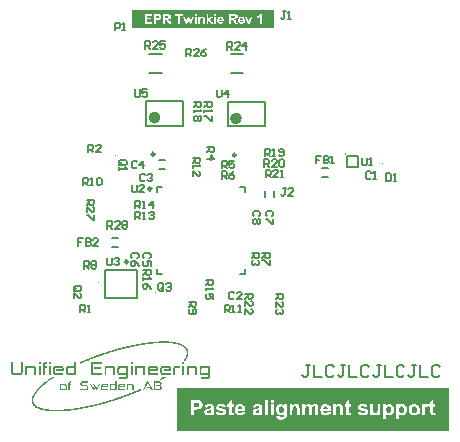
<source format=gbr>
%TF.GenerationSoftware,Altium Limited,Altium Designer,23.5.1 (21)*%
G04 Layer_Color=65535*
%FSLAX45Y45*%
%MOMM*%
%TF.SameCoordinates,8EFB5E64-3944-4511-97F7-C7C57B94F044*%
%TF.FilePolarity,Positive*%
%TF.FileFunction,Legend,Top*%
%TF.Part,CustomerPanel*%
G01*
G75*
%TA.AperFunction,NonConductor*%
%ADD36C,0.15240*%
%ADD37C,0.25000*%
%ADD38C,0.50000*%
%ADD39C,0.10000*%
%ADD40C,0.20000*%
G36*
X2587500Y3497497D02*
X1387500D01*
Y3647497D01*
X2587500D01*
Y3497497D01*
D02*
G37*
G36*
X1677137Y842485D02*
X1683725D01*
X1690724Y842074D01*
X1705958Y840839D01*
X1706782D01*
X1709252Y840427D01*
X1713369Y840015D01*
X1718310Y839603D01*
X1724075Y839192D01*
X1730662Y838368D01*
X1744249Y836309D01*
X1745073D01*
X1747543Y835898D01*
X1750837Y835074D01*
X1755366Y834251D01*
X1760719Y833427D01*
X1766483Y831780D01*
X1778423Y828898D01*
X1779247D01*
X1780894Y828075D01*
X1784188Y827251D01*
X1787893Y826016D01*
X1792422Y824781D01*
X1796951Y822722D01*
X1806833Y818605D01*
X1807245Y818193D01*
X1808892Y817370D01*
X1811362Y816135D01*
X1814656Y814899D01*
X1818362Y812841D01*
X1822479Y810782D01*
X1830302Y805841D01*
X1830714Y805429D01*
X1831949Y804606D01*
X1834008Y802959D01*
X1836478Y800900D01*
X1839360Y798018D01*
X1842242Y795136D01*
X1848006Y788548D01*
X1848418Y788137D01*
X1849242Y786901D01*
X1850477Y785254D01*
X1852124Y782784D01*
X1853771Y779902D01*
X1855829Y776608D01*
X1858712Y768785D01*
Y768373D01*
X1859123Y767138D01*
X1859535Y765079D01*
X1860358Y762609D01*
X1860770Y759315D01*
X1861182Y755610D01*
X1862005Y747787D01*
Y747375D01*
Y745728D01*
Y743669D01*
X1861594Y740787D01*
Y737493D01*
X1860770Y733376D01*
X1858712Y725141D01*
Y724730D01*
X1858300Y723083D01*
X1857476Y721024D01*
X1856653Y718142D01*
X1855418Y714436D01*
X1853771Y710731D01*
X1850065Y702084D01*
X1849653Y701672D01*
X1849242Y700026D01*
X1847595Y697967D01*
X1845948Y694673D01*
X1843889Y691379D01*
X1841419Y687262D01*
X1835243Y678204D01*
X1824538Y685615D01*
X1824949Y686027D01*
X1825773Y687674D01*
X1827420Y690144D01*
X1829478Y693026D01*
X1831537Y696320D01*
X1833596Y700026D01*
X1838125Y708260D01*
X1838537Y708672D01*
X1838948Y709907D01*
X1840184Y711966D01*
X1841419Y714848D01*
X1842654Y717730D01*
X1843889Y721436D01*
X1845948Y728435D01*
Y728847D01*
X1846360Y730082D01*
X1846771Y732141D01*
X1847595Y734611D01*
X1848006Y737493D01*
X1848418Y740787D01*
X1848830Y747375D01*
Y747787D01*
Y749022D01*
Y750669D01*
X1848418Y753139D01*
X1847595Y758492D01*
X1845948Y764668D01*
Y765079D01*
X1845536Y766315D01*
X1844713Y767962D01*
X1843889Y770020D01*
X1841007Y774961D01*
X1836890Y780725D01*
X1836478Y781137D01*
X1836066Y781961D01*
X1834419Y783608D01*
X1832772Y785254D01*
X1828243Y789784D01*
X1822479Y794724D01*
X1822067Y795136D01*
X1820832Y795960D01*
X1819185Y797195D01*
X1816715Y798842D01*
X1813421Y800900D01*
X1810127Y802547D01*
X1806010Y804606D01*
X1801481Y806665D01*
X1801069Y807076D01*
X1799422Y807488D01*
X1796951Y808723D01*
X1793658Y809959D01*
X1789540Y811194D01*
X1785011Y812841D01*
X1779659Y814488D01*
X1774306Y816135D01*
X1773483D01*
X1771836Y816958D01*
X1768954Y817781D01*
X1764836Y818605D01*
X1760307Y819840D01*
X1754543Y820664D01*
X1748779Y821899D01*
X1742191Y823134D01*
X1741367D01*
X1739309Y823546D01*
X1735603Y823957D01*
X1731074Y824781D01*
X1725310Y825604D01*
X1719134Y826428D01*
X1712134Y826840D01*
X1704723Y827663D01*
X1702664D01*
X1701429Y828075D01*
X1697312D01*
X1691959Y828487D01*
X1685783Y828898D01*
X1678784D01*
X1670961Y829310D01*
X1633905D01*
X1625258Y828898D01*
X1613730D01*
X1612083Y828487D01*
X1607142D01*
X1600966Y828075D01*
X1593143Y827251D01*
X1584497Y826840D01*
X1575439Y825604D01*
X1565557Y824781D01*
X1564322D01*
X1563087Y824369D01*
X1561028D01*
X1558557Y823957D01*
X1556087D01*
X1549088Y823134D01*
X1541265Y822311D01*
X1532206Y821487D01*
X1522737Y820252D01*
X1512443Y819017D01*
X1511208D01*
X1509561Y818605D01*
X1507502Y818193D01*
X1505032D01*
X1502150Y817370D01*
X1498856Y816958D01*
X1495150Y816546D01*
X1486504Y815311D01*
X1477034Y813664D01*
X1466329Y812017D01*
X1455624Y809959D01*
X1455212D01*
X1454389Y809547D01*
X1452742D01*
X1450683Y809135D01*
X1447801Y808723D01*
X1444919Y807900D01*
X1441213Y807488D01*
X1437096Y806665D01*
X1428450Y805018D01*
X1418156Y803371D01*
X1407451Y800900D01*
X1396334Y798842D01*
X1395923D01*
X1395099Y798430D01*
X1393040Y798018D01*
X1390982Y797606D01*
X1388100Y797195D01*
X1384394Y796371D01*
X1380688Y795548D01*
X1376159Y794724D01*
X1366689Y792666D01*
X1355984Y790195D01*
X1344456Y787725D01*
X1332515Y784843D01*
X1332104D01*
X1331280Y784431D01*
X1329222Y784019D01*
X1327163Y783608D01*
X1324281Y782784D01*
X1320987Y781961D01*
X1316870Y781137D01*
X1312752Y779902D01*
X1302871Y777432D01*
X1292166Y774961D01*
X1280225Y771667D01*
X1268285Y768373D01*
X1267873D01*
X1266638Y767962D01*
X1264991Y767550D01*
X1262521Y766726D01*
X1259639Y765903D01*
X1256345Y765079D01*
X1252227Y763844D01*
X1248110Y762609D01*
X1237817Y759727D01*
X1227112Y756433D01*
X1215171Y753139D01*
X1202819Y749434D01*
X1202408D01*
X1201172Y749022D01*
X1199525Y748610D01*
X1197055Y747787D01*
X1194173Y746551D01*
X1190879Y745728D01*
X1186762Y744493D01*
X1182644Y742846D01*
X1172351Y739552D01*
X1161646Y736258D01*
X1149706Y732141D01*
X1137354Y728023D01*
X1136942D01*
X1136118Y727612D01*
X1134883Y727200D01*
X1133236Y726788D01*
X1130766Y725965D01*
X1128295Y725141D01*
X1122119Y722671D01*
X1114708Y720200D01*
X1106474Y717318D01*
X1097415Y714024D01*
X1088357Y710731D01*
X1087945D01*
X1087122Y710319D01*
X1085887Y709907D01*
X1084240Y709083D01*
X1081769Y708260D01*
X1079299Y707436D01*
X1072711Y705378D01*
X1065300Y702496D01*
X1057065Y699614D01*
X1048007Y696320D01*
X1038949Y692614D01*
X1038537D01*
X1037714Y692202D01*
X1036479Y691791D01*
X1034832Y690967D01*
X1032773Y690144D01*
X1030303Y689320D01*
X1024127Y686850D01*
X1017127Y683968D01*
X1008893Y680674D01*
X1000658Y677380D01*
X992011Y673674D01*
X991600D01*
X990776Y673263D01*
X989541Y672851D01*
X987894Y672027D01*
X983365Y669969D01*
X977189Y667498D01*
X970190Y664616D01*
X962367Y661322D01*
X954132Y657617D01*
X945897Y653911D01*
X940545Y666263D01*
X940956D01*
X941780Y666675D01*
X942603Y667087D01*
X944662Y667910D01*
X948779Y669969D01*
X954955Y672439D01*
X961955Y675321D01*
X969366Y678615D01*
X978013Y681909D01*
X986659Y685615D01*
X987071D01*
X987894Y686026D01*
X989129Y686438D01*
X990776Y687262D01*
X992835Y688085D01*
X995305Y689320D01*
X1001481Y691791D01*
X1008893Y694673D01*
X1016716Y697967D01*
X1025362Y701260D01*
X1034420Y704554D01*
X1034832D01*
X1035655Y704966D01*
X1036890Y705378D01*
X1038537Y706201D01*
X1041008Y707025D01*
X1043478Y708260D01*
X1049654Y710319D01*
X1057065Y713201D01*
X1065300Y716495D01*
X1074358Y719789D01*
X1083416Y723494D01*
X1083828D01*
X1084652Y723906D01*
X1085887Y724318D01*
X1087534Y725141D01*
X1090004Y725965D01*
X1092475Y726788D01*
X1098651Y728847D01*
X1106474Y731729D01*
X1114708Y734611D01*
X1123766Y737493D01*
X1133236Y740787D01*
X1133648D01*
X1134883Y741199D01*
X1136530Y742022D01*
X1139001Y742846D01*
X1141883Y743669D01*
X1145588Y744905D01*
X1149294Y746140D01*
X1153823Y747787D01*
X1163705Y750669D01*
X1175233Y754374D01*
X1187173Y758080D01*
X1199525Y761786D01*
X1199937D01*
X1201172Y762197D01*
X1202819Y762609D01*
X1205290Y763433D01*
X1208172Y764668D01*
X1211466Y765491D01*
X1215583Y766726D01*
X1220112Y767962D01*
X1229994Y770844D01*
X1240699Y774138D01*
X1252639Y777843D01*
X1264579Y781137D01*
X1264991D01*
X1266226Y781549D01*
X1267873Y781961D01*
X1270344Y782784D01*
X1273226Y783608D01*
X1276520Y784431D01*
X1280637Y785254D01*
X1284754Y786490D01*
X1294636Y788960D01*
X1305753Y791842D01*
X1317693Y794724D01*
X1329633Y797606D01*
X1330045D01*
X1330869Y798018D01*
X1332927Y798430D01*
X1334986Y798842D01*
X1337868Y799665D01*
X1341574Y800489D01*
X1345279Y801312D01*
X1349397Y802547D01*
X1359278Y804606D01*
X1369983Y807076D01*
X1381512Y809547D01*
X1393452Y812017D01*
X1393864D01*
X1394687Y812429D01*
X1396334D01*
X1398805Y813252D01*
X1401275Y813664D01*
X1404569Y814076D01*
X1408275Y814899D01*
X1411980Y815723D01*
X1421038Y817370D01*
X1431332Y819428D01*
X1441625Y821075D01*
X1452742Y823134D01*
X1453154D01*
X1453977Y823546D01*
X1455624D01*
X1457683Y823957D01*
X1460565Y824369D01*
X1463447Y824781D01*
X1467153Y825604D01*
X1471270Y826016D01*
X1479916Y827663D01*
X1489798Y828898D01*
X1500091Y830545D01*
X1510796Y832192D01*
X1512032D01*
X1513678Y832604D01*
X1515737Y833016D01*
X1518208D01*
X1521090Y833427D01*
X1528089Y834251D01*
X1536324Y835486D01*
X1545382Y836309D01*
X1555264Y837545D01*
X1565145Y838368D01*
X1566380D01*
X1567616Y838780D01*
X1572145D01*
X1574615Y839192D01*
X1581203Y839603D01*
X1589026Y840427D01*
X1597672Y840839D01*
X1606730Y841250D01*
X1615788Y841662D01*
X1618259D01*
X1619906Y842074D01*
X1624847D01*
X1631023Y842485D01*
X1638022D01*
X1646257Y842897D01*
X1671373D01*
X1677137Y842485D01*
D02*
G37*
G36*
X1828243Y653500D02*
X1811362D01*
Y669969D01*
X1828243D01*
Y653500D01*
D02*
G37*
G36*
X1389747D02*
X1372865D01*
Y669969D01*
X1389747D01*
Y653500D01*
D02*
G37*
G36*
X695563Y653499D02*
X678682D01*
Y669969D01*
X695563D01*
Y653499D01*
D02*
G37*
G36*
X610334D02*
X593865D01*
Y669969D01*
X610334D01*
Y653499D01*
D02*
G37*
G36*
X1126237Y609444D02*
X1064065Y609444D01*
Y625501D01*
X1126237Y625502D01*
Y609444D01*
D02*
G37*
G36*
X1695253Y637442D02*
X1699370Y636618D01*
X1703900Y634972D01*
X1708017Y632501D01*
X1712134Y628796D01*
X1713781Y626325D01*
X1714605Y623443D01*
X1715428Y620561D01*
X1715840Y616855D01*
Y592151D01*
X1651609D01*
Y608209D01*
X1699782D01*
Y615208D01*
Y615620D01*
Y616032D01*
X1698959Y618090D01*
X1697724Y619326D01*
X1696488Y620149D01*
X1694430Y620561D01*
X1691548Y620973D01*
X1652845D01*
X1650786Y620561D01*
X1648727Y619737D01*
X1646257Y618090D01*
X1644198Y616032D01*
X1642551Y613150D01*
X1642139Y609444D01*
Y584328D01*
Y583917D01*
Y582681D01*
X1642551Y580623D01*
X1643375Y578564D01*
X1645022Y576094D01*
X1646669Y574447D01*
X1649551Y572800D01*
X1653256Y572388D01*
X1712546D01*
Y555919D01*
X1648315D01*
X1646669Y556330D01*
X1642963Y557154D01*
X1638434Y558801D01*
X1633905Y561683D01*
X1631846Y563742D01*
X1630199Y566212D01*
X1628552Y568682D01*
X1627317Y571976D01*
X1626494Y575682D01*
X1626082Y579799D01*
Y612738D01*
Y613150D01*
Y613973D01*
Y614797D01*
X1626494Y616444D01*
X1627317Y620561D01*
X1628964Y625090D01*
X1631846Y629619D01*
X1633905Y631678D01*
X1636375Y633736D01*
X1639257Y635383D01*
X1642551Y636618D01*
X1646257Y637442D01*
X1650374Y637854D01*
X1693606D01*
X1695253Y637442D01*
D02*
G37*
G36*
X1586555D02*
X1590673Y636618D01*
X1595202Y634972D01*
X1599319Y632501D01*
X1603436Y628796D01*
X1605083Y626325D01*
X1605907Y623443D01*
X1606730Y620561D01*
X1607142Y616855D01*
Y592151D01*
X1542500D01*
Y608209D01*
X1590673D01*
Y615208D01*
Y615620D01*
Y616032D01*
X1589849Y618090D01*
X1588614Y619326D01*
X1587379Y620149D01*
X1585320Y620561D01*
X1582850Y620973D01*
X1544147D01*
X1542500Y620561D01*
X1540029Y619737D01*
X1537971Y618090D01*
X1535912Y616032D01*
X1534265Y613150D01*
X1533853Y609444D01*
Y584328D01*
Y583917D01*
Y582681D01*
X1534265Y580623D01*
X1535089Y578564D01*
X1536736Y576094D01*
X1538382Y574447D01*
X1541265Y572800D01*
X1544970Y572388D01*
X1603436D01*
Y555919D01*
X1540029D01*
X1538382Y556330D01*
X1534265Y557154D01*
X1529736Y558801D01*
X1525207Y561683D01*
X1523148Y563742D01*
X1521501Y566212D01*
X1519854Y568682D01*
X1518619Y571976D01*
X1517796Y575682D01*
X1517384Y579799D01*
Y612738D01*
Y613150D01*
Y613973D01*
Y614797D01*
X1517796Y616444D01*
X1518619Y620561D01*
X1520678Y625090D01*
X1523560Y629619D01*
X1525619Y631678D01*
X1527677Y633736D01*
X1530560Y635383D01*
X1533853Y636618D01*
X1537559Y637442D01*
X1542088Y637854D01*
X1584908D01*
X1586555Y637442D01*
D02*
G37*
G36*
X783674Y637442D02*
X787791Y636618D01*
X792320Y634971D01*
X796850Y632501D01*
X800967Y628795D01*
X802614Y626325D01*
X803849Y623443D01*
X804673Y620561D01*
X805084Y616855D01*
Y592151D01*
X740030D01*
Y608209D01*
X788203D01*
Y615208D01*
Y615620D01*
Y616032D01*
X787380Y618090D01*
X786144Y619325D01*
X784909Y620149D01*
X782851Y620561D01*
X779968Y620972D01*
X741677D01*
X740030Y620561D01*
X737560Y619737D01*
X735501Y618090D01*
X733443Y616032D01*
X731796Y613149D01*
X731384Y609444D01*
Y584328D01*
Y583916D01*
Y582681D01*
X731796Y580622D01*
X732619Y578564D01*
X734266Y576093D01*
X735913Y574446D01*
X738795Y572799D01*
X742501Y572388D01*
X800967D01*
Y555918D01*
X737560D01*
X735913Y556330D01*
X731796Y557154D01*
X727678Y558801D01*
X723149Y561683D01*
X721091Y563741D01*
X719032Y566212D01*
X717385Y568682D01*
X716561Y571976D01*
X715738Y575682D01*
X715326Y579799D01*
Y612738D01*
Y613149D01*
Y613973D01*
Y614796D01*
X715738Y616443D01*
X716561Y620561D01*
X718208Y625090D01*
X721091Y629619D01*
X723149Y631677D01*
X725620Y633736D01*
X728502Y635383D01*
X731796Y636618D01*
X735501Y637442D01*
X739619Y637853D01*
X782439D01*
X783674Y637442D01*
D02*
G37*
G36*
X913370Y555918D02*
X847081D01*
X846258Y556330D01*
X844611D01*
X840493Y557565D01*
X835964Y559212D01*
X831435Y562506D01*
X829377Y564565D01*
X827730Y567035D01*
X826083Y569506D01*
X824847Y572799D01*
X824024Y576917D01*
X823612Y581034D01*
Y613561D01*
Y613973D01*
Y614385D01*
X824024Y617267D01*
X824847Y620972D01*
X826906Y625090D01*
X829788Y629619D01*
X831847Y631677D01*
X834317Y633736D01*
X837199Y634971D01*
X840493Y636618D01*
X844199Y637442D01*
X848316Y637853D01*
X889078D01*
Y621384D01*
X849552D01*
X847905Y620972D01*
X845846Y620149D01*
X843787Y618502D01*
X842140Y616443D01*
X840905Y613561D01*
X840493Y609856D01*
Y585151D01*
Y584740D01*
X840905Y583093D01*
X841317Y581034D01*
X842140Y578975D01*
X843787Y576505D01*
X846258Y574446D01*
X849552Y572799D01*
X854081Y572388D01*
X897313D01*
Y669969D01*
X913370D01*
Y555918D01*
D02*
G37*
G36*
X458404Y580211D02*
Y579799D01*
Y578975D01*
X457992Y578152D01*
Y576505D01*
X456757Y572388D01*
X455110Y568270D01*
X451816Y563741D01*
X449758Y561683D01*
X447287Y559624D01*
X444817Y557977D01*
X441523Y557154D01*
X437406Y556330D01*
X433288Y555918D01*
X382233D01*
X380586Y556330D01*
X376469Y557154D01*
X372352Y558801D01*
X367823Y561683D01*
X365764Y563741D01*
X363705Y566212D01*
X362058Y569094D01*
X361235Y572388D01*
X360412Y576093D01*
X360000Y580211D01*
Y669969D01*
X376057D01*
Y583505D01*
Y583093D01*
Y581858D01*
X376469Y579799D01*
X377293Y578152D01*
X378940Y576093D01*
X380586Y574035D01*
X383469Y572799D01*
X387174Y572388D01*
X432053D01*
X434112Y572799D01*
X436171Y573623D01*
X437818Y574858D01*
X439876Y576917D01*
X441111Y579387D01*
X441523Y582681D01*
Y669969D01*
X458404D01*
Y580211D01*
D02*
G37*
G36*
X1915943Y637442D02*
X1920060Y636618D01*
X1924589Y634560D01*
X1929118Y631678D01*
X1931177Y629619D01*
X1933235Y627149D01*
X1934471Y624266D01*
X1935706Y620973D01*
X1936529Y617267D01*
X1936941Y612738D01*
Y555919D01*
X1920883D01*
Y610679D01*
Y611091D01*
X1920472Y612326D01*
X1920060Y613973D01*
X1919236Y616032D01*
X1918001Y617679D01*
X1915943Y619737D01*
X1913060Y620973D01*
X1909767Y621384D01*
X1863652D01*
Y555919D01*
X1847183D01*
Y637854D01*
X1914707D01*
X1915943Y637442D01*
D02*
G37*
G36*
X1828243Y555919D02*
X1811362D01*
Y638265D01*
X1828243D01*
Y555919D01*
D02*
G37*
G36*
X1792422Y621384D02*
X1760307D01*
X1758660Y620973D01*
X1756602Y620149D01*
X1754543Y618914D01*
X1752896Y616855D01*
X1751661Y614385D01*
X1751249Y611091D01*
Y555919D01*
X1734780D01*
Y613561D01*
Y613973D01*
Y614385D01*
Y615620D01*
X1735191Y617267D01*
X1736015Y620973D01*
X1737662Y625502D01*
X1740544Y629619D01*
X1742603Y631678D01*
X1745073Y633736D01*
X1747955Y635383D01*
X1751249Y636618D01*
X1754955Y637442D01*
X1759072Y637854D01*
X1792422D01*
Y621384D01*
D02*
G37*
G36*
X1477858Y637442D02*
X1481563Y636618D01*
X1486504Y634560D01*
X1491033Y631678D01*
X1493092Y629619D01*
X1495150Y627149D01*
X1496386Y624266D01*
X1497621Y620973D01*
X1498444Y617267D01*
X1498856Y612738D01*
Y555919D01*
X1481975D01*
Y610679D01*
Y611091D01*
Y612326D01*
X1481563Y613973D01*
X1480740Y616032D01*
X1479505Y617679D01*
X1477446Y619737D01*
X1474975Y620973D01*
X1471682Y621384D01*
X1425156D01*
Y555919D01*
X1409098D01*
Y637854D01*
X1476211D01*
X1477858Y637442D01*
D02*
G37*
G36*
X1389335Y555919D02*
X1372865D01*
Y638265D01*
X1389335D01*
Y555919D01*
D02*
G37*
G36*
X1221759Y637442D02*
X1225876Y636618D01*
X1230405Y634560D01*
X1234523Y631678D01*
X1236581Y629619D01*
X1238640Y627149D01*
X1240287Y624266D01*
X1241111Y620973D01*
X1241934Y617267D01*
X1242346Y612738D01*
Y555919D01*
X1225876D01*
Y610679D01*
Y611091D01*
X1225465Y612326D01*
X1225053Y613973D01*
X1224229Y616032D01*
X1222994Y617679D01*
X1221347Y619737D01*
X1218465Y620973D01*
X1215171Y621384D01*
X1168645D01*
Y555919D01*
X1152588D01*
Y637854D01*
X1220112D01*
X1221759Y637442D01*
D02*
G37*
G36*
X1127472Y653911D02*
X1054595Y653911D01*
Y572388D01*
X1127472Y572388D01*
Y555919D01*
X1038537Y555918D01*
Y669969D01*
X1127472Y669969D01*
Y653911D01*
D02*
G37*
G36*
X695563Y555918D02*
X679505D01*
Y638265D01*
X695563D01*
Y555918D01*
D02*
G37*
G36*
X666742Y653911D02*
X653978D01*
X652331Y653499D01*
X650684Y652676D01*
X649037Y651441D01*
X647390Y649382D01*
X646155Y646912D01*
X645743Y643618D01*
Y637853D01*
X662213D01*
Y621384D01*
X645743D01*
Y555918D01*
X629686D01*
Y645676D01*
Y646088D01*
Y646912D01*
Y647735D01*
X630097Y649382D01*
X630921Y653499D01*
X632568Y658028D01*
X635450Y662146D01*
X637509Y664204D01*
X639979Y666263D01*
X642861Y667910D01*
X646155Y668733D01*
X649861Y669557D01*
X653978Y669969D01*
X666742D01*
Y653911D01*
D02*
G37*
G36*
X610334Y555918D02*
X593865D01*
Y638265D01*
X610334D01*
Y555918D01*
D02*
G37*
G36*
X551044Y637442D02*
X555162Y636618D01*
X559691Y634560D01*
X563808Y631677D01*
X565867Y629619D01*
X567925Y627148D01*
X569572Y624266D01*
X570396Y620972D01*
X571219Y617267D01*
X571631Y612738D01*
Y555918D01*
X555573D01*
Y610679D01*
Y611091D01*
Y612326D01*
X555162Y613973D01*
X554338Y616032D01*
X552691Y617678D01*
X551044Y619737D01*
X548162Y620972D01*
X544457Y621384D01*
X498342D01*
Y555918D01*
X481873D01*
Y637853D01*
X549397D01*
X551044Y637442D01*
D02*
G37*
G36*
X2046051Y548096D02*
Y547684D01*
Y546860D01*
Y545625D01*
X2045639Y544390D01*
X2044815Y540273D01*
X2043168Y535744D01*
X2039875Y530803D01*
X2038228Y528744D01*
X2035757Y527097D01*
X2032875Y525450D01*
X2029581Y524215D01*
X2025876Y523392D01*
X2021346Y522980D01*
X1972350D01*
Y539861D01*
X2020111D01*
X2022170Y540273D01*
X2024229Y541096D01*
X2025876Y542331D01*
X2027934Y543978D01*
X2029169Y546449D01*
X2029581Y549743D01*
Y621384D01*
X1985937D01*
X1984290Y620973D01*
X1981820Y620561D01*
X1979350Y619737D01*
X1976879Y618090D01*
X1974409Y616032D01*
X1972762Y612738D01*
X1972350Y608621D01*
Y583505D01*
Y583093D01*
Y581858D01*
X1973174Y579799D01*
X1973997Y578152D01*
X1975232Y576094D01*
X1977291Y574035D01*
X1980173Y572800D01*
X1983879Y572388D01*
X2020935D01*
Y555919D01*
X1978526D01*
X1976879Y556330D01*
X1972762Y557154D01*
X1968645Y558801D01*
X1964115Y561683D01*
X1962057Y563742D01*
X1959998Y566212D01*
X1958351Y568682D01*
X1957528Y571976D01*
X1956704Y575682D01*
X1956293Y579799D01*
Y612326D01*
Y612738D01*
Y613561D01*
Y614797D01*
X1956704Y616032D01*
X1957528Y620149D01*
X1959175Y624678D01*
X1962057Y629619D01*
X1964115Y631678D01*
X1966586Y633736D01*
X1969468Y635383D01*
X1972762Y636618D01*
X1976467Y637442D01*
X1980585Y637854D01*
X2046051D01*
Y548096D01*
D02*
G37*
G36*
X1351044D02*
Y547684D01*
Y546860D01*
Y545625D01*
X1350632Y544390D01*
X1349808Y540273D01*
X1348161Y535744D01*
X1345279Y530803D01*
X1343221Y528744D01*
X1340750Y527097D01*
X1337868Y525450D01*
X1334986Y524215D01*
X1330869Y523392D01*
X1326751Y522980D01*
X1277343D01*
Y539861D01*
X1325516D01*
X1327575Y540273D01*
X1329633Y541096D01*
X1331280Y542331D01*
X1333339Y543978D01*
X1334574Y546449D01*
X1334986Y549743D01*
Y621384D01*
X1290930D01*
X1289283Y620973D01*
X1286813Y620561D01*
X1284343Y619737D01*
X1281872Y618090D01*
X1279402Y616032D01*
X1277755Y612738D01*
X1277343Y608621D01*
Y583505D01*
Y583093D01*
Y581858D01*
X1278167Y579799D01*
X1278990Y578152D01*
X1280225Y576094D01*
X1282284Y574035D01*
X1285166Y572800D01*
X1289283Y572388D01*
X1326751D01*
Y555919D01*
X1283519D01*
X1281872Y556330D01*
X1277755Y557154D01*
X1273638Y558801D01*
X1269108Y561683D01*
X1267050Y563742D01*
X1264991Y566212D01*
X1263344Y568682D01*
X1262521Y571976D01*
X1261697Y575682D01*
X1261286Y579799D01*
Y612326D01*
Y612738D01*
Y613561D01*
Y614797D01*
X1261697Y616032D01*
X1262521Y620149D01*
X1264168Y624678D01*
X1267050Y629619D01*
X1269108Y631678D01*
X1271579Y633736D01*
X1274461Y635383D01*
X1277755Y636618D01*
X1281460Y637442D01*
X1285578Y637854D01*
X1351044D01*
Y548096D01*
D02*
G37*
G36*
X1671373Y538626D02*
X1670961Y538214D01*
X1669726Y537391D01*
X1667255Y536155D01*
X1664785Y534508D01*
X1661491Y532450D01*
X1657785Y529979D01*
X1649551Y525039D01*
X1649139Y524627D01*
X1647904Y523803D01*
X1645433Y522568D01*
X1642963Y520921D01*
X1639257Y518863D01*
X1635552Y516392D01*
X1627317Y511451D01*
X1620318Y522980D01*
X1620729Y523392D01*
X1622376Y524215D01*
X1624435Y525450D01*
X1627317Y527509D01*
X1631023Y529568D01*
X1634728Y531626D01*
X1642551Y536567D01*
X1642963Y536979D01*
X1644610Y537802D01*
X1646669Y539038D01*
X1649551Y540684D01*
X1652845Y542743D01*
X1656550Y544802D01*
X1664373Y549743D01*
X1671373Y538626D01*
D02*
G37*
G36*
X1315634Y482218D02*
X1318928Y481395D01*
X1321810Y479748D01*
X1324281Y477689D01*
X1325928Y474395D01*
X1326751Y469866D01*
Y452573D01*
X1283931D01*
Y463278D01*
X1315634D01*
X1316458Y468219D01*
Y469043D01*
X1315634Y470278D01*
X1313576Y471513D01*
X1310694Y472337D01*
X1285166D01*
X1282284Y471513D01*
X1280637Y470278D01*
X1279402Y469043D01*
X1278578Y466984D01*
X1278167Y464514D01*
Y447633D01*
Y447221D01*
Y446397D01*
X1278990Y443927D01*
X1279814Y442280D01*
X1281049Y441045D01*
X1282696Y440221D01*
X1285166Y439810D01*
X1324281D01*
Y428693D01*
X1282284D01*
X1280637Y429105D01*
X1278167Y429516D01*
X1275284Y430751D01*
X1271991Y432810D01*
X1269520Y435281D01*
X1267873Y439398D01*
X1267050Y444750D01*
Y466984D01*
Y467808D01*
X1267462Y469454D01*
X1267873Y471925D01*
X1269108Y475219D01*
X1271167Y478101D01*
X1273638Y480571D01*
X1277755Y482218D01*
X1283107Y483042D01*
X1313164D01*
X1315634Y482218D01*
D02*
G37*
G36*
X1170704D02*
X1173998Y481395D01*
X1176880Y479748D01*
X1179350Y477689D01*
X1180997Y474395D01*
X1181821Y469866D01*
Y452573D01*
X1139001D01*
Y463278D01*
X1171116D01*
Y468219D01*
Y469043D01*
X1170292Y470278D01*
X1169057Y471513D01*
X1167410Y472337D01*
X1140236D01*
X1137354Y471513D01*
X1135707Y470278D01*
X1134060Y469043D01*
X1133236Y466984D01*
X1132825Y464514D01*
Y447633D01*
Y447221D01*
Y446397D01*
X1133648Y443927D01*
X1134471Y442280D01*
X1136118Y441045D01*
X1137765Y440221D01*
X1140236Y439810D01*
X1179762D01*
Y428693D01*
X1137765D01*
X1136118Y429105D01*
X1133648Y429516D01*
X1130766Y430751D01*
X1127472Y432810D01*
X1125002Y435281D01*
X1123355Y439398D01*
X1122531Y444750D01*
Y466984D01*
Y467808D01*
X1122943Y469454D01*
X1123355Y471925D01*
X1124590Y475219D01*
X1126648Y478101D01*
X1129119Y480571D01*
X1133236Y482218D01*
X1138589Y483042D01*
X1168234D01*
X1170704Y482218D01*
D02*
G37*
G36*
X1088357Y428693D02*
X1082593Y428693D01*
X1055830Y482630D01*
X1066947D01*
X1085475Y444750D01*
X1103180Y482630D01*
X1114708D01*
X1088357Y428693D01*
D02*
G37*
G36*
X1254286D02*
X1210230D01*
X1208584Y429105D01*
X1205701Y429516D01*
X1202819Y431163D01*
X1199937Y432810D01*
X1197055Y436104D01*
X1195408Y440221D01*
X1194585Y445574D01*
Y466984D01*
Y467808D01*
X1194996Y469454D01*
X1195408Y471925D01*
X1196643Y474807D01*
X1198702Y477689D01*
X1201584Y480571D01*
X1205701Y482218D01*
X1211054Y483042D01*
X1238228D01*
Y472337D01*
X1211877D01*
X1209407Y471513D01*
X1208172Y470278D01*
X1206937Y469043D01*
X1206113Y466984D01*
X1205701Y464514D01*
Y447633D01*
Y447221D01*
Y446397D01*
X1206113Y445162D01*
X1206937Y443927D01*
X1208172Y442280D01*
X1209819Y441045D01*
X1211877Y440221D01*
X1215171Y439810D01*
X1243169D01*
Y505275D01*
X1254286D01*
Y428693D01*
D02*
G37*
G36*
X1057477Y444338D02*
X1063241Y457102D01*
X1067359Y446809D01*
X1059124Y429104D01*
X1054183D01*
X1027421Y483041D01*
X1038537D01*
X1057477Y444338D01*
D02*
G37*
G36*
X1621141Y504864D02*
X1623611Y504040D01*
X1626082Y502805D01*
X1628964Y500746D01*
X1631846Y497452D01*
X1633493Y493747D01*
X1634728Y488394D01*
Y480160D01*
Y479748D01*
Y478924D01*
X1634317Y477689D01*
X1633905Y476042D01*
X1632258Y472337D01*
X1631023Y471101D01*
X1628964Y469866D01*
X1629376D01*
X1629787Y469454D01*
X1631846Y467808D01*
X1633905Y464514D01*
X1634317Y462455D01*
X1634728Y459985D01*
Y444750D01*
Y443927D01*
X1634317Y442280D01*
X1633493Y439810D01*
X1632258Y437339D01*
X1630199Y434457D01*
X1627317Y431575D01*
X1623611Y429928D01*
X1618671Y428693D01*
X1569263D01*
Y505275D01*
X1619494D01*
X1621141Y504864D01*
D02*
G37*
G36*
X1560204Y428693D02*
X1547852D01*
X1539618Y444750D01*
X1505444D01*
X1510796Y455456D01*
X1535089D01*
X1518208Y487571D01*
X1490210Y428693D01*
X1477446D01*
X1514914Y504452D01*
X1523148D01*
X1560204Y428693D01*
D02*
G37*
G36*
X1385217Y482630D02*
X1388100Y482218D01*
X1390982Y480983D01*
X1393864Y479336D01*
X1396746Y476454D01*
X1398393Y472337D01*
X1399216Y466984D01*
X1399628Y428693D01*
X1388511D01*
Y465337D01*
Y465749D01*
Y466572D01*
X1387276Y469043D01*
X1386453Y470278D01*
X1385217Y471101D01*
X1383571Y471925D01*
X1381100Y472337D01*
X1350632D01*
Y428693D01*
X1339515D01*
Y483042D01*
X1383571D01*
X1385217Y482630D01*
D02*
G37*
G36*
X1012186Y494158D02*
X964425D01*
X961955Y493335D01*
X960720Y492511D01*
X959896Y491276D01*
X959073Y489629D01*
X958661Y487159D01*
Y481806D01*
Y481395D01*
Y480983D01*
X959484Y478512D01*
X960308Y477277D01*
X961543Y476454D01*
X963190Y475630D01*
X965249Y475219D01*
X996952D01*
X998599Y474807D01*
X1001481Y474395D01*
X1004775Y473160D01*
X1007657Y471513D01*
X1010540Y468631D01*
X1012186Y464925D01*
X1013010Y459984D01*
Y444750D01*
Y443927D01*
X1012598Y442280D01*
X1012186Y439809D01*
X1010951Y436927D01*
X1008893Y433633D01*
X1006010Y431163D01*
X1001893Y429516D01*
X996129Y428693D01*
X947956D01*
Y439809D01*
X995717D01*
X998187Y440633D01*
X999423Y441456D01*
X1000658Y443103D01*
X1001481Y444750D01*
X1001893Y447221D01*
Y457102D01*
Y457514D01*
Y458337D01*
X1001070Y460808D01*
X1000246Y462043D01*
X998599Y463278D01*
X996952Y464102D01*
X994482Y464513D01*
X962778D01*
X961131Y464925D01*
X958661Y465337D01*
X955779Y466572D01*
X952485Y468631D01*
X950015Y471513D01*
X948368Y475630D01*
X947544Y480983D01*
Y488394D01*
Y489217D01*
X947956Y490864D01*
X948368Y493335D01*
X949603Y496629D01*
X951662Y499511D01*
X954132Y502393D01*
X958249Y504452D01*
X963602Y505275D01*
X1012186D01*
Y494158D01*
D02*
G37*
G36*
X870550D02*
X862315D01*
X859845Y493335D01*
X858610Y492511D01*
X857786Y491276D01*
X856963Y489629D01*
X856551Y487159D01*
Y483041D01*
X867668D01*
Y472336D01*
X856551D01*
Y428693D01*
X845434D01*
Y488394D01*
Y489217D01*
X845846Y490864D01*
X846258Y493335D01*
X847493Y496629D01*
X849552Y499511D01*
X852434Y502393D01*
X856551Y504452D01*
X861904Y505275D01*
X870550D01*
Y494158D01*
D02*
G37*
G36*
X819083Y482630D02*
X821965Y482218D01*
X825259Y480983D01*
X828141Y479336D01*
X831023Y476454D01*
X832670Y472336D01*
X833494Y466984D01*
Y441868D01*
Y441456D01*
X833082Y439809D01*
X832670Y437751D01*
X831435Y435280D01*
X829377Y432810D01*
X826494Y430751D01*
X822377Y429104D01*
X816613Y428693D01*
X788615D01*
X786968Y429104D01*
X784498Y429516D01*
X781615Y430340D01*
X778322Y431986D01*
X775851Y434457D01*
X774204Y438162D01*
X773381Y442692D01*
Y466984D01*
Y467807D01*
X773792Y469454D01*
X774204Y471925D01*
X775439Y475219D01*
X777498Y478101D01*
X779968Y480571D01*
X784086Y482218D01*
X789438Y483041D01*
X817436D01*
X819083Y482630D01*
D02*
G37*
G36*
X721091Y535332D02*
X720679D01*
X720267Y534508D01*
X719032Y533685D01*
X717385Y532861D01*
X712856Y529567D01*
X707092Y525862D01*
X700504Y521333D01*
X693093Y516392D01*
X677447Y505275D01*
X677035D01*
X676623Y504452D01*
X674153Y502805D01*
X670035Y499923D01*
X665095Y496217D01*
X659330Y491688D01*
X653154Y486747D01*
X639979Y476042D01*
X639155Y475219D01*
X637097Y473572D01*
X633803Y470689D01*
X629686Y466984D01*
X624745Y462866D01*
X619392Y457926D01*
X608275Y447221D01*
X607452Y446809D01*
X605805Y444750D01*
X603335Y442280D01*
X599629Y438574D01*
X595923Y434457D01*
X591806Y429928D01*
X583160Y420046D01*
X582748Y419634D01*
X581513Y417987D01*
X579454Y415105D01*
X576984Y411811D01*
X574101Y408106D01*
X570808Y403577D01*
X564632Y394107D01*
X564220Y393695D01*
X563396Y392048D01*
X561749Y389578D01*
X560103Y386284D01*
X558456Y382578D01*
X556397Y378461D01*
X552691Y369815D01*
Y369403D01*
X552280Y368991D01*
X551868Y366109D01*
X550633Y362403D01*
X549809Y358286D01*
Y357874D01*
Y357463D01*
X549397Y354992D01*
X548986Y351698D01*
X548574Y347581D01*
Y347169D01*
Y346757D01*
Y344699D01*
Y341405D01*
X548986Y337699D01*
Y337288D01*
Y336876D01*
X549809Y334817D01*
X550221Y331523D01*
X551456Y327818D01*
Y327406D01*
X551868Y326171D01*
X552691Y324524D01*
X553515Y322465D01*
X556397Y317524D01*
X560103Y311760D01*
X560514Y311348D01*
X561338Y310525D01*
X562573Y308878D01*
X564220Y307231D01*
X566279Y305172D01*
X569161Y302702D01*
X575337Y297761D01*
X575748Y297349D01*
X576984Y296526D01*
X578631Y295291D01*
X581101Y293644D01*
X583983Y291585D01*
X587689Y289938D01*
X591806Y287880D01*
X595923Y285821D01*
X596335Y285409D01*
X597982Y284997D01*
X600452Y284174D01*
X603746Y282939D01*
X607864Y281292D01*
X612393Y280057D01*
X617334Y278410D01*
X622686Y276763D01*
X623510D01*
X625156Y275939D01*
X628450Y275116D01*
X632568Y274292D01*
X637509Y273057D01*
X642861Y272234D01*
X649037Y270998D01*
X655213Y269763D01*
X656037D01*
X658095Y269352D01*
X661801Y268940D01*
X666330Y268116D01*
X672094Y267293D01*
X678270Y266469D01*
X685270Y266058D01*
X692681Y265234D01*
X694740D01*
X695975Y264822D01*
X700092D01*
X705445Y264411D01*
X711621Y263999D01*
X718620D01*
X726443Y263587D01*
X763499D01*
X772146Y263999D01*
X783262D01*
X784909Y264411D01*
X789850D01*
X796026Y264822D01*
X803849Y265646D01*
X812084Y266469D01*
X821554Y267293D01*
X831023Y268116D01*
X832259D01*
X833494Y268528D01*
X835553D01*
X838023Y268940D01*
X840905D01*
X847493Y269763D01*
X855728Y270587D01*
X864786Y271410D01*
X874667Y272645D01*
X884961Y273881D01*
X886196D01*
X887843Y274292D01*
X889901Y274704D01*
X892372D01*
X895254Y275528D01*
X898548Y275939D01*
X902253Y276351D01*
X910900Y277586D01*
X920781Y279233D01*
X931075Y280880D01*
X941780Y282527D01*
X942192D01*
X943015Y282939D01*
X944662D01*
X946721Y283350D01*
X949603Y283762D01*
X952897Y284586D01*
X956191Y284997D01*
X960308Y285821D01*
X969366Y287468D01*
X979659Y289115D01*
X990365Y291585D01*
X1001481Y293644D01*
X1001893D01*
X1002717Y294056D01*
X1004775Y294467D01*
X1006834Y294879D01*
X1009716Y295291D01*
X1013010Y296114D01*
X1016716Y296938D01*
X1021245Y297761D01*
X1030714Y299820D01*
X1041420Y302290D01*
X1052536Y304761D01*
X1064477Y307643D01*
X1064888D01*
X1066124Y308055D01*
X1067771Y308466D01*
X1070241Y308878D01*
X1073123Y309701D01*
X1076417Y310525D01*
X1080534Y311348D01*
X1084652Y312584D01*
X1094533Y315054D01*
X1105650Y317936D01*
X1117179Y320819D01*
X1129119Y324112D01*
X1129531D01*
X1130766Y324524D01*
X1132413Y324936D01*
X1134883Y325759D01*
X1137765Y326583D01*
X1141059Y327406D01*
X1145177Y328641D01*
X1149294Y329877D01*
X1159175Y332759D01*
X1170292Y336053D01*
X1182233Y339347D01*
X1194173Y343052D01*
X1194585D01*
X1195820Y343464D01*
X1197467Y344287D01*
X1199937Y344699D01*
X1202819Y345934D01*
X1206525Y346758D01*
X1210230Y347993D01*
X1214760Y349640D01*
X1224641Y352934D01*
X1235758Y356639D01*
X1247698Y360345D01*
X1260050Y364462D01*
X1260462D01*
X1261286Y364874D01*
X1262521Y365286D01*
X1264579Y366109D01*
X1267050Y366933D01*
X1269932Y367756D01*
X1276520Y370227D01*
X1284343Y372697D01*
X1293401Y375991D01*
X1302459Y379285D01*
X1312341Y382990D01*
X1312752D01*
X1313576Y383402D01*
X1314811Y383814D01*
X1316870Y384637D01*
X1319340Y385461D01*
X1321810Y386284D01*
X1328398Y388755D01*
X1336221Y391637D01*
X1344868Y394931D01*
X1353926Y398225D01*
X1363396Y401930D01*
X1363807D01*
X1364631Y402342D01*
X1365866Y402754D01*
X1367925Y403577D01*
X1369983Y404401D01*
X1372865Y405636D01*
X1379041Y408106D01*
X1386864Y411400D01*
X1395099Y414694D01*
X1404157Y418399D01*
X1413627Y422517D01*
X1414039D01*
X1414862Y422929D01*
X1416097Y423752D01*
X1417744Y424164D01*
X1420215Y425399D01*
X1422685Y426222D01*
X1428861Y429105D01*
X1436272Y431987D01*
X1444507Y435692D01*
X1453154Y439398D01*
X1462212Y443104D01*
X1467976Y431163D01*
X1467564D01*
X1466741Y430751D01*
X1465506Y429928D01*
X1463859Y429516D01*
X1461800Y428281D01*
X1458918Y427046D01*
X1452742Y424575D01*
X1445331Y421282D01*
X1437096Y417988D01*
X1428038Y413870D01*
X1418980Y410165D01*
X1418568D01*
X1417744Y409753D01*
X1416509Y409341D01*
X1414862Y408518D01*
X1412392Y407283D01*
X1409510Y406459D01*
X1403334Y403577D01*
X1395511Y400695D01*
X1386864Y396989D01*
X1377806Y393284D01*
X1368336Y389578D01*
X1367925D01*
X1367101Y389166D01*
X1365866Y388755D01*
X1363807Y387931D01*
X1361749Y387108D01*
X1358866Y385872D01*
X1352279Y383402D01*
X1344456Y380520D01*
X1335809Y377226D01*
X1326339Y373932D01*
X1316870Y370227D01*
X1316458D01*
X1315634Y369815D01*
X1314399Y369403D01*
X1312341Y368580D01*
X1309870Y367756D01*
X1307400Y366933D01*
X1300400Y364462D01*
X1292577Y361580D01*
X1283519Y358698D01*
X1274049Y355404D01*
X1264168Y351699D01*
X1263756D01*
X1262521Y351287D01*
X1260874Y350463D01*
X1258403Y349640D01*
X1255521Y348816D01*
X1252227Y347581D01*
X1248110Y346346D01*
X1243581Y345111D01*
X1233699Y341817D01*
X1222583Y338111D01*
X1210642Y334406D01*
X1198290Y330700D01*
X1197878D01*
X1196643Y330288D01*
X1194996Y329877D01*
X1192526Y329053D01*
X1189644Y328230D01*
X1186350Y326995D01*
X1182233Y325759D01*
X1177704Y324524D01*
X1167822Y321642D01*
X1156705Y318348D01*
X1144765Y314642D01*
X1132413Y311349D01*
X1132001D01*
X1130766Y310937D01*
X1129119Y310525D01*
X1126648Y309702D01*
X1123766Y308878D01*
X1120472Y308055D01*
X1116355Y307231D01*
X1112238Y305996D01*
X1102356Y303526D01*
X1091239Y300644D01*
X1079711Y297761D01*
X1067771Y294879D01*
X1067359D01*
X1066535Y294467D01*
X1064477Y294056D01*
X1062418Y293644D01*
X1059536Y292820D01*
X1055830Y291997D01*
X1052125Y291173D01*
X1048007Y290350D01*
X1038126Y287880D01*
X1027421Y285821D01*
X1015892Y283350D01*
X1004363Y280880D01*
X1003952D01*
X1003128Y280468D01*
X1001481D01*
X999011Y280057D01*
X996129Y279233D01*
X993247Y278821D01*
X989129Y277998D01*
X985424Y277174D01*
X975954Y275528D01*
X965661Y273469D01*
X954955Y271822D01*
X943839Y269763D01*
X943427D01*
X942603Y269352D01*
X940956D01*
X938898Y268940D01*
X936016Y268528D01*
X933134Y268116D01*
X929428Y267293D01*
X925722Y266881D01*
X917076Y265234D01*
X907194Y263999D01*
X897313Y262352D01*
X886608Y260705D01*
X885372D01*
X883725Y260293D01*
X882078D01*
X879608Y259882D01*
X876314Y259470D01*
X869726Y258646D01*
X861492Y257411D01*
X852434Y256588D01*
X842552Y255353D01*
X832670Y254529D01*
X831435D01*
X830200Y254117D01*
X825671D01*
X823201Y253706D01*
X816201Y253294D01*
X808378Y252470D01*
X799732Y252059D01*
X790674Y251647D01*
X781204Y251235D01*
X777498D01*
X775028Y250823D01*
X768852D01*
X761440Y250412D01*
X755676D01*
X752794Y250000D01*
X733854D01*
X729737Y250412D01*
X725620D01*
X716150Y250823D01*
X711621D01*
X708327Y251235D01*
X704621D01*
X700504Y251647D01*
X691446Y252059D01*
X689387D01*
X688152Y252470D01*
X684034Y252882D01*
X679094Y253294D01*
X672918Y253706D01*
X666330Y254529D01*
X652743Y256588D01*
X651919D01*
X649861Y256999D01*
X646155Y257823D01*
X641626Y258646D01*
X636685Y259882D01*
X630921Y261117D01*
X619392Y263999D01*
X618569D01*
X616922Y264822D01*
X613628Y265646D01*
X609922Y266881D01*
X605393Y268528D01*
X600452Y270175D01*
X590159Y274292D01*
X589747Y274704D01*
X588100Y275528D01*
X585630Y276763D01*
X582336Y278410D01*
X578631Y280057D01*
X574925Y282115D01*
X567102Y287056D01*
X566690Y287468D01*
X565455Y288291D01*
X563396Y289938D01*
X560926Y291997D01*
X558456Y294467D01*
X555162Y297349D01*
X549397Y303525D01*
X548986Y303937D01*
X548162Y305172D01*
X546927Y307231D01*
X545280Y309701D01*
X543633Y312584D01*
X541574Y316289D01*
X538692Y324112D01*
Y324524D01*
X537869Y326171D01*
X537457Y328229D01*
X536634Y331112D01*
X535810Y334405D01*
X535398Y338523D01*
X534987Y343052D01*
Y347581D01*
Y347993D01*
X535398Y349640D01*
Y352522D01*
X535810Y355816D01*
X536634Y359521D01*
X537457Y364050D01*
X540339Y373520D01*
Y373932D01*
X541163Y375579D01*
X541986Y378461D01*
X543221Y381755D01*
X545280Y385872D01*
X546927Y390401D01*
X552280Y400283D01*
X552691Y401106D01*
X553927Y402753D01*
X555573Y405635D01*
X558044Y408929D01*
X560926Y413458D01*
X564632Y417987D01*
X568337Y423340D01*
X572866Y428693D01*
X573278Y429516D01*
X574925Y431163D01*
X576984Y434045D01*
X580277Y437339D01*
X583983Y441868D01*
X588512Y446397D01*
X593453Y451750D01*
X598806Y457102D01*
X599629Y457926D01*
X601276Y459573D01*
X604570Y462455D01*
X608687Y466160D01*
X613628Y470689D01*
X618980Y475630D01*
X625156Y480983D01*
X631332Y486747D01*
X631744D01*
X632156Y487571D01*
X634626Y489217D01*
X638332Y492100D01*
X642861Y495805D01*
X648625Y500334D01*
X655213Y505275D01*
X662213Y510628D01*
X669624Y515980D01*
X670035D01*
X670447Y516804D01*
X671682Y517627D01*
X673329Y518451D01*
X677447Y521744D01*
X682799Y525450D01*
X689387Y529979D01*
X697210Y535332D01*
X705445Y540684D01*
X714091Y546448D01*
X721091Y535332D01*
D02*
G37*
G36*
X4070000Y80000D02*
X1770000D01*
Y445708D01*
X4070000D01*
Y80000D01*
D02*
G37*
%LPC*%
G36*
X1630717Y3613702D02*
D01*
Y3588582D01*
X1630629Y3590345D01*
X1630541Y3592108D01*
X1630276Y3593694D01*
X1630012Y3595193D01*
X1629659Y3596603D01*
X1629218Y3597925D01*
X1628778Y3599071D01*
X1628337Y3600217D01*
X1627896Y3601186D01*
X1627456Y3601979D01*
X1627103Y3602773D01*
X1626662Y3603390D01*
X1626398Y3603830D01*
X1626134Y3604183D01*
X1626046Y3604359D01*
X1625957Y3604447D01*
X1625076Y3605593D01*
X1624106Y3606563D01*
X1623137Y3607444D01*
X1622079Y3608325D01*
X1620140Y3609735D01*
X1618289Y3610793D01*
X1616703Y3611586D01*
X1615998Y3611851D01*
X1615381Y3612115D01*
X1614940Y3612291D01*
X1614588Y3612380D01*
X1614323Y3612468D01*
X1614235D01*
X1613266Y3612644D01*
X1612120Y3612908D01*
X1610798Y3613085D01*
X1609299Y3613173D01*
X1607713Y3613261D01*
X1606126Y3613437D01*
X1602777Y3613525D01*
X1601191Y3613614D01*
X1599780D01*
X1598370Y3613702D01*
X1630717D01*
X1568403D01*
Y3532350D01*
X1584797D01*
Y3563022D01*
X1597489D01*
X1599428Y3563110D01*
X1601191D01*
X1602865Y3563199D01*
X1604364Y3563287D01*
X1605774Y3563375D01*
X1607096Y3563463D01*
X1608242Y3563639D01*
X1609211Y3563727D01*
X1610093Y3563816D01*
X1610886Y3563904D01*
X1611503Y3563992D01*
X1611943Y3564080D01*
X1612296D01*
X1612472Y3564168D01*
X1612560D01*
X1614147Y3564609D01*
X1615733Y3565138D01*
X1617144Y3565755D01*
X1618378Y3566372D01*
X1619523Y3566989D01*
X1620317Y3567517D01*
X1620845Y3567870D01*
X1620934Y3567958D01*
X1621022D01*
X1622520Y3569192D01*
X1623930Y3570514D01*
X1625076Y3571836D01*
X1626134Y3573070D01*
X1626927Y3574216D01*
X1627456Y3575185D01*
X1627720Y3575538D01*
X1627896Y3575802D01*
X1627985Y3575890D01*
Y3575979D01*
X1628866Y3578006D01*
X1629571Y3580121D01*
X1630012Y3582236D01*
X1630364Y3584175D01*
X1630452Y3585145D01*
X1630541Y3585938D01*
X1630629Y3586731D01*
X1630717Y3587348D01*
Y3546100D01*
Y3613702D01*
D02*
G37*
G36*
X2000456Y3592637D02*
X1946868D01*
D01*
X1980625D01*
X1978509Y3592549D01*
X1976482Y3592196D01*
X1974543Y3591755D01*
X1972692Y3591050D01*
X1971018Y3590345D01*
X1969431Y3589464D01*
X1967933Y3588582D01*
X1966611Y3587613D01*
X1965377Y3586643D01*
X1964407Y3585762D01*
X1963438Y3584881D01*
X1962733Y3584175D01*
X1962116Y3583558D01*
X1961675Y3583030D01*
X1961411Y3582677D01*
X1961322Y3582589D01*
Y3591315D01*
X1946868D01*
Y3532350D01*
X1962468D01*
Y3559056D01*
Y3560819D01*
X1962556Y3562494D01*
Y3563992D01*
X1962645Y3565314D01*
X1962733Y3566548D01*
X1962821Y3567694D01*
X1962909Y3568663D01*
X1963085Y3569545D01*
X1963173Y3570250D01*
X1963262Y3570867D01*
X1963350Y3571395D01*
X1963438Y3571836D01*
X1963526Y3572189D01*
Y3572365D01*
X1963614Y3572541D01*
X1964143Y3573863D01*
X1964760Y3575009D01*
X1965465Y3576067D01*
X1966170Y3576860D01*
X1966875Y3577565D01*
X1967404Y3578006D01*
X1967757Y3578358D01*
X1967933Y3578446D01*
X1969167Y3579240D01*
X1970489Y3579769D01*
X1971723Y3580209D01*
X1972780Y3580474D01*
X1973838Y3580650D01*
X1974543Y3580738D01*
X1975248D01*
X1976394Y3580650D01*
X1977364Y3580474D01*
X1978245Y3580209D01*
X1979038Y3579945D01*
X1979655Y3579680D01*
X1980184Y3579416D01*
X1980448Y3579240D01*
X1980537Y3579152D01*
X1981330Y3578535D01*
X1982035Y3577830D01*
X1982564Y3577036D01*
X1983004Y3576331D01*
X1983357Y3575714D01*
X1983621Y3575185D01*
X1983798Y3574833D01*
Y3574745D01*
X1983974Y3574128D01*
X1984150Y3573423D01*
X1984326Y3572629D01*
X1984415Y3571660D01*
X1984591Y3569633D01*
X1984767Y3567517D01*
Y3565578D01*
X1984855Y3564697D01*
Y3563992D01*
Y3563287D01*
Y3562846D01*
Y3562494D01*
Y3562405D01*
Y3532350D01*
X2000456D01*
Y3571395D01*
X2000279Y3573511D01*
X2000191Y3575274D01*
X2000015Y3576772D01*
X1999839Y3577918D01*
X1999751Y3578711D01*
X1999574Y3579240D01*
Y3579416D01*
X1999222Y3580738D01*
X1998693Y3581972D01*
X1998252Y3583118D01*
X1997723Y3584087D01*
X1997195Y3584881D01*
X1996842Y3585409D01*
X1996578Y3585850D01*
X1996490Y3585938D01*
X1995608Y3586996D01*
X1994550Y3587877D01*
X1993493Y3588759D01*
X1992435Y3589376D01*
X1991554Y3589993D01*
X1990761Y3590345D01*
X1990232Y3590610D01*
X1990144Y3590698D01*
X1990055D01*
X1988469Y3591315D01*
X1986794Y3591843D01*
X1985208Y3592196D01*
X1983798Y3592372D01*
X1982476Y3592549D01*
X1981506Y3592637D01*
X2000456D01*
D02*
G37*
G36*
X1907470Y3591315D02*
X1892046D01*
X1880764Y3552622D01*
X1870893Y3591315D01*
X1855821D01*
X1845685Y3552622D01*
X1834668Y3591315D01*
X1819508D01*
X1838106Y3532350D01*
X1819508D01*
X1869757D01*
X1853265D01*
X1863313Y3570250D01*
X1873449Y3532350D01*
X1907470D01*
X1888520D01*
X1907470Y3591315D01*
D02*
G37*
G36*
X1816600Y3613702D02*
X1752083D01*
Y3599952D01*
X1776233D01*
Y3532350D01*
X1792626D01*
Y3599952D01*
X1816600D01*
Y3535435D01*
Y3613702D01*
D02*
G37*
G36*
X2338377Y3592637D02*
X2283379D01*
D01*
X2310349D01*
X2308234Y3592549D01*
X2306118Y3592284D01*
X2304179Y3591844D01*
X2302417Y3591315D01*
X2300654Y3590698D01*
X2299067Y3589993D01*
X2297569Y3589200D01*
X2296247Y3588494D01*
X2295101Y3587701D01*
X2294043Y3586908D01*
X2293074Y3586203D01*
X2292369Y3585586D01*
X2291752Y3585057D01*
X2291311Y3584616D01*
X2291047Y3584352D01*
X2290959Y3584264D01*
X2289637Y3582677D01*
X2288491Y3580915D01*
X2287433Y3579064D01*
X2286552Y3577213D01*
X2285847Y3575274D01*
X2285230Y3573335D01*
X2284701Y3571484D01*
X2284348Y3569721D01*
X2283996Y3567958D01*
X2283819Y3566460D01*
X2283643Y3564962D01*
X2283467Y3563728D01*
Y3562758D01*
X2283379Y3561965D01*
Y3561348D01*
X2283467Y3559145D01*
X2283643Y3556941D01*
X2283908Y3554914D01*
X2284260Y3552975D01*
X2284701Y3551212D01*
X2285230Y3549537D01*
X2285758Y3547951D01*
X2286287Y3546541D01*
X2286816Y3545307D01*
X2287345Y3544161D01*
X2287874Y3543280D01*
X2288314Y3542486D01*
X2288667Y3541781D01*
X2288931Y3541341D01*
X2289108Y3541076D01*
X2289196Y3540988D01*
X2290694Y3539225D01*
X2292281Y3537727D01*
X2294043Y3536405D01*
X2295806Y3535259D01*
X2297745Y3534290D01*
X2299596Y3533496D01*
X2301447Y3532791D01*
X2303298Y3532262D01*
X2305061Y3531822D01*
X2306647Y3531557D01*
X2308145Y3531293D01*
X2309379Y3531205D01*
X2310437Y3531117D01*
X2311230Y3531028D01*
X2311935D01*
X2313698Y3531117D01*
X2315373Y3531205D01*
X2317047Y3531469D01*
X2318546Y3531734D01*
X2319956Y3532086D01*
X2321278Y3532439D01*
X2322512Y3532791D01*
X2323658Y3533232D01*
X2324627Y3533673D01*
X2325509Y3534025D01*
X2326302Y3534378D01*
X2326919Y3534730D01*
X2327448Y3534995D01*
X2327800Y3535259D01*
X2327977Y3535347D01*
X2328065Y3535435D01*
X2329210Y3536317D01*
X2330356Y3537286D01*
X2332295Y3539402D01*
X2333970Y3541517D01*
X2335292Y3543632D01*
X2335821Y3544602D01*
X2336262Y3545571D01*
X2336702Y3546365D01*
X2337055Y3547070D01*
X2337231Y3547687D01*
X2337407Y3548127D01*
X2337584Y3548392D01*
Y3548480D01*
X2322071Y3551124D01*
X2321542Y3549537D01*
X2320926Y3548215D01*
X2320309Y3547070D01*
X2319603Y3546188D01*
X2319075Y3545483D01*
X2318634Y3544954D01*
X2318281Y3544690D01*
X2318193Y3544602D01*
X2317224Y3543985D01*
X2316166Y3543456D01*
X2315197Y3543103D01*
X2314227Y3542927D01*
X2313346Y3542751D01*
X2312729Y3542663D01*
X2312112D01*
X2311142Y3542751D01*
X2310173Y3542839D01*
X2308410Y3543280D01*
X2306823Y3543897D01*
X2305501Y3544602D01*
X2304444Y3545219D01*
X2303650Y3545836D01*
X2303210Y3546276D01*
X2303122Y3546453D01*
X2303033D01*
X2301800Y3548039D01*
X2300918Y3549802D01*
X2300301Y3551653D01*
X2299861Y3553416D01*
X2299596Y3554914D01*
X2299508Y3555619D01*
X2299420Y3556236D01*
X2299332Y3556677D01*
Y3557117D01*
Y3557294D01*
Y3557382D01*
X2338377D01*
Y3534378D01*
Y3560643D01*
X2338112Y3563640D01*
X2337760Y3566460D01*
X2337319Y3569104D01*
X2336790Y3571484D01*
X2336173Y3573599D01*
X2335556Y3575626D01*
X2334851Y3577389D01*
X2334146Y3578887D01*
X2333441Y3580210D01*
X2332824Y3581355D01*
X2332207Y3582325D01*
X2331766Y3583030D01*
X2331414Y3583471D01*
X2331150Y3583823D01*
X2331061Y3583911D01*
X2329563Y3585410D01*
X2327977Y3586820D01*
X2326302Y3587966D01*
X2324627Y3588935D01*
X2322865Y3589817D01*
X2321190Y3590522D01*
X2319515Y3591050D01*
X2317841Y3591579D01*
X2316342Y3591932D01*
X2314932Y3592196D01*
X2313610Y3592373D01*
X2312552Y3592461D01*
X2311583Y3592549D01*
X2310966Y3592637D01*
X2338377D01*
D02*
G37*
G36*
X2482394Y3613966D02*
X2446698D01*
D01*
X2469702D01*
X2469174Y3612556D01*
X2468557Y3611234D01*
X2467058Y3608766D01*
X2465472Y3606563D01*
X2463797Y3604624D01*
X2463004Y3603742D01*
X2462299Y3603037D01*
X2461682Y3602332D01*
X2461065Y3601803D01*
X2460624Y3601363D01*
X2460272Y3601098D01*
X2460007Y3600922D01*
X2459919Y3600834D01*
X2457275Y3598895D01*
X2454807Y3597308D01*
X2452604Y3595986D01*
X2450665Y3595017D01*
X2449783Y3594576D01*
X2448990Y3594223D01*
X2448373Y3593959D01*
X2447756Y3593695D01*
X2447315Y3593518D01*
X2446963Y3593430D01*
X2446787Y3593342D01*
X2446698D01*
Y3579152D01*
X2448814Y3579945D01*
X2450841Y3580738D01*
X2452868Y3581620D01*
X2454719Y3582589D01*
X2456482Y3583559D01*
X2458156Y3584528D01*
X2459655Y3585498D01*
X2461065Y3586467D01*
X2462387Y3587349D01*
X2463445Y3588230D01*
X2464502Y3589023D01*
X2465296Y3589640D01*
X2465913Y3590169D01*
X2466441Y3590610D01*
X2466706Y3590874D01*
X2466794Y3590962D01*
Y3532351D01*
X2482394D01*
Y3613966D01*
D02*
G37*
G36*
X2404657Y3591315D02*
X2343489D01*
D01*
X2367198Y3532351D01*
X2381212D01*
X2404657Y3591315D01*
D02*
G37*
G36*
X2279148Y3613702D02*
D01*
Y3532351D01*
X2269189Y3548127D01*
X2268131Y3549890D01*
X2267073Y3551388D01*
X2266104Y3552887D01*
X2265222Y3554209D01*
X2264429Y3555443D01*
X2263636Y3556500D01*
X2262931Y3557470D01*
X2262314Y3558351D01*
X2261785Y3559056D01*
X2261256Y3559673D01*
X2260815Y3560202D01*
X2260463Y3560643D01*
X2260198Y3560907D01*
X2260022Y3561172D01*
X2259846Y3561348D01*
X2258524Y3562670D01*
X2257025Y3563992D01*
X2255527Y3565138D01*
X2254117Y3566107D01*
X2252883Y3566989D01*
X2251913Y3567606D01*
X2251561Y3567870D01*
X2251296Y3567958D01*
X2251120Y3568135D01*
X2251032D01*
X2252971Y3568487D01*
X2254822Y3568928D01*
X2256497Y3569457D01*
X2258083Y3569985D01*
X2259581Y3570602D01*
X2260904Y3571219D01*
X2262049Y3571836D01*
X2263107Y3572541D01*
X2264076Y3573158D01*
X2264870Y3573775D01*
X2265575Y3574304D01*
X2266192Y3574745D01*
X2266633Y3575186D01*
X2266897Y3575450D01*
X2267073Y3575626D01*
X2267161Y3575714D01*
X2268131Y3576860D01*
X2268924Y3578094D01*
X2269629Y3579328D01*
X2270246Y3580650D01*
X2270775Y3581884D01*
X2271216Y3583118D01*
X2271833Y3585586D01*
X2272097Y3586644D01*
X2272273Y3587701D01*
X2272361Y3588583D01*
X2272450Y3589376D01*
X2272538Y3589993D01*
Y3590434D01*
Y3590786D01*
Y3590874D01*
X2272361Y3593518D01*
X2272009Y3595898D01*
X2271392Y3598102D01*
X2270775Y3599952D01*
X2270422Y3600746D01*
X2270070Y3601539D01*
X2269805Y3602156D01*
X2269453Y3602685D01*
X2269277Y3603125D01*
X2269100Y3603390D01*
X2268924Y3603566D01*
Y3603654D01*
X2267514Y3605593D01*
X2265927Y3607268D01*
X2264429Y3608590D01*
X2262931Y3609736D01*
X2261520Y3610529D01*
X2260992Y3610793D01*
X2260463Y3611058D01*
X2260022Y3611234D01*
X2259758Y3611410D01*
X2259581Y3611498D01*
X2259493D01*
X2258348Y3611851D01*
X2257025Y3612204D01*
X2255527Y3612556D01*
X2254029Y3612732D01*
X2250944Y3613173D01*
X2247771Y3613438D01*
X2246361Y3613526D01*
X2244951Y3613614D01*
X2243717D01*
X2242659Y3613702D01*
X2279148D01*
X2205994D01*
Y3532351D01*
X2222387D01*
Y3566284D01*
X2227676D01*
X2229350Y3566107D01*
X2230760Y3566019D01*
X2231906Y3565843D01*
X2232788Y3565667D01*
X2233404Y3565490D01*
X2233845Y3565402D01*
X2233933Y3565314D01*
X2234903Y3564962D01*
X2235784Y3564433D01*
X2236666Y3563904D01*
X2237371Y3563287D01*
X2237988Y3562758D01*
X2238516Y3562406D01*
X2238781Y3562053D01*
X2238869Y3561965D01*
X2239398Y3561436D01*
X2239927Y3560731D01*
X2240544Y3559938D01*
X2241249Y3559056D01*
X2242659Y3557117D01*
X2244157Y3555090D01*
X2245479Y3553151D01*
X2246096Y3552358D01*
X2246537Y3551565D01*
X2246978Y3550948D01*
X2247330Y3550507D01*
X2247507Y3550154D01*
X2247595Y3550066D01*
X2259493Y3532351D01*
X2279148D01*
Y3613702D01*
D02*
G37*
G36*
X2095204Y3613702D02*
X2079604D01*
Y3599247D01*
X2095204D01*
Y3591315D01*
X2079604D01*
Y3532350D01*
X2095204D01*
Y3613702D01*
D02*
G37*
G36*
X2070261D02*
D01*
Y3532350D01*
X2048667Y3569721D01*
X2068851Y3591315D01*
X2049637D01*
X2031392Y3570514D01*
Y3613702D01*
X2015792D01*
Y3532350D01*
X2070261D01*
Y3613702D01*
D02*
G37*
G36*
X1931091D02*
X1915491D01*
Y3599247D01*
X1931091D01*
Y3591315D01*
X1915491D01*
Y3532350D01*
X1931091D01*
Y3613702D01*
D02*
G37*
G36*
X1717356D02*
D01*
Y3532350D01*
X1707397Y3548127D01*
X1706339Y3549890D01*
X1705282Y3551388D01*
X1704312Y3552886D01*
X1703431Y3554209D01*
X1702637Y3555442D01*
X1701844Y3556500D01*
X1701139Y3557470D01*
X1700522Y3558351D01*
X1699993Y3559056D01*
X1699464Y3559673D01*
X1699024Y3560202D01*
X1698671Y3560643D01*
X1698407Y3560907D01*
X1698231Y3561171D01*
X1698054Y3561348D01*
X1696732Y3562670D01*
X1695234Y3563992D01*
X1693736Y3565138D01*
X1692325Y3566107D01*
X1691091Y3566989D01*
X1690122Y3567606D01*
X1689769Y3567870D01*
X1689505Y3567958D01*
X1689329Y3568134D01*
X1689240D01*
X1691179Y3568487D01*
X1693030Y3568928D01*
X1694705Y3569456D01*
X1696292Y3569985D01*
X1697790Y3570602D01*
X1699112Y3571219D01*
X1700258Y3571836D01*
X1701315Y3572541D01*
X1702285Y3573158D01*
X1703078Y3573775D01*
X1703783Y3574304D01*
X1704400Y3574745D01*
X1704841Y3575185D01*
X1705105Y3575450D01*
X1705282Y3575626D01*
X1705370Y3575714D01*
X1706339Y3576860D01*
X1707132Y3578094D01*
X1707838Y3579328D01*
X1708455Y3580650D01*
X1708983Y3581884D01*
X1709424Y3583118D01*
X1710041Y3585586D01*
X1710305Y3586643D01*
X1710482Y3587701D01*
X1710570Y3588582D01*
X1710658Y3589376D01*
X1710746Y3589993D01*
Y3590433D01*
Y3590786D01*
Y3590874D01*
X1710570Y3593518D01*
X1710217Y3595898D01*
X1709600Y3598101D01*
X1708983Y3599952D01*
X1708631Y3600745D01*
X1708278Y3601539D01*
X1708014Y3602156D01*
X1707661Y3602684D01*
X1707485Y3603125D01*
X1707309Y3603390D01*
X1707132Y3603566D01*
Y3603654D01*
X1705722Y3605593D01*
X1704136Y3607268D01*
X1702637Y3608590D01*
X1701139Y3609735D01*
X1699729Y3610529D01*
X1699200Y3610793D01*
X1698671Y3611058D01*
X1698231Y3611234D01*
X1697966Y3611410D01*
X1697790Y3611498D01*
X1697702D01*
X1696556Y3611851D01*
X1695234Y3612203D01*
X1693736Y3612556D01*
X1692237Y3612732D01*
X1689152Y3613173D01*
X1685979Y3613437D01*
X1684569Y3613525D01*
X1683159Y3613614D01*
X1681925D01*
X1680867Y3613702D01*
X1717356D01*
X1644202D01*
Y3532350D01*
X1660596D01*
Y3566283D01*
X1665884D01*
X1667559Y3566107D01*
X1668969Y3566019D01*
X1670115Y3565843D01*
X1670996Y3565666D01*
X1671613Y3565490D01*
X1672054Y3565402D01*
X1672142Y3565314D01*
X1673111Y3564961D01*
X1673993Y3564433D01*
X1674874Y3563904D01*
X1675579Y3563287D01*
X1676196Y3562758D01*
X1676725Y3562405D01*
X1676989Y3562053D01*
X1677077Y3561965D01*
X1677606Y3561436D01*
X1678135Y3560731D01*
X1678752Y3559938D01*
X1679457Y3559056D01*
X1680867Y3557117D01*
X1682366Y3555090D01*
X1683688Y3553151D01*
X1684305Y3552358D01*
X1684745Y3551564D01*
X1685186Y3550947D01*
X1685539Y3550507D01*
X1685715Y3550154D01*
X1685803Y3550066D01*
X1697702Y3532350D01*
X1717356D01*
Y3613702D01*
D02*
G37*
G36*
X1554477D02*
X1492605D01*
Y3532350D01*
X1554477D01*
Y3613702D01*
D02*
G37*
G36*
X2134161Y3592637D02*
X2133544D01*
X2131429Y3592549D01*
X2129313Y3592284D01*
X2127374Y3591844D01*
X2125612Y3591315D01*
X2123849Y3590698D01*
X2122262Y3589993D01*
X2120764Y3589200D01*
X2119442Y3588494D01*
X2118296Y3587701D01*
X2117239Y3586908D01*
X2116269Y3586203D01*
X2115564Y3585586D01*
X2114947Y3585057D01*
X2114506Y3584616D01*
X2114242Y3584352D01*
X2114154Y3584264D01*
X2112832Y3582677D01*
X2111686Y3580914D01*
X2110628Y3579063D01*
X2109747Y3577213D01*
X2109042Y3575274D01*
X2108425Y3573334D01*
X2107896Y3571484D01*
X2107543Y3569721D01*
X2107191Y3567958D01*
X2107015Y3566460D01*
X2106838Y3564961D01*
X2106662Y3563727D01*
Y3562758D01*
X2106574Y3561965D01*
Y3561348D01*
X2106662Y3559144D01*
X2106838Y3556941D01*
X2107103Y3554914D01*
X2107455Y3552975D01*
X2107896Y3551212D01*
X2108425Y3549537D01*
X2108954Y3547951D01*
X2109482Y3546541D01*
X2110011Y3545307D01*
X2110540Y3544161D01*
X2111069Y3543279D01*
X2111510Y3542486D01*
X2111862Y3541781D01*
X2112127Y3541340D01*
X2112303Y3541076D01*
X2112391Y3540988D01*
X2113889Y3539225D01*
X2115476Y3537727D01*
X2117239Y3536405D01*
X2119001Y3535259D01*
X2120940Y3534290D01*
X2122791Y3533496D01*
X2124642Y3532791D01*
X2126493Y3532262D01*
X2128256Y3531822D01*
X2129842Y3531557D01*
X2131341Y3531293D01*
X2132575Y3531205D01*
X2133632Y3531117D01*
X2134426Y3531028D01*
X2106574Y3531028D01*
X2161572Y3531028D01*
Y3560643D01*
X2161308Y3563640D01*
X2160955Y3566460D01*
X2160514Y3569104D01*
X2159986Y3571484D01*
X2159369Y3573599D01*
X2158752Y3575626D01*
X2158046Y3577389D01*
X2157341Y3578887D01*
X2156636Y3580210D01*
X2156019Y3581355D01*
X2155402Y3582325D01*
X2154962Y3583030D01*
X2154609Y3583471D01*
X2154345Y3583823D01*
X2154257Y3583911D01*
X2152758Y3585410D01*
X2151172Y3586820D01*
X2149497Y3587966D01*
X2147822Y3588935D01*
X2146060Y3589817D01*
X2144385Y3590522D01*
X2142710Y3591050D01*
X2141036Y3591579D01*
X2139538Y3591932D01*
X2138127Y3592196D01*
X2136805Y3592373D01*
X2135748Y3592461D01*
X2134778Y3592549D01*
X2134161Y3592637D01*
D02*
G37*
%LPD*%
G36*
X1597136Y3599864D02*
X1598282D01*
X1599340Y3599776D01*
X1600309D01*
X1601191Y3599688D01*
X1601984D01*
X1602601Y3599600D01*
X1603130Y3599511D01*
X1603570D01*
X1603923Y3599423D01*
X1604364Y3599335D01*
X1604540D01*
X1605950Y3598983D01*
X1607272Y3598454D01*
X1608418Y3597925D01*
X1609299Y3597308D01*
X1610093Y3596691D01*
X1610710Y3596162D01*
X1611062Y3595810D01*
X1611150Y3595722D01*
X1612032Y3594576D01*
X1612649Y3593342D01*
X1613177Y3592108D01*
X1613442Y3590962D01*
X1613618Y3589993D01*
X1613794Y3589111D01*
Y3588582D01*
Y3588494D01*
Y3588406D01*
X1613706Y3587084D01*
X1613530Y3585850D01*
X1613177Y3584792D01*
X1612825Y3583911D01*
X1612472Y3583118D01*
X1612120Y3582589D01*
X1611943Y3582148D01*
X1611855Y3582060D01*
X1611150Y3581091D01*
X1610269Y3580297D01*
X1609387Y3579592D01*
X1608594Y3578975D01*
X1607889Y3578535D01*
X1607272Y3578270D01*
X1606920Y3578094D01*
X1606743Y3578006D01*
X1606038Y3577830D01*
X1605245Y3577565D01*
X1604364Y3577477D01*
X1603306Y3577301D01*
X1601191Y3577036D01*
X1599075Y3576948D01*
X1597048Y3576860D01*
X1596167Y3576772D01*
X1584797D01*
Y3599952D01*
X1595814D01*
X1597136Y3599864D01*
D02*
G37*
G36*
X2312905Y3580562D02*
X2314491Y3580210D01*
X2315902Y3579593D01*
X2317047Y3578976D01*
X2318017Y3578270D01*
X2318722Y3577653D01*
X2319163Y3577301D01*
X2319339Y3577125D01*
X2320485Y3575714D01*
X2321278Y3574040D01*
X2321895Y3572365D01*
X2322336Y3570691D01*
X2322600Y3569192D01*
X2322688Y3568575D01*
X2322776Y3568046D01*
X2322865Y3567518D01*
Y3567165D01*
Y3566989D01*
Y3566901D01*
X2299596D01*
X2299684Y3569192D01*
X2300037Y3571131D01*
X2300566Y3572894D01*
X2301183Y3574304D01*
X2301800Y3575450D01*
X2302328Y3576243D01*
X2302681Y3576772D01*
X2302857Y3576948D01*
X2303474Y3577653D01*
X2304179Y3578182D01*
X2305501Y3579152D01*
X2306912Y3579857D01*
X2308234Y3580298D01*
X2309468Y3580562D01*
X2310349Y3580650D01*
X2310702Y3580738D01*
X2311230D01*
X2312905Y3580562D01*
D02*
G37*
G36*
X2377422Y3561172D02*
X2376805Y3559321D01*
X2376541Y3558528D01*
X2376276Y3557734D01*
X2376012Y3557117D01*
X2375924Y3556589D01*
X2375747Y3556236D01*
Y3556148D01*
X2375571Y3555619D01*
X2375395Y3554914D01*
X2375130Y3554033D01*
X2374866Y3553239D01*
X2374602Y3552446D01*
X2374337Y3551741D01*
X2374249Y3551300D01*
X2374161Y3551212D01*
Y3551124D01*
X2370988Y3561172D01*
X2359883Y3591315D01*
X2388615D01*
X2377422Y3561172D01*
D02*
G37*
G36*
X2241249Y3599864D02*
X2243364D01*
X2244245Y3599776D01*
X2245568D01*
X2246008Y3599688D01*
X2246713D01*
X2247066Y3599600D01*
X2247154D01*
X2248564Y3599247D01*
X2249886Y3598807D01*
X2250944Y3598366D01*
X2251825Y3597749D01*
X2252530Y3597308D01*
X2252971Y3596868D01*
X2253324Y3596515D01*
X2253412Y3596427D01*
X2254117Y3595369D01*
X2254646Y3594312D01*
X2255086Y3593254D01*
X2255351Y3592196D01*
X2255527Y3591227D01*
X2255615Y3590522D01*
Y3589993D01*
Y3589905D01*
Y3589817D01*
X2255527Y3588494D01*
X2255351Y3587261D01*
X2255086Y3586203D01*
X2254822Y3585322D01*
X2254469Y3584616D01*
X2254205Y3584088D01*
X2254029Y3583735D01*
X2253941Y3583647D01*
X2253236Y3582766D01*
X2252530Y3582060D01*
X2251737Y3581443D01*
X2250944Y3581003D01*
X2250327Y3580650D01*
X2249798Y3580386D01*
X2249446Y3580298D01*
X2249269Y3580210D01*
X2248652Y3580033D01*
X2247771Y3579857D01*
X2246801Y3579769D01*
X2245744Y3579681D01*
X2243364Y3579504D01*
X2240808Y3579328D01*
X2238428D01*
X2237371Y3579240D01*
X2222387D01*
Y3599952D01*
X2240015D01*
X2241249Y3599864D01*
D02*
G37*
G36*
X2053427Y3532350D02*
X2031392D01*
Y3551212D01*
X2038619Y3558792D01*
X2053427Y3532350D01*
D02*
G37*
G36*
X1679457Y3599864D02*
X1681572D01*
X1682454Y3599776D01*
X1683776D01*
X1684217Y3599688D01*
X1684922D01*
X1685274Y3599600D01*
X1685362D01*
X1686773Y3599247D01*
X1688095Y3598806D01*
X1689152Y3598366D01*
X1690034Y3597749D01*
X1690739Y3597308D01*
X1691179Y3596867D01*
X1691532Y3596515D01*
X1691620Y3596427D01*
X1692325Y3595369D01*
X1692854Y3594311D01*
X1693295Y3593254D01*
X1693559Y3592196D01*
X1693736Y3591226D01*
X1693824Y3590521D01*
Y3589993D01*
Y3589904D01*
Y3589816D01*
X1693736Y3588494D01*
X1693559Y3587260D01*
X1693295Y3586203D01*
X1693030Y3585321D01*
X1692678Y3584616D01*
X1692413Y3584087D01*
X1692237Y3583735D01*
X1692149Y3583647D01*
X1691444Y3582765D01*
X1690739Y3582060D01*
X1689946Y3581443D01*
X1689152Y3581002D01*
X1688535Y3580650D01*
X1688007Y3580386D01*
X1687654Y3580297D01*
X1687478Y3580209D01*
X1686861Y3580033D01*
X1685979Y3579857D01*
X1685010Y3579769D01*
X1683952Y3579680D01*
X1681572Y3579504D01*
X1679016Y3579328D01*
X1676637D01*
X1675579Y3579240D01*
X1660596D01*
Y3599952D01*
X1678223D01*
X1679457Y3599864D01*
D02*
G37*
G36*
X1554477Y3546100D02*
X1508998D01*
Y3568222D01*
X1549806D01*
Y3581972D01*
X1508998D01*
Y3599952D01*
X1552891D01*
Y3613702D01*
X1554477D01*
Y3546100D01*
D02*
G37*
G36*
X2136100Y3580562D02*
X2137687Y3580210D01*
X2139097Y3579593D01*
X2140243Y3578976D01*
X2141212Y3578270D01*
X2141917Y3577653D01*
X2142358Y3577301D01*
X2142534Y3577125D01*
X2143680Y3575714D01*
X2144473Y3574040D01*
X2145090Y3572365D01*
X2145531Y3570691D01*
X2145795Y3569192D01*
X2145883Y3568575D01*
X2145972Y3568046D01*
X2146060Y3567518D01*
Y3567165D01*
Y3566989D01*
Y3566901D01*
X2122791D01*
X2122879Y3569192D01*
X2123232Y3571131D01*
X2123761Y3572894D01*
X2124378Y3574304D01*
X2124995Y3575450D01*
X2125524Y3576243D01*
X2125876Y3576772D01*
X2126052Y3576948D01*
X2126669Y3577653D01*
X2127374Y3578182D01*
X2128697Y3579152D01*
X2130107Y3579857D01*
X2131429Y3580298D01*
X2132663Y3580562D01*
X2133544Y3580650D01*
X2133897Y3580738D01*
X2134426D01*
X2136100Y3580562D01*
D02*
G37*
G36*
X2161572Y3531028D02*
X2135131D01*
X2136893Y3531117D01*
X2138568Y3531205D01*
X2140243Y3531469D01*
X2141741Y3531734D01*
X2143151Y3532086D01*
X2144473Y3532439D01*
X2145707Y3532791D01*
X2146853Y3533232D01*
X2147822Y3533673D01*
X2148704Y3534025D01*
X2149497Y3534378D01*
X2150114Y3534730D01*
X2150643Y3534995D01*
X2150995Y3535259D01*
X2151172Y3535347D01*
X2151260Y3535435D01*
X2152406Y3536317D01*
X2153551Y3537286D01*
X2155490Y3539402D01*
X2157165Y3541517D01*
X2158487Y3543632D01*
X2159016Y3544602D01*
X2159457Y3545571D01*
X2159897Y3546365D01*
X2160250Y3547070D01*
X2160426Y3547687D01*
X2160602Y3548127D01*
X2160779Y3548392D01*
Y3548480D01*
X2145266Y3551124D01*
X2144738Y3549537D01*
X2144121Y3548215D01*
X2143504Y3547070D01*
X2142799Y3546188D01*
X2142270Y3545483D01*
X2141829Y3544954D01*
X2141477Y3544690D01*
X2141388Y3544602D01*
X2140419Y3543985D01*
X2139361Y3543456D01*
X2138392Y3543103D01*
X2137422Y3542927D01*
X2136541Y3542751D01*
X2135924Y3542663D01*
X2135307D01*
X2134337Y3542751D01*
X2133368Y3542839D01*
X2131605Y3543280D01*
X2130019Y3543897D01*
X2128697Y3544602D01*
X2127639Y3545219D01*
X2126846Y3545836D01*
X2126405Y3546276D01*
X2126317Y3546453D01*
X2126229D01*
X2124995Y3548039D01*
X2124113Y3549802D01*
X2123496Y3551653D01*
X2123056Y3553416D01*
X2122791Y3554914D01*
X2122703Y3555619D01*
X2122615Y3556236D01*
X2122527Y3556677D01*
Y3557117D01*
Y3557294D01*
Y3557382D01*
X2161572D01*
Y3531028D01*
D02*
G37*
%LPC*%
G36*
X1615788Y494159D02*
X1580379D01*
Y439810D01*
X1617024D01*
X1619906Y440633D01*
X1621141Y441868D01*
X1622376Y443104D01*
X1623200Y445162D01*
X1623611Y447633D01*
Y457102D01*
Y457514D01*
Y458338D01*
X1623200Y459573D01*
X1622376Y460808D01*
X1621553Y462043D01*
X1619906Y463278D01*
X1617435Y464102D01*
X1614553Y464514D01*
X1586555D01*
Y475219D01*
X1616200D01*
X1619494Y476042D01*
X1620729Y477277D01*
X1622376Y478513D01*
X1623200Y480571D01*
X1623611Y483042D01*
Y485924D01*
Y486336D01*
Y487159D01*
X1622788Y490041D01*
X1621553Y491688D01*
X1620318Y492923D01*
X1618259Y493747D01*
X1615788Y494159D01*
D02*
G37*
G36*
X815378Y472336D02*
X789850D01*
X787791Y471513D01*
X786144Y470689D01*
X785321Y469454D01*
X784498Y467807D01*
X784086Y465337D01*
Y444750D01*
Y443927D01*
X784498Y443103D01*
X785321Y442280D01*
X786556Y441456D01*
X788203Y440633D01*
X790262Y440221D01*
X793556Y439809D01*
X816201D01*
X818671Y440221D01*
X821142Y441456D01*
X821965Y442692D01*
X822377Y443927D01*
Y465337D01*
Y465749D01*
Y466572D01*
X821554Y469042D01*
X820730Y470278D01*
X819495Y471101D01*
X817848Y471925D01*
X815378Y472336D01*
D02*
G37*
G36*
X2192741Y312305D02*
D01*
D01*
D01*
D02*
G37*
G36*
Y310918D02*
D01*
D01*
D01*
D02*
G37*
G36*
Y310363D02*
D01*
D01*
D01*
D02*
G37*
G36*
X2962853Y312444D02*
X2932482D01*
X2929569Y312305D01*
X2926796Y311889D01*
X2924161Y311195D01*
X2921942Y310641D01*
X2920000Y309947D01*
X2918613Y309254D01*
X2918058Y309115D01*
X2917642Y308838D01*
X2917504Y308699D01*
X2917365D01*
X2914730Y307174D01*
X2912372Y305509D01*
X2910153Y303568D01*
X2908073Y301765D01*
X2906548Y300101D01*
X2905299Y298853D01*
X2904745Y298298D01*
X2904467Y297882D01*
X2904329Y297743D01*
X2904190Y297604D01*
X2902526Y300239D01*
X2900723Y302458D01*
X2898920Y304400D01*
X2897256Y305925D01*
X2895730Y307174D01*
X2894482Y308006D01*
X2893650Y308560D01*
X2893511Y308699D01*
X2893373D01*
X2890876Y309947D01*
X2888241Y310918D01*
X2885606Y311473D01*
X2883249Y312028D01*
X2881168Y312305D01*
X2880198D01*
X2879504Y312444D01*
X2923324D01*
X2826527D01*
D01*
X2877979D01*
X2874928Y312305D01*
X2871877Y311750D01*
X2869103Y311057D01*
X2866329Y310086D01*
X2863833Y308977D01*
X2861475Y307728D01*
X2859256Y306480D01*
X2857315Y305093D01*
X2855512Y303707D01*
X2853848Y302320D01*
X2852461Y301072D01*
X2851351Y299962D01*
X2850381Y298991D01*
X2849687Y298298D01*
X2849271Y297743D01*
X2849132Y297604D01*
Y310363D01*
X2826527D01*
Y217584D01*
X2851074D01*
Y262656D01*
Y265014D01*
X2851213Y267233D01*
Y269313D01*
X2851351Y271254D01*
X2851490Y272919D01*
X2851629Y274583D01*
X2851906Y275970D01*
X2852045Y277218D01*
X2852184Y278189D01*
X2852461Y279159D01*
X2852600Y279992D01*
X2852738Y280546D01*
X2852877Y281101D01*
Y281378D01*
X2853016Y281656D01*
X2853848Y283736D01*
X2854819Y285539D01*
X2855928Y287064D01*
X2856899Y288313D01*
X2857870Y289283D01*
X2858702Y289977D01*
X2859256Y290393D01*
X2859395Y290532D01*
X2861198Y291641D01*
X2863001Y292334D01*
X2864665Y292889D01*
X2866191Y293305D01*
X2867577Y293583D01*
X2868687Y293721D01*
X2869658D01*
X2871322Y293583D01*
X2872847Y293444D01*
X2874096Y293167D01*
X2875205Y292750D01*
X2876037Y292334D01*
X2876592Y292057D01*
X2877008Y291918D01*
X2877147Y291780D01*
X2878117Y290948D01*
X2878950Y289977D01*
X2880198Y288035D01*
X2880614Y287203D01*
X2880891Y286510D01*
X2881168Y285955D01*
Y285816D01*
X2881446Y284984D01*
X2881585Y284013D01*
X2881862Y282765D01*
X2882001Y281517D01*
X2882278Y278605D01*
X2882417Y275692D01*
X2882555Y272919D01*
Y271671D01*
Y270561D01*
Y269590D01*
Y268897D01*
Y268481D01*
Y268342D01*
Y217584D01*
X2907102D01*
Y262101D01*
Y264459D01*
X2907241Y266678D01*
Y268758D01*
X2907380Y270700D01*
X2907518Y272364D01*
X2907657Y273889D01*
X2907934Y275415D01*
X2908073Y276663D01*
X2908212Y277773D01*
X2908489Y278605D01*
X2908628Y279437D01*
X2908767Y280130D01*
X2908905Y280546D01*
Y280962D01*
X2909044Y281240D01*
X2909876Y283459D01*
X2910847Y285262D01*
X2911956Y286926D01*
X2913066Y288174D01*
X2914037Y289145D01*
X2914869Y289977D01*
X2915423Y290393D01*
X2915562Y290532D01*
X2917365Y291641D01*
X2919029Y292334D01*
X2920693Y292889D01*
X2922080Y293305D01*
X2923467Y293583D01*
X2924438Y293721D01*
X2925270D01*
X2927766Y293444D01*
X2929847Y292889D01*
X2931649Y292057D01*
X2933175Y291086D01*
X2934284Y290115D01*
X2934978Y289283D01*
X2935533Y288729D01*
X2935671Y288451D01*
X2936087Y287619D01*
X2936503Y286510D01*
X2936919Y285262D01*
X2937197Y284013D01*
X2937613Y280962D01*
X2938029Y278050D01*
X2938168Y275138D01*
Y273889D01*
X2938306Y272780D01*
Y271809D01*
Y271116D01*
Y270700D01*
Y270561D01*
Y217584D01*
X2913557D01*
X2962853D01*
Y279159D01*
X2962715Y281517D01*
X2962576Y283597D01*
X2962437Y285400D01*
X2962299Y287203D01*
X2962021Y288729D01*
X2961744Y290115D01*
X2961605Y291502D01*
X2961328Y292612D01*
X2961050Y293444D01*
X2960773Y294276D01*
X2960634Y294969D01*
X2960496Y295385D01*
X2960357Y295802D01*
X2960218Y296079D01*
X2958832Y298853D01*
X2957167Y301349D01*
X2955364Y303429D01*
X2953700Y305232D01*
X2952036Y306480D01*
X2950788Y307451D01*
X2949956Y308144D01*
X2949817Y308283D01*
X2949678D01*
X2946905Y309670D01*
X2943992Y310641D01*
X2941080Y311473D01*
X2938445Y311889D01*
X2936087Y312166D01*
X2935117Y312305D01*
X2934146Y312444D01*
X2962853D01*
D02*
G37*
G36*
X3900080D02*
X3840030D01*
X3883854D01*
X3881635Y312305D01*
X3879693Y312028D01*
X3877890Y311473D01*
X3876226Y310918D01*
X3874978Y310363D01*
X3874007Y309809D01*
X3873453Y309531D01*
X3873175Y309393D01*
X3872343Y308838D01*
X3871372Y308006D01*
X3869569Y306203D01*
X3867905Y304261D01*
X3866241Y302181D01*
X3864854Y300239D01*
X3863745Y298575D01*
X3863329Y297882D01*
X3863051Y297466D01*
X3862913Y297188D01*
X3862774Y297050D01*
Y310363D01*
X3840030D01*
Y217584D01*
X3864577D01*
Y246153D01*
Y250452D01*
X3864715Y254335D01*
Y257802D01*
X3864854Y260992D01*
X3864993Y263904D01*
X3865131Y266401D01*
X3865409Y268619D01*
X3865548Y270561D01*
X3865686Y272225D01*
X3865964Y273612D01*
X3866102Y274860D01*
X3866241Y275692D01*
X3866380Y276386D01*
Y276802D01*
X3866518Y277079D01*
Y277218D01*
X3867350Y279853D01*
X3868321Y281933D01*
X3869292Y283736D01*
X3870124Y285123D01*
X3870956Y286232D01*
X3871650Y286926D01*
X3872066Y287342D01*
X3872204Y287481D01*
X3873591Y288451D01*
X3875117Y289145D01*
X3876504Y289699D01*
X3877890Y289977D01*
X3879139Y290254D01*
X3880109Y290393D01*
X3880941D01*
X3883022Y290254D01*
X3884963Y289838D01*
X3886905Y289145D01*
X3888708Y288451D01*
X3890233Y287619D01*
X3891343Y287064D01*
X3892175Y286510D01*
X3892452Y286371D01*
X3900080Y307728D01*
X3897167Y309254D01*
X3894255Y310502D01*
X3891481Y311334D01*
X3888985Y311889D01*
X3886905Y312166D01*
X3886073Y312305D01*
X3885241Y312444D01*
X3900080D01*
D01*
D02*
G37*
G36*
X3712579D02*
X3622018D01*
D01*
X3673748D01*
X3670419Y312305D01*
X3667229Y311750D01*
X3664317Y311057D01*
X3661821Y310225D01*
X3659740Y309393D01*
X3658908Y308977D01*
X3658215Y308699D01*
X3657660Y308422D01*
X3657244Y308144D01*
X3656967Y308006D01*
X3656828D01*
X3654193Y306342D01*
X3651835Y304400D01*
X3649755Y302458D01*
X3648091Y300655D01*
X3646704Y299130D01*
X3645733Y297743D01*
X3645179Y296911D01*
X3644901Y296772D01*
Y310363D01*
X3622018D01*
Y182358D01*
X3646565D01*
Y228956D01*
X3649062Y226460D01*
X3651419Y224241D01*
X3653638Y222438D01*
X3655580Y221051D01*
X3657244Y219941D01*
X3658492Y219109D01*
X3659324Y218693D01*
X3659602Y218555D01*
X3661959Y217584D01*
X3664456Y216752D01*
X3666813Y216197D01*
X3668894Y215920D01*
X3670835Y215642D01*
X3672361Y215504D01*
X3673609D01*
X3676660Y215642D01*
X3679434Y216058D01*
X3682207Y216752D01*
X3684704Y217445D01*
X3687200Y218416D01*
X3689419Y219525D01*
X3691638Y220635D01*
X3693441Y221883D01*
X3695244Y223131D01*
X3696769Y224241D01*
X3698017Y225350D01*
X3699127Y226321D01*
X3700098Y227153D01*
X3700652Y227708D01*
X3701068Y228124D01*
X3701207Y228262D01*
X3703149Y230759D01*
X3704951Y233532D01*
X3706477Y236445D01*
X3707725Y239357D01*
X3708835Y242408D01*
X3709805Y245321D01*
X3710499Y248372D01*
X3711192Y251145D01*
X3711608Y253919D01*
X3712024Y256415D01*
X3712302Y258634D01*
X3712440Y260576D01*
Y262240D01*
X3712579Y263488D01*
Y264459D01*
X3712440Y268619D01*
X3712163Y272503D01*
X3711470Y276108D01*
X3710776Y279437D01*
X3709944Y282627D01*
X3708973Y285539D01*
X3708002Y288174D01*
X3706893Y290532D01*
X3705784Y292612D01*
X3704813Y294553D01*
X3703842Y296079D01*
X3703010Y297327D01*
X3702316Y298437D01*
X3701762Y299130D01*
X3701346Y299546D01*
X3701207Y299685D01*
X3698988Y301904D01*
X3696769Y303845D01*
X3694550Y305648D01*
X3692193Y307035D01*
X3689835Y308283D01*
X3687616Y309393D01*
X3685397Y310225D01*
X3683317Y310918D01*
X3681236Y311334D01*
X3679434Y311750D01*
X3677908Y312028D01*
X3676521Y312305D01*
X3675273D01*
X3674441Y312444D01*
X3712579D01*
D02*
G37*
G36*
X3603435D02*
X3512874D01*
D01*
X3564603D01*
X3561275Y312305D01*
X3558085Y311750D01*
X3555173Y311057D01*
X3552676Y310225D01*
X3550596Y309393D01*
X3549764Y308977D01*
X3549071Y308699D01*
X3548516Y308422D01*
X3548100Y308144D01*
X3547822Y308006D01*
X3547684D01*
X3545049Y306342D01*
X3542691Y304400D01*
X3540611Y302458D01*
X3538947Y300655D01*
X3537560Y299130D01*
X3536589Y297743D01*
X3536034Y296911D01*
X3535757Y296772D01*
Y310363D01*
X3512874D01*
Y182358D01*
X3537421D01*
Y228956D01*
X3539917Y226460D01*
X3542275Y224241D01*
X3544494Y222438D01*
X3546436Y221051D01*
X3548100Y219941D01*
X3549348Y219109D01*
X3550180Y218693D01*
X3550457Y218555D01*
X3552815Y217584D01*
X3555311Y216752D01*
X3557669Y216197D01*
X3559749Y215920D01*
X3561691Y215642D01*
X3563216Y215504D01*
X3564465D01*
X3567516Y215642D01*
X3570289Y216058D01*
X3573063Y216752D01*
X3575559Y217445D01*
X3578056Y218416D01*
X3580275Y219525D01*
X3582493Y220635D01*
X3584296Y221883D01*
X3586099Y223131D01*
X3587625Y224241D01*
X3588873Y225350D01*
X3589982Y226321D01*
X3590953Y227153D01*
X3591508Y227708D01*
X3591924Y228124D01*
X3592063Y228262D01*
X3594004Y230759D01*
X3595807Y233532D01*
X3597333Y236445D01*
X3598581Y239357D01*
X3599690Y242408D01*
X3600661Y245321D01*
X3601354Y248372D01*
X3602048Y251145D01*
X3602464Y253919D01*
X3602880Y256415D01*
X3603157Y258634D01*
X3603296Y260576D01*
Y262240D01*
X3603435Y263488D01*
Y264459D01*
X3603296Y268619D01*
X3603019Y272503D01*
X3602325Y276108D01*
X3601632Y279437D01*
X3600800Y282627D01*
X3599829Y285539D01*
X3598858Y288174D01*
X3597749Y290532D01*
X3596639Y292612D01*
X3595668Y294553D01*
X3594698Y296079D01*
X3593866Y297327D01*
X3593172Y298437D01*
X3592617Y299130D01*
X3592201Y299546D01*
X3592063Y299685D01*
X3589844Y301904D01*
X3587625Y303845D01*
X3585406Y305648D01*
X3583048Y307035D01*
X3580691Y308283D01*
X3578472Y309393D01*
X3576253Y310225D01*
X3574172Y310918D01*
X3572092Y311334D01*
X3570289Y311750D01*
X3568764Y312028D01*
X3567377Y312305D01*
X3566129D01*
X3565297Y312444D01*
X3603435D01*
D02*
G37*
G36*
X3170879D02*
X3086559D01*
D01*
X3139675D01*
X3136347Y312305D01*
X3133157Y311750D01*
X3130106Y311057D01*
X3127194Y309947D01*
X3124559Y308838D01*
X3122063Y307451D01*
X3119705Y306064D01*
X3117625Y304539D01*
X3115683Y303013D01*
X3114158Y301626D01*
X3112632Y300239D01*
X3111523Y299130D01*
X3110552Y298159D01*
X3109858Y297327D01*
X3109442Y296772D01*
X3109304Y296634D01*
Y310363D01*
X3086559D01*
Y217584D01*
X3111107D01*
Y259605D01*
Y262379D01*
X3111245Y265014D01*
Y267371D01*
X3111384Y269452D01*
X3111523Y271393D01*
X3111661Y273196D01*
X3111800Y274722D01*
X3112077Y276108D01*
X3112216Y277218D01*
X3112355Y278189D01*
X3112493Y279021D01*
X3112632Y279714D01*
X3112771Y280269D01*
Y280546D01*
X3112909Y280824D01*
X3113742Y282904D01*
X3114712Y284707D01*
X3115822Y286371D01*
X3116931Y287619D01*
X3118041Y288729D01*
X3118873Y289422D01*
X3119428Y289977D01*
X3119705Y290115D01*
X3121647Y291364D01*
X3123727Y292196D01*
X3125668Y292889D01*
X3127333Y293305D01*
X3128997Y293583D01*
X3130106Y293721D01*
X3131216D01*
X3133019Y293583D01*
X3134544Y293305D01*
X3135931Y292889D01*
X3137179Y292473D01*
X3138150Y292057D01*
X3138982Y291641D01*
X3139398Y291364D01*
X3139537Y291225D01*
X3140785Y290254D01*
X3141894Y289145D01*
X3142727Y287897D01*
X3143420Y286787D01*
X3143975Y285816D01*
X3144391Y284984D01*
X3144668Y284429D01*
Y284291D01*
X3144945Y283320D01*
X3145223Y282211D01*
X3145500Y280962D01*
X3145639Y279437D01*
X3145916Y276247D01*
X3146194Y272919D01*
Y269868D01*
X3146332Y268481D01*
Y267371D01*
Y266262D01*
Y265568D01*
Y265014D01*
Y264875D01*
Y217584D01*
X3170879D01*
Y279021D01*
X3170602Y282349D01*
X3170463Y285123D01*
X3170186Y287481D01*
X3169909Y289283D01*
X3169770Y290532D01*
X3169493Y291364D01*
Y291641D01*
X3168938Y293721D01*
X3168106Y295663D01*
X3167412Y297466D01*
X3166580Y298991D01*
X3165748Y300239D01*
X3165193Y301072D01*
X3164777Y301765D01*
X3164639Y301904D01*
X3163252Y303568D01*
X3161588Y304955D01*
X3159923Y306342D01*
X3158259Y307312D01*
X3156872Y308283D01*
X3155624Y308838D01*
X3154792Y309254D01*
X3154653Y309393D01*
X3154515D01*
X3152018Y310363D01*
X3149383Y311195D01*
X3146887Y311750D01*
X3144668Y312028D01*
X3142588Y312305D01*
X3141062Y312444D01*
X3170879D01*
D01*
D02*
G37*
G36*
X2803367D02*
X2719047D01*
X2772163D01*
X2768834Y312305D01*
X2765645Y311750D01*
X2762594Y311057D01*
X2759681Y309947D01*
X2757046Y308838D01*
X2754550Y307451D01*
X2752192Y306064D01*
X2750112Y304539D01*
X2748171Y303013D01*
X2746645Y301626D01*
X2745119Y300239D01*
X2744010Y299130D01*
X2743039Y298159D01*
X2742346Y297327D01*
X2741930Y296772D01*
X2741791Y296634D01*
Y310363D01*
X2719047D01*
Y217584D01*
X2743594D01*
Y259605D01*
Y262379D01*
X2743733Y265014D01*
Y267371D01*
X2743871Y269452D01*
X2744010Y271393D01*
X2744149Y273196D01*
X2744287Y274722D01*
X2744565Y276108D01*
X2744703Y277218D01*
X2744842Y278189D01*
X2744981Y279021D01*
X2745119Y279714D01*
X2745258Y280269D01*
Y280546D01*
X2745397Y280824D01*
X2746229Y282904D01*
X2747200Y284707D01*
X2748309Y286371D01*
X2749419Y287619D01*
X2750528Y288729D01*
X2751360Y289422D01*
X2751915Y289977D01*
X2752192Y290115D01*
X2754134Y291364D01*
X2756214Y292196D01*
X2758156Y292889D01*
X2759820Y293305D01*
X2761484Y293583D01*
X2762594Y293721D01*
X2763703D01*
X2765506Y293583D01*
X2767032Y293305D01*
X2768418Y292889D01*
X2769667Y292473D01*
X2770637Y292057D01*
X2771469Y291641D01*
X2771885Y291364D01*
X2772024Y291225D01*
X2773272Y290254D01*
X2774382Y289145D01*
X2775214Y287897D01*
X2775907Y286787D01*
X2776462Y285816D01*
X2776878Y284984D01*
X2777155Y284429D01*
Y284291D01*
X2777433Y283320D01*
X2777710Y282211D01*
X2777988Y280962D01*
X2778126Y279437D01*
X2778404Y276247D01*
X2778681Y272919D01*
Y269868D01*
X2778820Y268481D01*
Y267371D01*
Y266262D01*
Y265568D01*
Y265014D01*
Y264875D01*
Y217584D01*
X2803367D01*
Y279159D01*
Y279021D01*
X2803089Y282349D01*
X2802951Y285123D01*
X2802673Y287481D01*
X2802396Y289283D01*
X2802257Y290532D01*
X2801980Y291364D01*
Y291641D01*
X2801425Y293721D01*
X2800593Y295663D01*
X2799900Y297466D01*
X2799068Y298991D01*
X2798235Y300239D01*
X2797681Y301072D01*
X2797265Y301765D01*
X2797126Y301904D01*
X2795739Y303568D01*
X2794075Y304955D01*
X2792411Y306342D01*
X2790747Y307312D01*
X2789360Y308283D01*
X2788112Y308838D01*
X2787279Y309254D01*
X2787141Y309393D01*
X2787002D01*
X2784506Y310363D01*
X2781871Y311195D01*
X2779374Y311750D01*
X2777155Y312028D01*
X2775075Y312305D01*
X2773550Y312444D01*
X2803367D01*
D01*
D02*
G37*
G36*
X3382927D02*
X3296388D01*
X3338687D01*
X3335081Y312305D01*
X3331753Y312028D01*
X3328563Y311612D01*
X3325651Y311195D01*
X3323016Y310502D01*
X3320658Y309809D01*
X3318439Y309115D01*
X3316498Y308283D01*
X3314833Y307451D01*
X3313308Y306758D01*
X3312060Y306064D01*
X3311089Y305371D01*
X3310257Y304955D01*
X3309702Y304539D01*
X3309425Y304261D01*
X3309286Y304123D01*
X3307622Y302597D01*
X3306235Y300933D01*
X3304987Y299269D01*
X3303877Y297466D01*
X3302907Y295802D01*
X3302213Y294137D01*
X3301104Y290948D01*
X3300688Y289422D01*
X3300410Y288174D01*
X3300133Y286926D01*
X3299994Y285955D01*
X3299855Y284984D01*
Y284429D01*
Y284013D01*
Y283875D01*
X3299994Y281517D01*
X3300272Y279159D01*
X3300826Y277079D01*
X3301520Y274999D01*
X3302352Y273196D01*
X3303323Y271393D01*
X3304293Y269868D01*
X3305403Y268481D01*
X3306374Y267233D01*
X3307344Y266123D01*
X3308315Y265152D01*
X3309147Y264459D01*
X3309841Y263904D01*
X3310395Y263488D01*
X3310673Y263211D01*
X3310812Y263072D01*
X3312476Y262101D01*
X3314695Y260992D01*
X3317191Y260021D01*
X3319965Y258912D01*
X3323016Y257941D01*
X3326205Y256970D01*
X3332446Y255028D01*
X3335636Y254196D01*
X3338548Y253503D01*
X3341183Y252810D01*
X3343541Y252255D01*
X3345483Y251839D01*
X3347008Y251423D01*
X3347563Y251284D01*
X3347979D01*
X3348118Y251145D01*
X3348256D01*
X3350475Y250591D01*
X3352278Y250036D01*
X3353665Y249481D01*
X3354774Y248926D01*
X3355468Y248510D01*
X3356022Y248094D01*
X3356300Y247956D01*
X3356439Y247817D01*
X3356993Y247123D01*
X3357548Y246291D01*
X3357964Y244905D01*
X3358103Y244211D01*
X3358241Y243656D01*
Y243379D01*
Y243240D01*
X3358103Y241715D01*
X3357687Y240467D01*
X3357132Y239357D01*
X3356577Y238386D01*
X3356022Y237693D01*
X3355468Y237138D01*
X3355052Y236861D01*
X3354913Y236722D01*
X3352971Y235613D01*
X3350753Y234781D01*
X3348395Y234087D01*
X3346037Y233671D01*
X3343957Y233394D01*
X3342986D01*
X3342154Y233255D01*
X3340629D01*
X3337578Y233394D01*
X3334943Y233810D01*
X3332585Y234365D01*
X3330643Y235058D01*
X3329118Y235751D01*
X3328008Y236306D01*
X3327454Y236722D01*
X3327176Y236861D01*
X3325512Y238386D01*
X3324264Y240051D01*
X3323154Y241853D01*
X3322322Y243656D01*
X3321629Y245182D01*
X3321213Y246569D01*
X3321074Y247401D01*
X3320935Y247540D01*
Y247678D01*
X3296388Y243934D01*
X3297082Y241576D01*
X3297914Y239218D01*
X3298885Y237138D01*
X3299994Y235197D01*
X3301242Y233255D01*
X3302352Y231591D01*
X3303600Y230065D01*
X3304848Y228540D01*
X3305958Y227292D01*
X3307067Y226182D01*
X3308038Y225350D01*
X3308870Y224518D01*
X3309702Y223963D01*
X3310257Y223547D01*
X3310534Y223270D01*
X3310673Y223131D01*
X3312892Y221744D01*
X3315111Y220635D01*
X3317607Y219664D01*
X3320103Y218693D01*
X3325096Y217306D01*
X3329950Y216474D01*
X3332169Y216197D01*
X3334110Y215920D01*
X3336052Y215781D01*
X3337578Y215642D01*
X3338964Y215504D01*
X3382927D01*
X3340767D01*
X3344512Y215642D01*
X3348118Y215920D01*
X3351446Y216336D01*
X3354497Y216890D01*
X3357271Y217584D01*
X3359906Y218416D01*
X3362263Y219248D01*
X3364344Y220080D01*
X3366146Y220912D01*
X3367811Y221744D01*
X3369197Y222576D01*
X3370307Y223270D01*
X3371139Y223825D01*
X3371694Y224241D01*
X3372110Y224518D01*
X3372249Y224657D01*
X3374190Y226460D01*
X3375716Y228262D01*
X3377241Y230065D01*
X3378489Y232007D01*
X3379460Y233810D01*
X3380292Y235613D01*
X3380986Y237416D01*
X3381540Y239080D01*
X3382095Y240605D01*
X3382372Y241992D01*
X3382650Y243379D01*
X3382789Y244488D01*
X3382927Y245321D01*
Y246569D01*
X3382789Y248649D01*
X3382650Y250729D01*
X3381679Y254335D01*
X3380431Y257386D01*
X3379044Y260021D01*
X3378351Y261131D01*
X3377657Y262101D01*
X3376964Y262933D01*
X3376409Y263488D01*
X3375854Y264043D01*
X3375438Y264459D01*
X3375300Y264598D01*
X3375161Y264736D01*
X3373635Y265984D01*
X3371694Y267094D01*
X3369752Y268203D01*
X3367672Y269174D01*
X3363095Y271116D01*
X3358657Y272641D01*
X3356439Y273335D01*
X3354497Y273889D01*
X3352555Y274444D01*
X3351030Y274860D01*
X3349643Y275276D01*
X3348672Y275554D01*
X3348118Y275692D01*
X3347840D01*
X3344373Y276524D01*
X3341183Y277218D01*
X3338410Y278050D01*
X3336052Y278605D01*
X3333833Y279298D01*
X3332030Y279853D01*
X3330366Y280408D01*
X3329118Y280824D01*
X3328008Y281240D01*
X3327038Y281656D01*
X3326344Y281933D01*
X3325789Y282211D01*
X3325373Y282349D01*
X3325096Y282488D01*
X3324957Y282627D01*
X3324125Y283320D01*
X3323570Y284152D01*
X3323154Y284846D01*
X3322877Y285539D01*
X3322738Y286094D01*
X3322600Y286648D01*
Y286926D01*
Y287064D01*
X3322738Y288174D01*
X3323016Y289145D01*
X3323432Y289977D01*
X3323986Y290670D01*
X3324541Y291225D01*
X3324957Y291780D01*
X3325235Y291918D01*
X3325373Y292057D01*
X3327176Y293028D01*
X3329256Y293721D01*
X3331614Y294137D01*
X3333833Y294553D01*
X3335913Y294692D01*
X3337578Y294831D01*
X3339103D01*
X3341738Y294692D01*
X3344234Y294415D01*
X3346176Y293860D01*
X3347840Y293444D01*
X3349227Y292889D01*
X3350059Y292334D01*
X3350753Y292057D01*
X3350891Y291918D01*
X3352278Y290670D01*
X3353526Y289422D01*
X3354497Y288035D01*
X3355329Y286648D01*
X3355884Y285400D01*
X3356300Y284429D01*
X3356577Y283875D01*
Y283597D01*
X3379737Y287897D01*
X3378212Y292196D01*
X3377241Y294137D01*
X3376270Y295802D01*
X3375161Y297466D01*
X3374051Y298991D01*
X3372942Y300378D01*
X3371971Y301626D01*
X3370862Y302597D01*
X3370030Y303568D01*
X3369059Y304400D01*
X3368365Y305093D01*
X3367672Y305509D01*
X3367256Y305925D01*
X3366979Y306203D01*
X3366840D01*
X3365037Y307312D01*
X3362957Y308283D01*
X3360876Y309115D01*
X3358519Y309809D01*
X3353942Y310918D01*
X3349366Y311612D01*
X3347147Y311889D01*
X3345205Y312166D01*
X3343402Y312305D01*
X3341738D01*
X3340490Y312444D01*
X3382927D01*
D02*
G37*
G36*
X2181230Y312443D02*
X2094692D01*
D01*
X2136990D01*
X2133384Y312305D01*
X2130056Y312027D01*
X2126866Y311611D01*
X2123954Y311195D01*
X2121319Y310502D01*
X2118961Y309808D01*
X2116742Y309115D01*
X2114801Y308283D01*
X2113136Y307451D01*
X2111611Y306757D01*
X2110363Y306064D01*
X2109392Y305370D01*
X2108560Y304954D01*
X2108005Y304538D01*
X2107728Y304261D01*
X2107589Y304122D01*
X2105925Y302597D01*
X2104538Y300933D01*
X2103290Y299268D01*
X2102180Y297465D01*
X2101210Y295801D01*
X2100516Y294137D01*
X2099407Y290947D01*
X2098991Y289422D01*
X2098713Y288174D01*
X2098436Y286926D01*
X2098297Y285955D01*
X2098159Y284984D01*
Y284429D01*
Y284013D01*
Y283874D01*
X2098297Y281517D01*
X2098575Y279159D01*
X2099129Y277079D01*
X2099823Y274999D01*
X2100655Y273196D01*
X2101626Y271393D01*
X2102597Y269867D01*
X2103706Y268481D01*
X2104677Y267232D01*
X2105648Y266123D01*
X2106618Y265152D01*
X2107450Y264459D01*
X2108144Y263904D01*
X2108699Y263488D01*
X2108976Y263211D01*
X2109115Y263072D01*
X2110779Y262101D01*
X2112998Y260992D01*
X2115494Y260021D01*
X2118268Y258911D01*
X2121319Y257941D01*
X2124509Y256970D01*
X2130749Y255028D01*
X2133939Y254196D01*
X2136851Y253503D01*
X2139486Y252809D01*
X2141844Y252255D01*
X2143786Y251838D01*
X2145311Y251422D01*
X2145866Y251284D01*
X2146282D01*
X2146421Y251145D01*
X2146559D01*
X2148778Y250590D01*
X2150581Y250036D01*
X2151968Y249481D01*
X2153077Y248926D01*
X2153771Y248510D01*
X2154326Y248094D01*
X2154603Y247955D01*
X2154742Y247817D01*
X2155296Y247123D01*
X2155851Y246291D01*
X2156267Y244904D01*
X2156406Y244211D01*
X2156545Y243656D01*
Y243379D01*
Y243240D01*
X2156406Y241715D01*
X2155990Y240466D01*
X2155435Y239357D01*
X2154880Y238386D01*
X2154326Y237693D01*
X2153771Y237138D01*
X2153355Y236861D01*
X2153216Y236722D01*
X2151275Y235612D01*
X2149056Y234780D01*
X2146698Y234087D01*
X2144340Y233671D01*
X2142260Y233393D01*
X2141289D01*
X2140457Y233255D01*
X2138932D01*
X2135881Y233393D01*
X2133246Y233810D01*
X2130888Y234364D01*
X2128946Y235058D01*
X2127421Y235751D01*
X2126311Y236306D01*
X2125757Y236722D01*
X2125479Y236861D01*
X2123815Y238386D01*
X2122567Y240050D01*
X2121458Y241853D01*
X2120625Y243656D01*
X2119932Y245182D01*
X2119516Y246568D01*
X2119377Y247401D01*
X2119239Y247539D01*
Y247678D01*
X2094692Y243933D01*
X2095385Y241576D01*
X2096217Y239218D01*
X2097188Y237138D01*
X2098297Y235196D01*
X2099545Y233255D01*
X2100655Y231591D01*
X2101903Y230065D01*
X2103151Y228540D01*
X2104261Y227291D01*
X2105370Y226182D01*
X2106341Y225350D01*
X2107173Y224518D01*
X2108005Y223963D01*
X2108560Y223547D01*
X2108837Y223270D01*
X2108976Y223131D01*
X2111195Y221744D01*
X2113414Y220635D01*
X2115910Y219664D01*
X2118406Y218693D01*
X2123399Y217306D01*
X2128253Y216474D01*
X2130472Y216197D01*
X2132414Y215919D01*
X2134355Y215781D01*
X2135881Y215642D01*
X2137268Y215503D01*
X2139070D01*
X2142815Y215642D01*
X2146421Y215919D01*
X2149749Y216335D01*
X2152800Y216890D01*
X2155574Y217584D01*
X2158209Y218416D01*
X2160566Y219248D01*
X2162647Y220080D01*
X2164450Y220912D01*
X2166114Y221744D01*
X2167501Y222576D01*
X2168610Y223270D01*
X2169442Y223824D01*
X2169997Y224240D01*
X2170413Y224518D01*
X2170552Y224656D01*
X2172493Y226459D01*
X2174019Y228262D01*
X2175544Y230065D01*
X2176792Y232007D01*
X2177763Y233810D01*
X2178595Y235612D01*
X2179289Y237415D01*
X2179843Y239080D01*
X2180398Y240605D01*
X2180676Y241992D01*
X2180953Y243379D01*
X2181092Y244488D01*
X2181230Y245320D01*
Y246568D01*
X2181092Y248649D01*
X2180953Y250729D01*
X2179982Y254335D01*
X2178734Y257386D01*
X2177347Y260021D01*
X2176654Y261130D01*
X2175960Y262101D01*
X2175267Y262933D01*
X2174712Y263488D01*
X2174157Y264043D01*
X2173741Y264459D01*
X2173603Y264597D01*
X2173464Y264736D01*
X2171939Y265984D01*
X2169997Y267094D01*
X2168055Y268203D01*
X2165975Y269174D01*
X2161399Y271116D01*
X2156961Y272641D01*
X2154742Y273334D01*
X2152800Y273889D01*
X2150859Y274444D01*
X2149333Y274860D01*
X2147946Y275276D01*
X2146975Y275553D01*
X2146421Y275692D01*
X2146143D01*
X2142676Y276524D01*
X2139486Y277218D01*
X2136713Y278050D01*
X2134355Y278604D01*
X2132136Y279298D01*
X2130333Y279853D01*
X2128669Y280407D01*
X2127421Y280823D01*
X2126311Y281239D01*
X2125341Y281656D01*
X2124647Y281933D01*
X2124093Y282210D01*
X2123676Y282349D01*
X2123399Y282488D01*
X2123260Y282626D01*
X2122428Y283320D01*
X2121874Y284152D01*
X2121458Y284845D01*
X2121180Y285539D01*
X2121041Y286093D01*
X2120903Y286648D01*
Y286926D01*
Y287064D01*
X2121041Y288174D01*
X2121319Y289144D01*
X2121735Y289977D01*
X2122290Y290670D01*
X2122844Y291225D01*
X2123260Y291779D01*
X2123538Y291918D01*
X2123676Y292057D01*
X2125479Y293028D01*
X2127560Y293721D01*
X2129917Y294137D01*
X2132136Y294553D01*
X2134216Y294692D01*
X2135881Y294830D01*
X2137406D01*
X2140041Y294692D01*
X2142537Y294414D01*
X2144479Y293860D01*
X2146143Y293444D01*
X2147530Y292889D01*
X2148362Y292334D01*
X2149056Y292057D01*
X2149194Y291918D01*
X2150581Y290670D01*
X2151829Y289422D01*
X2152800Y288035D01*
X2153632Y286648D01*
X2154187Y285400D01*
X2154603Y284429D01*
X2154880Y283874D01*
Y283597D01*
X2178041Y287896D01*
X2176515Y292196D01*
X2175544Y294137D01*
X2174574Y295801D01*
X2173464Y297465D01*
X2172355Y298991D01*
X2171245Y300378D01*
X2170274Y301626D01*
X2169165Y302597D01*
X2168333Y303568D01*
X2167362Y304400D01*
X2166669Y305093D01*
X2165975Y305509D01*
X2165559Y305925D01*
X2165282Y306203D01*
X2165143D01*
X2163340Y307312D01*
X2161260Y308283D01*
X2159180Y309115D01*
X2156822Y309808D01*
X2152245Y310918D01*
X2147669Y311611D01*
X2145450Y311889D01*
X2143508Y312166D01*
X2141705Y312305D01*
X2140041D01*
X2138793Y312443D01*
X2181230D01*
D02*
G37*
G36*
X3066728Y312444D02*
Y262101D01*
X3066312Y266817D01*
X3065757Y271254D01*
X3065063Y275415D01*
X3064231Y279159D01*
X3063261Y282488D01*
X3062290Y285678D01*
X3061180Y288451D01*
X3060071Y290809D01*
X3058961Y292889D01*
X3057991Y294692D01*
X3057020Y296218D01*
X3056326Y297327D01*
X3055772Y298020D01*
X3055356Y298575D01*
X3055217Y298714D01*
X3052859Y301072D01*
X3050363Y303290D01*
X3047728Y305093D01*
X3045093Y306619D01*
X3042319Y308006D01*
X3039684Y309115D01*
X3037049Y309947D01*
X3034414Y310779D01*
X3032057Y311334D01*
X3029838Y311750D01*
X3027757Y312028D01*
X3026093Y312166D01*
X3024568Y312305D01*
X3023597Y312444D01*
X3066728D01*
X2980189D01*
D01*
X3022626D01*
X3019298Y312305D01*
X3015969Y311889D01*
X3012918Y311195D01*
X3010145Y310363D01*
X3007371Y309393D01*
X3004875Y308283D01*
X3002517Y307035D01*
X3000437Y305925D01*
X2998634Y304677D01*
X2996970Y303429D01*
X2995444Y302320D01*
X2994335Y301349D01*
X2993364Y300517D01*
X2992670Y299823D01*
X2992254Y299407D01*
X2992116Y299269D01*
X2990035Y296772D01*
X2988233Y293999D01*
X2986568Y291086D01*
X2985181Y288174D01*
X2984072Y285123D01*
X2983101Y282072D01*
X2982269Y279159D01*
X2981714Y276386D01*
X2981160Y273612D01*
X2980882Y271254D01*
X2980605Y268897D01*
X2980328Y266955D01*
Y265430D01*
X2980189Y264182D01*
Y263211D01*
X2980328Y259744D01*
X2980605Y256277D01*
X2981021Y253087D01*
X2981576Y250036D01*
X2982269Y247262D01*
X2983101Y244627D01*
X2983933Y242131D01*
X2984765Y239912D01*
X2985598Y237970D01*
X2986430Y236167D01*
X2987262Y234781D01*
X2987955Y233532D01*
X2988510Y232423D01*
X2988926Y231730D01*
X2989203Y231313D01*
X2989342Y231175D01*
X2991700Y228401D01*
X2994196Y226043D01*
X2996970Y223963D01*
X2999743Y222160D01*
X3002794Y220635D01*
X3005707Y219387D01*
X3008619Y218277D01*
X3011531Y217445D01*
X3014305Y216752D01*
X3016801Y216336D01*
X3019159Y215920D01*
X3021101Y215781D01*
X3022765Y215642D01*
X3024013Y215504D01*
X3025122D01*
X3027896Y215642D01*
X3030531Y215781D01*
X3033166Y216197D01*
X3035524Y216613D01*
X3037743Y217168D01*
X3039823Y217722D01*
X3041765Y218277D01*
X3043567Y218971D01*
X3045093Y219664D01*
X3046480Y220219D01*
X3047728Y220773D01*
X3048699Y221328D01*
X3049531Y221744D01*
X3050086Y222160D01*
X3050363Y222299D01*
X3050502Y222438D01*
X3052305Y223825D01*
X3054107Y225350D01*
X3057158Y228678D01*
X3059793Y232007D01*
X3061874Y235335D01*
X3062706Y236861D01*
X3063399Y238386D01*
X3064093Y239635D01*
X3064647Y240744D01*
X3064925Y241715D01*
X3065202Y242408D01*
X3065480Y242824D01*
Y242963D01*
X3041071Y247123D01*
X3040239Y244627D01*
X3039268Y242547D01*
X3038297Y240744D01*
X3037188Y239357D01*
X3036356Y238248D01*
X3035662Y237416D01*
X3035108Y237000D01*
X3034969Y236861D01*
X3033444Y235890D01*
X3031779Y235058D01*
X3030254Y234503D01*
X3028728Y234226D01*
X3027341Y233948D01*
X3026371Y233810D01*
X3025400D01*
X3023874Y233948D01*
X3022349Y234087D01*
X3019575Y234781D01*
X3017079Y235751D01*
X3014999Y236861D01*
X3013334Y237832D01*
X3012086Y238802D01*
X3011393Y239496D01*
X3011254Y239773D01*
X3011115D01*
X3009174Y242270D01*
X3007787Y245043D01*
X3006816Y247956D01*
X3006123Y250729D01*
X3005707Y253087D01*
X3005568Y254196D01*
X3005429Y255167D01*
X3005291Y255861D01*
Y256554D01*
Y256831D01*
Y256970D01*
X3066728D01*
Y232007D01*
Y312444D01*
D02*
G37*
G36*
X2341688Y312443D02*
Y262101D01*
X2341272Y266816D01*
X2340717Y271254D01*
X2340024Y275415D01*
X2339191Y279159D01*
X2338221Y282488D01*
X2337250Y285677D01*
X2336140Y288451D01*
X2335031Y290809D01*
X2333921Y292889D01*
X2332951Y294692D01*
X2331980Y296217D01*
X2331286Y297327D01*
X2330732Y298020D01*
X2330316Y298575D01*
X2330177Y298714D01*
X2327819Y301071D01*
X2325323Y303290D01*
X2322688Y305093D01*
X2320053Y306619D01*
X2317279Y308005D01*
X2314644Y309115D01*
X2312009Y309947D01*
X2309374Y310779D01*
X2307017Y311334D01*
X2304798Y311750D01*
X2302718Y312027D01*
X2301053Y312166D01*
X2299528Y312305D01*
X2298557Y312443D01*
X2341688D01*
X2297586D01*
X2294258Y312305D01*
X2290929Y311889D01*
X2287878Y311195D01*
X2285105Y310363D01*
X2282331Y309392D01*
X2279835Y308283D01*
X2277477Y307035D01*
X2275397Y305925D01*
X2273594Y304677D01*
X2271930Y303429D01*
X2270404Y302319D01*
X2269295Y301349D01*
X2268324Y300517D01*
X2267630Y299823D01*
X2267214Y299407D01*
X2267076Y299268D01*
X2264995Y296772D01*
X2263193Y293998D01*
X2261528Y291086D01*
X2260142Y288174D01*
X2259032Y285123D01*
X2258061Y282072D01*
X2257229Y279159D01*
X2256674Y276386D01*
X2256120Y273612D01*
X2255842Y271254D01*
X2255565Y268897D01*
X2255288Y266955D01*
Y265429D01*
X2255149Y264181D01*
Y263211D01*
X2255288Y259743D01*
X2255565Y256276D01*
X2255981Y253087D01*
X2256536Y250036D01*
X2257229Y247262D01*
X2258061Y244627D01*
X2258893Y242131D01*
X2259725Y239912D01*
X2260558Y237970D01*
X2261390Y236167D01*
X2262222Y234780D01*
X2262915Y233532D01*
X2263470Y232423D01*
X2263886Y231729D01*
X2264163Y231313D01*
X2264302Y231175D01*
X2266660Y228401D01*
X2269156Y226043D01*
X2271930Y223963D01*
X2274703Y222160D01*
X2277754Y220635D01*
X2280667Y219386D01*
X2283579Y218277D01*
X2286491Y217445D01*
X2289265Y216751D01*
X2291761Y216335D01*
X2294119Y215919D01*
X2296061Y215781D01*
X2297725Y215642D01*
X2298973Y215503D01*
X2255149D01*
X2300083D01*
X2302856Y215642D01*
X2305491Y215781D01*
X2308126Y216197D01*
X2310484Y216613D01*
X2312703Y217167D01*
X2314783Y217722D01*
X2316725Y218277D01*
X2318527Y218970D01*
X2320053Y219664D01*
X2321440Y220219D01*
X2322688Y220773D01*
X2323659Y221328D01*
X2324491Y221744D01*
X2325046Y222160D01*
X2325323Y222299D01*
X2325462Y222437D01*
X2327265Y223824D01*
X2329067Y225350D01*
X2332119Y228678D01*
X2334754Y232007D01*
X2336834Y235335D01*
X2337666Y236861D01*
X2338359Y238386D01*
X2339053Y239634D01*
X2339607Y240744D01*
X2339885Y241715D01*
X2340162Y242408D01*
X2340440Y242824D01*
Y242963D01*
X2316031Y247123D01*
X2315199Y244627D01*
X2314228Y242547D01*
X2313258Y240744D01*
X2312148Y239357D01*
X2311316Y238247D01*
X2310623Y237415D01*
X2310068Y236999D01*
X2309929Y236861D01*
X2308404Y235890D01*
X2306739Y235058D01*
X2305214Y234503D01*
X2303688Y234226D01*
X2302301Y233948D01*
X2301331Y233810D01*
X2300360D01*
X2298834Y233948D01*
X2297309Y234087D01*
X2294535Y234780D01*
X2292039Y235751D01*
X2289959Y236861D01*
X2288294Y237831D01*
X2287046Y238802D01*
X2286353Y239496D01*
X2286214Y239773D01*
X2286075D01*
X2284134Y242269D01*
X2282747Y245043D01*
X2281776Y247955D01*
X2281083Y250729D01*
X2280667Y253087D01*
X2280528Y254196D01*
X2280389Y255167D01*
X2280251Y255860D01*
Y256554D01*
Y256831D01*
Y256970D01*
X2341688D01*
Y215781D01*
Y312443D01*
D02*
G37*
G36*
X3488188Y310363D02*
X3446098D01*
X3463641D01*
Y271116D01*
Y267510D01*
X3463503Y264320D01*
Y261408D01*
X3463364Y258912D01*
X3463225Y256554D01*
X3463087Y254474D01*
X3462809Y252671D01*
X3462670Y251145D01*
X3462532Y249897D01*
X3462254Y248788D01*
X3462116Y247956D01*
X3461977Y247262D01*
X3461838Y246707D01*
Y246430D01*
X3461700Y246153D01*
X3460868Y244350D01*
X3459897Y242686D01*
X3458787Y241160D01*
X3457678Y239912D01*
X3456568Y238941D01*
X3455736Y238248D01*
X3455182Y237693D01*
X3454904Y237554D01*
X3453101Y236445D01*
X3451160Y235613D01*
X3449218Y235058D01*
X3447554Y234642D01*
X3446028Y234365D01*
X3444919Y234226D01*
X3443809D01*
X3441868Y234365D01*
X3440065Y234642D01*
X3438539Y235058D01*
X3437153Y235474D01*
X3436043Y235890D01*
X3435350Y236306D01*
X3434795Y236583D01*
X3434656Y236722D01*
X3433408Y237832D01*
X3432437Y238941D01*
X3431605Y240051D01*
X3430912Y241160D01*
X3430496Y242131D01*
X3430080Y242963D01*
X3429941Y243518D01*
X3429802Y243656D01*
X3429525Y244627D01*
X3429386Y246014D01*
X3429248Y247540D01*
X3429109Y249342D01*
X3428970Y251145D01*
X3428832Y253226D01*
X3428693Y257386D01*
Y259328D01*
Y261269D01*
X3428554Y262933D01*
Y264598D01*
Y265846D01*
Y266817D01*
Y267371D01*
Y267649D01*
Y310363D01*
X3404007D01*
Y215504D01*
Y251561D01*
X3404146Y246985D01*
X3404285Y244766D01*
X3404562Y242824D01*
X3404701Y241021D01*
X3404978Y239357D01*
X3405255Y237832D01*
X3405671Y236445D01*
X3405949Y235197D01*
X3406226Y234087D01*
X3406503Y233116D01*
X3406642Y232423D01*
X3406920Y231868D01*
X3407058Y231452D01*
X3407197Y231175D01*
Y231036D01*
X3408584Y228401D01*
X3410248Y226182D01*
X3412051Y224102D01*
X3413854Y222576D01*
X3415379Y221190D01*
X3416627Y220357D01*
X3417182Y219941D01*
X3417598Y219664D01*
X3417737Y219525D01*
X3417876D01*
X3420788Y218139D01*
X3423700Y217168D01*
X3426474Y216474D01*
X3429109Y216058D01*
X3431328Y215781D01*
X3432299Y215642D01*
X3433131Y215504D01*
X3434656D01*
X3437985Y215642D01*
X3441174Y216197D01*
X3444226Y216890D01*
X3446722Y217584D01*
X3448941Y218416D01*
X3449773Y218693D01*
X3450605Y218971D01*
X3451160Y219248D01*
X3451576Y219525D01*
X3451853Y219664D01*
X3451992D01*
X3454904Y221467D01*
X3457678Y223270D01*
X3459897Y225350D01*
X3461838Y227153D01*
X3463364Y228817D01*
X3464473Y230204D01*
X3464889Y230759D01*
X3465167Y231175D01*
X3465444Y231313D01*
Y217584D01*
X3488188D01*
Y310363D01*
D02*
G37*
G36*
X3821723Y312444D02*
X3726309D01*
D01*
X3771381D01*
X3768885Y312166D01*
X3764308Y311473D01*
X3760148Y310502D01*
X3758206Y309947D01*
X3756403Y309393D01*
X3754878Y308838D01*
X3753491Y308283D01*
X3752243Y307728D01*
X3751133Y307312D01*
X3750301Y306896D01*
X3749746Y306619D01*
X3749330Y306480D01*
X3749192Y306342D01*
X3745308Y303845D01*
X3741980Y301072D01*
X3739068Y298159D01*
X3736571Y295385D01*
X3734769Y292889D01*
X3733936Y291780D01*
X3733382Y290809D01*
X3732966Y289977D01*
X3732550Y289422D01*
X3732411Y289006D01*
X3732272Y288867D01*
X3731163Y286787D01*
X3730331Y284568D01*
X3728805Y280408D01*
X3727834Y276386D01*
X3727002Y272780D01*
X3726864Y271116D01*
X3726586Y269729D01*
X3726447Y268342D01*
Y267233D01*
X3726309Y266401D01*
Y265152D01*
X3726447Y262240D01*
X3726586Y259466D01*
X3726864Y256693D01*
X3727280Y254196D01*
X3727696Y251839D01*
X3728250Y249620D01*
X3728805Y247540D01*
X3729360Y245598D01*
X3729915Y243934D01*
X3730331Y242408D01*
X3730885Y241160D01*
X3731301Y240051D01*
X3731717Y239218D01*
X3731995Y238664D01*
X3732272Y238248D01*
Y238109D01*
X3734769Y234226D01*
X3737542Y230759D01*
X3740455Y227846D01*
X3743228Y225489D01*
X3745863Y223686D01*
X3746834Y222854D01*
X3747805Y222299D01*
X3748637Y221744D01*
X3749192Y221467D01*
X3749608Y221328D01*
X3749746Y221190D01*
X3754046Y219248D01*
X3758345Y217861D01*
X3762505Y216890D01*
X3766250Y216197D01*
X3767914Y215920D01*
X3769440Y215781D01*
X3770688Y215642D01*
X3771797D01*
X3772768Y215504D01*
X3774016D01*
X3777761Y215642D01*
X3781366Y216058D01*
X3784833Y216752D01*
X3788023Y217722D01*
X3791074Y218693D01*
X3793848Y219803D01*
X3796483Y221051D01*
X3798841Y222438D01*
X3800921Y223686D01*
X3802724Y224934D01*
X3804388Y226043D01*
X3805636Y227153D01*
X3806745Y227985D01*
X3807578Y228678D01*
X3807994Y229095D01*
X3808132Y229233D01*
X3810490Y231868D01*
X3812570Y234781D01*
X3814373Y237554D01*
X3816037Y240605D01*
X3817285Y243518D01*
X3818395Y246430D01*
X3819366Y249204D01*
X3820059Y251977D01*
X3820614Y254474D01*
X3821030Y256831D01*
X3821307Y258912D01*
X3821585Y260714D01*
Y262101D01*
X3821723Y263211D01*
Y227846D01*
Y264182D01*
X3821585Y268065D01*
X3821169Y271671D01*
X3820475Y275138D01*
X3819643Y278327D01*
X3818672Y281378D01*
X3817424Y284291D01*
X3816315Y286926D01*
X3815067Y289283D01*
X3813680Y291364D01*
X3812570Y293305D01*
X3811461Y294831D01*
X3810351Y296218D01*
X3809519Y297327D01*
X3808826Y298020D01*
X3808410Y298575D01*
X3808271Y298714D01*
X3805636Y301072D01*
X3803001Y303290D01*
X3800089Y305093D01*
X3797176Y306619D01*
X3794403Y308006D01*
X3791490Y309115D01*
X3788717Y309947D01*
X3786082Y310779D01*
X3783585Y311334D01*
X3781228Y311750D01*
X3779147Y312028D01*
X3777344Y312166D01*
X3775958Y312305D01*
X3774848Y312444D01*
X3821723D01*
D02*
G37*
G36*
X2585078Y345589D02*
X2560531D01*
Y322845D01*
X2585078D01*
Y310363D01*
X2560531D01*
Y217584D01*
X2585078D01*
Y345589D01*
D02*
G37*
G36*
X2535429D02*
X2510882D01*
Y217584D01*
X2535429D01*
Y345589D01*
D02*
G37*
G36*
X2450416Y312443D02*
X2444314D01*
X2441263Y312166D01*
X2438350Y311889D01*
X2435715Y311473D01*
X2433219Y310918D01*
X2431000Y310363D01*
X2429059Y309808D01*
X2427117Y309254D01*
X2425592Y308560D01*
X2424205Y308005D01*
X2422957Y307451D01*
X2421986Y306896D01*
X2421292Y306480D01*
X2420738Y306203D01*
X2420460Y306064D01*
X2420322Y305925D01*
X2418657Y304677D01*
X2417132Y303152D01*
X2414497Y300100D01*
X2412278Y296772D01*
X2410475Y293444D01*
X2409088Y290531D01*
X2408533Y289283D01*
X2408117Y288174D01*
X2407840Y287203D01*
X2407563Y286509D01*
X2407424Y286093D01*
Y285955D01*
X2429475Y281933D01*
X2430307Y284152D01*
X2431278Y286093D01*
X2432248Y287758D01*
X2433219Y289006D01*
X2434051Y289977D01*
X2434745Y290531D01*
X2435161Y290947D01*
X2435299Y291086D01*
X2436825Y291918D01*
X2438489Y292612D01*
X2440292Y293028D01*
X2441956Y293444D01*
X2443343Y293582D01*
X2444591Y293721D01*
X2447504D01*
X2449168Y293582D01*
X2450555Y293444D01*
X2451942Y293305D01*
X2454299Y292750D01*
X2456102Y292196D01*
X2457350Y291641D01*
X2458321Y291086D01*
X2458876Y290809D01*
X2459014Y290670D01*
X2460263Y289422D01*
X2461095Y287758D01*
X2461788Y286093D01*
X2462204Y284429D01*
X2462481Y282904D01*
X2462620Y281656D01*
Y280685D01*
Y280546D01*
Y280407D01*
Y278050D01*
X2461233Y277495D01*
X2459708Y276940D01*
X2457905Y276386D01*
X2456102Y275831D01*
X2452080Y274860D01*
X2448197Y273889D01*
X2446255Y273473D01*
X2444453Y273057D01*
X2442788Y272780D01*
X2441402Y272502D01*
X2440292Y272225D01*
X2439321Y272086D01*
X2438767Y271948D01*
X2438628D01*
X2436270Y271532D01*
X2434190Y270977D01*
X2432110Y270422D01*
X2430168Y270006D01*
X2428504Y269451D01*
X2426840Y269035D01*
X2425314Y268481D01*
X2424066Y268064D01*
X2422957Y267648D01*
X2421847Y267371D01*
X2421015Y266955D01*
X2420322Y266678D01*
X2419767Y266400D01*
X2419351Y266262D01*
X2419212Y266123D01*
X2419073D01*
X2416716Y264875D01*
X2414636Y263349D01*
X2412833Y261824D01*
X2411446Y260298D01*
X2410198Y258911D01*
X2409366Y257802D01*
X2408811Y257108D01*
X2408672Y256970D01*
Y256831D01*
X2407424Y254473D01*
X2406453Y252116D01*
X2405898Y249758D01*
X2405344Y247539D01*
X2405066Y245598D01*
X2404928Y244211D01*
Y242824D01*
X2405066Y240605D01*
X2405344Y238525D01*
X2405621Y236583D01*
X2406176Y234780D01*
X2407563Y231313D01*
X2408256Y229926D01*
X2409088Y228540D01*
X2409782Y227291D01*
X2410475Y226182D01*
X2411168Y225350D01*
X2411862Y224518D01*
X2412417Y223963D01*
X2412694Y223547D01*
X2412971Y223270D01*
X2413110Y223131D01*
X2414774Y221744D01*
X2416438Y220635D01*
X2418241Y219664D01*
X2420183Y218693D01*
X2423927Y217306D01*
X2427533Y216474D01*
X2429197Y216197D01*
X2430723Y215919D01*
X2432110Y215781D01*
X2433358Y215642D01*
X2434329Y215503D01*
X2404928D01*
X2435715D01*
X2438767Y215642D01*
X2441540Y215919D01*
X2444175Y216474D01*
X2446394Y217029D01*
X2448336Y217584D01*
X2449723Y218138D01*
X2450277Y218277D01*
X2450693Y218416D01*
X2450832Y218554D01*
X2450971D01*
X2453606Y219802D01*
X2456102Y221328D01*
X2458460Y222854D01*
X2460401Y224240D01*
X2462065Y225627D01*
X2463314Y226737D01*
X2464146Y227430D01*
X2464423Y227707D01*
X2464562Y227430D01*
X2464700Y227014D01*
X2464978Y226043D01*
X2465116Y225211D01*
X2465255Y224934D01*
Y224795D01*
X2465810Y223131D01*
X2466226Y221605D01*
X2466781Y220357D01*
X2467058Y219386D01*
X2467335Y218554D01*
X2467613Y218000D01*
X2467751Y217722D01*
Y217584D01*
X2492021D01*
X2490912Y219941D01*
X2489941Y222299D01*
X2489109Y224379D01*
X2488554Y226182D01*
X2488138Y227707D01*
X2487861Y228956D01*
X2487583Y229649D01*
Y229926D01*
X2487445Y231036D01*
X2487167Y232423D01*
X2486890Y235196D01*
X2486751Y238247D01*
X2486613Y241160D01*
X2486474Y243795D01*
Y244904D01*
Y246014D01*
Y246846D01*
Y247401D01*
Y247817D01*
Y247955D01*
X2486890Y276663D01*
Y279575D01*
X2486751Y282210D01*
X2486613Y284568D01*
X2486335Y286787D01*
X2486058Y288867D01*
X2485780Y290670D01*
X2485503Y292196D01*
X2485226Y293582D01*
X2484948Y294830D01*
X2484671Y295801D01*
X2484394Y296772D01*
X2484116Y297465D01*
X2483839Y297882D01*
X2483700Y298298D01*
X2483561Y298575D01*
X2482175Y300655D01*
X2480372Y302597D01*
X2478569Y304261D01*
X2476627Y305787D01*
X2474963Y306896D01*
X2473438Y307728D01*
X2473021Y308005D01*
X2472605Y308283D01*
X2472328Y308422D01*
X2472189D01*
X2470525Y309115D01*
X2468861Y309808D01*
X2464978Y310779D01*
X2460956Y311473D01*
X2456934Y311889D01*
X2454993Y312166D01*
X2453328Y312305D01*
X2451664D01*
X2450416Y312443D01*
D02*
G37*
G36*
X2084568D02*
X1997474D01*
X2036860D01*
X2033809Y312166D01*
X2030897Y311889D01*
X2028262Y311473D01*
X2025766Y310918D01*
X2023547Y310363D01*
X2021605Y309808D01*
X2019663Y309254D01*
X2018138Y308560D01*
X2016751Y308005D01*
X2015503Y307451D01*
X2014532Y306896D01*
X2013839Y306480D01*
X2013284Y306203D01*
X2013007Y306064D01*
X2012868Y305925D01*
X2011204Y304677D01*
X2009678Y303152D01*
X2007043Y300100D01*
X2004824Y296772D01*
X2003021Y293444D01*
X2001635Y290531D01*
X2001080Y289283D01*
X2000664Y288174D01*
X2000386Y287203D01*
X2000109Y286509D01*
X1999970Y286093D01*
Y285955D01*
X2022021Y281933D01*
X2022853Y284152D01*
X2023824Y286093D01*
X2024795Y287758D01*
X2025766Y289006D01*
X2026598Y289977D01*
X2027291Y290531D01*
X2027707Y290947D01*
X2027846Y291086D01*
X2029371Y291918D01*
X2031036Y292612D01*
X2032838Y293028D01*
X2034503Y293444D01*
X2035890Y293582D01*
X2037138Y293721D01*
X2040050D01*
X2041714Y293582D01*
X2043101Y293444D01*
X2044488Y293305D01*
X2046846Y292750D01*
X2048648Y292196D01*
X2049897Y291641D01*
X2050867Y291086D01*
X2051422Y290809D01*
X2051561Y290670D01*
X2052809Y289422D01*
X2053641Y287758D01*
X2054334Y286093D01*
X2054751Y284429D01*
X2055028Y282904D01*
X2055167Y281656D01*
Y280685D01*
Y280546D01*
Y280407D01*
Y278050D01*
X2053780Y277495D01*
X2052254Y276940D01*
X2050451Y276386D01*
X2048648Y275831D01*
X2044627Y274860D01*
X2040743Y273889D01*
X2038802Y273473D01*
X2036999Y273057D01*
X2035335Y272780D01*
X2033948Y272502D01*
X2032838Y272225D01*
X2031868Y272086D01*
X2031313Y271948D01*
X2031174D01*
X2028817Y271532D01*
X2026736Y270977D01*
X2024656Y270422D01*
X2022715Y270006D01*
X2021050Y269451D01*
X2019386Y269035D01*
X2017861Y268481D01*
X2016612Y268064D01*
X2015503Y267648D01*
X2014393Y267371D01*
X2013561Y266955D01*
X2012868Y266678D01*
X2012313Y266400D01*
X2011897Y266262D01*
X2011758Y266123D01*
X2011620D01*
X2009262Y264875D01*
X2007182Y263349D01*
X2005379Y261824D01*
X2003992Y260298D01*
X2002744Y258911D01*
X2001912Y257802D01*
X2001357Y257108D01*
X2001219Y256970D01*
Y256831D01*
X1999970Y254473D01*
X1999000Y252116D01*
X1998445Y249758D01*
X1997890Y247539D01*
X1997613Y245598D01*
X1997474Y244211D01*
Y242824D01*
X1997613Y240605D01*
X1997890Y238525D01*
X1998167Y236583D01*
X1998722Y234780D01*
X2000109Y231313D01*
X2000802Y229926D01*
X2001635Y228540D01*
X2002328Y227291D01*
X2003021Y226182D01*
X2003715Y225350D01*
X2004408Y224518D01*
X2004963Y223963D01*
X2005240Y223547D01*
X2005518Y223270D01*
X2005656Y223131D01*
X2007321Y221744D01*
X2008985Y220635D01*
X2010788Y219664D01*
X2012729Y218693D01*
X2016474Y217306D01*
X2020080Y216474D01*
X2021744Y216197D01*
X2023269Y215919D01*
X2024656Y215781D01*
X2025904Y215642D01*
X2026875Y215503D01*
X2028262D01*
X2031313Y215642D01*
X2034087Y215919D01*
X2036722Y216474D01*
X2038941Y217029D01*
X2040882Y217584D01*
X2042269Y218138D01*
X2042824Y218277D01*
X2043240Y218416D01*
X2043378Y218554D01*
X2043517D01*
X2046152Y219802D01*
X2048648Y221328D01*
X2051006Y222854D01*
X2052948Y224240D01*
X2054612Y225627D01*
X2055860Y226737D01*
X2056692Y227430D01*
X2056969Y227707D01*
X2057108Y227430D01*
X2057247Y227014D01*
X2057524Y226043D01*
X2057663Y225211D01*
X2057802Y224934D01*
Y224795D01*
X2058356Y223131D01*
X2058772Y221605D01*
X2059327Y220357D01*
X2059604Y219386D01*
X2059882Y218554D01*
X2060159Y218000D01*
X2060298Y217722D01*
Y217584D01*
X2084568D01*
X2083458Y219941D01*
X2082487Y222299D01*
X2081655Y224379D01*
X2081100Y226182D01*
X2080684Y227707D01*
X2080407Y228956D01*
X2080130Y229649D01*
Y229926D01*
X2079991Y231036D01*
X2079714Y232423D01*
X2079436Y235196D01*
X2079298Y238247D01*
X2079159Y241160D01*
X2079020Y243795D01*
Y244904D01*
Y246014D01*
Y246846D01*
Y247401D01*
Y247817D01*
Y247955D01*
X2079436Y276663D01*
Y279575D01*
X2079298Y282210D01*
X2079159Y284568D01*
X2078882Y286787D01*
X2078604Y288867D01*
X2078327Y290670D01*
X2078049Y292196D01*
X2077772Y293582D01*
X2077495Y294830D01*
X2077217Y295801D01*
X2076940Y296772D01*
X2076663Y297465D01*
X2076385Y297882D01*
X2076247Y298298D01*
X2076108Y298575D01*
X2074721Y300655D01*
X2072918Y302597D01*
X2071115Y304261D01*
X2069174Y305787D01*
X2067509Y306896D01*
X2065984Y307728D01*
X2065568Y308005D01*
X2065152Y308283D01*
X2064874Y308422D01*
X2064736D01*
X2063072Y309115D01*
X2061407Y309808D01*
X2057524Y310779D01*
X2053502Y311473D01*
X2049481Y311889D01*
X2047539Y312166D01*
X2045875Y312305D01*
X2044211D01*
X2042962Y312443D01*
X2084568D01*
D01*
D02*
G37*
G36*
X1932015Y345589D02*
X1884863D01*
Y217584D01*
X1982912D01*
Y306064D01*
X1982774Y308838D01*
X1982635Y311611D01*
X1982219Y314108D01*
X1981803Y316465D01*
X1981248Y318684D01*
X1980555Y320764D01*
X1979861Y322567D01*
X1979168Y324370D01*
X1978474Y325896D01*
X1977781Y327144D01*
X1977226Y328392D01*
X1976533Y329363D01*
X1976117Y330056D01*
X1975701Y330611D01*
X1975562Y330888D01*
X1975423Y331027D01*
X1974036Y332830D01*
X1972511Y334355D01*
X1970985Y335742D01*
X1969321Y337129D01*
X1966270Y339348D01*
X1963358Y341012D01*
X1960861Y342260D01*
X1959752Y342676D01*
X1958781Y343093D01*
X1958088Y343370D01*
X1957533Y343509D01*
X1957117Y343647D01*
X1956978D01*
X1955453Y343925D01*
X1953650Y344341D01*
X1951570Y344618D01*
X1949212Y344757D01*
X1946716Y344895D01*
X1944219Y345173D01*
X1938949Y345311D01*
X1936453Y345450D01*
X1934234D01*
X1932015Y345589D01*
D02*
G37*
G36*
X3936415Y343231D02*
X3911868Y328808D01*
Y310363D01*
X3900635D01*
Y290809D01*
X3911868D01*
Y250313D01*
Y247956D01*
Y245875D01*
Y243934D01*
X3912007Y242131D01*
Y240467D01*
X3912145Y239080D01*
Y237832D01*
X3912284Y236722D01*
Y235890D01*
Y235058D01*
X3912423Y234365D01*
Y233810D01*
X3912561Y233255D01*
Y232978D01*
X3912977Y230897D01*
X3913532Y228956D01*
X3914087Y227292D01*
X3914642Y225905D01*
X3915196Y224934D01*
X3915612Y224102D01*
X3915890Y223547D01*
X3916028Y223408D01*
X3917138Y222160D01*
X3918247Y221051D01*
X3919634Y220080D01*
X3920882Y219248D01*
X3921992Y218555D01*
X3922963Y218139D01*
X3923517Y217861D01*
X3923795Y217722D01*
X3925875Y217029D01*
X3927955Y216474D01*
X3929897Y216058D01*
X3931700Y215781D01*
X3933364Y215642D01*
X3934612Y215504D01*
X3955137Y215504D01*
X3935722Y215504D01*
X3939605Y215642D01*
X3943349Y216058D01*
X3946678Y216613D01*
X3949451Y217307D01*
X3950699Y217584D01*
X3951809Y218000D01*
X3952780Y218277D01*
X3953612Y218555D01*
X3954305Y218832D01*
X3954721Y218971D01*
X3954999Y219110D01*
X3955137D01*
X3952918Y238109D01*
X3950699Y237416D01*
X3948758Y236861D01*
X3946955Y236445D01*
X3945568Y236167D01*
X3944459Y236029D01*
X3943765Y235890D01*
X3943072D01*
X3941408Y236029D01*
X3940160Y236445D01*
X3939605Y236722D01*
X3939189Y236861D01*
X3939050Y237000D01*
X3938911D01*
X3937941Y237970D01*
X3937247Y238941D01*
X3936970Y239773D01*
X3936831Y239912D01*
Y240051D01*
Y240467D01*
X3936692Y241160D01*
Y241992D01*
X3936554Y242963D01*
Y245182D01*
X3936415Y247401D01*
Y249620D01*
Y250729D01*
Y251561D01*
Y252255D01*
Y252810D01*
Y253226D01*
Y253364D01*
Y290809D01*
X3953196Y290809D01*
Y310364D01*
X3936415Y310363D01*
Y343231D01*
D02*
G37*
G36*
X3240360D02*
X3185857D01*
D01*
X3221638D01*
X3197091Y328808D01*
Y310363D01*
X3185857D01*
Y290809D01*
X3197091D01*
Y250313D01*
Y247956D01*
Y245875D01*
Y243934D01*
X3197229Y242131D01*
Y240467D01*
X3197368Y239080D01*
Y237832D01*
X3197507Y236722D01*
Y235890D01*
Y235058D01*
X3197645Y234365D01*
Y233810D01*
X3197784Y233255D01*
Y232978D01*
X3198200Y230897D01*
X3198755Y228956D01*
X3199310Y227292D01*
X3199864Y225905D01*
X3200419Y224934D01*
X3200835Y224102D01*
X3201112Y223547D01*
X3201251Y223408D01*
X3202361Y222160D01*
X3203470Y221051D01*
X3204857Y220080D01*
X3206105Y219248D01*
X3207215Y218555D01*
X3208185Y218139D01*
X3208740Y217861D01*
X3209017Y217722D01*
X3211098Y217029D01*
X3213178Y216474D01*
X3215120Y216058D01*
X3216922Y215781D01*
X3218587Y215642D01*
X3219835Y215504D01*
X3220944D01*
X3224827Y215642D01*
X3228572Y216058D01*
X3231900Y216613D01*
X3234674Y217306D01*
X3235922Y217584D01*
X3237032Y218000D01*
X3238002Y218277D01*
X3238835Y218555D01*
X3239528Y218832D01*
X3239944Y218971D01*
X3240221Y219109D01*
X3240360D01*
X3238141Y238109D01*
X3235922Y237416D01*
X3233981Y236861D01*
X3232178Y236445D01*
X3230791Y236167D01*
X3229681Y236029D01*
X3228988Y235890D01*
X3228295D01*
X3226630Y236029D01*
X3225382Y236445D01*
X3224827Y236722D01*
X3224411Y236861D01*
X3224273Y237000D01*
X3224134D01*
X3223163Y237970D01*
X3222470Y238941D01*
X3222192Y239773D01*
X3222054Y239912D01*
Y240051D01*
Y240467D01*
X3221915Y241160D01*
Y241992D01*
X3221776Y242963D01*
Y245182D01*
X3221638Y247401D01*
Y249620D01*
Y250729D01*
Y251561D01*
Y252255D01*
Y252810D01*
Y253226D01*
Y253364D01*
Y290809D01*
X3238418D01*
Y310363D01*
X3221638D01*
Y343231D01*
X3240360D01*
D01*
D02*
G37*
G36*
X3024013Y215504D02*
D01*
X3023186D01*
X3024013D01*
D02*
G37*
G36*
X2247244Y343231D02*
X2192741D01*
D01*
X2228522D01*
X2203975Y328808D01*
Y310363D01*
X2192741D01*
Y290809D01*
X2203975D01*
Y250313D01*
Y247955D01*
Y245875D01*
Y243933D01*
X2204113Y242131D01*
Y240466D01*
X2204252Y239080D01*
Y237831D01*
X2204391Y236722D01*
Y235890D01*
Y235058D01*
X2204529Y234364D01*
Y233810D01*
X2204668Y233255D01*
Y232977D01*
X2205084Y230897D01*
X2205639Y228956D01*
X2206193Y227291D01*
X2206748Y225905D01*
X2207303Y224934D01*
X2207719Y224102D01*
X2207996Y223547D01*
X2208135Y223408D01*
X2209245Y222160D01*
X2210354Y221051D01*
X2211741Y220080D01*
X2212989Y219248D01*
X2214098Y218554D01*
X2215069Y218138D01*
X2215624Y217861D01*
X2215901Y217722D01*
X2217982Y217029D01*
X2220062Y216474D01*
X2222003Y216058D01*
X2223806Y215781D01*
X2225471Y215642D01*
X2226719Y215503D01*
X2227828D01*
X2231711Y215642D01*
X2235456Y216058D01*
X2238784Y216613D01*
X2241558Y217306D01*
X2242806Y217584D01*
X2243916Y218000D01*
X2244886Y218277D01*
X2245718Y218554D01*
X2246412Y218832D01*
X2246828Y218970D01*
X2247105Y219109D01*
X2247244D01*
X2245025Y238109D01*
X2242806Y237415D01*
X2240864Y236861D01*
X2239062Y236445D01*
X2237675Y236167D01*
X2236565Y236028D01*
X2235872Y235890D01*
X2235178D01*
X2233514Y236028D01*
X2232266Y236445D01*
X2231711Y236722D01*
X2231295Y236861D01*
X2231157Y236999D01*
X2231018D01*
X2230047Y237970D01*
X2229354Y238941D01*
X2229076Y239773D01*
X2228938Y239912D01*
Y240050D01*
Y240466D01*
X2228799Y241160D01*
Y241992D01*
X2228660Y242963D01*
Y245182D01*
X2228522Y247401D01*
Y249620D01*
Y250729D01*
Y251561D01*
Y252255D01*
Y252809D01*
Y253225D01*
Y253364D01*
Y290809D01*
X2245302D01*
Y310363D01*
X2228522D01*
Y343231D01*
X2247244D01*
D01*
D02*
G37*
G36*
X2026875Y215503D02*
D01*
X1997474D01*
X2026875D01*
D02*
G37*
G36*
X2695055Y312444D02*
X2604633D01*
D01*
X2643603D01*
X2640552Y312305D01*
X2637639Y311889D01*
X2634866Y311334D01*
X2632231Y310502D01*
X2629734Y309531D01*
X2627515Y308560D01*
X2625297Y307451D01*
X2623494Y306342D01*
X2621691Y305093D01*
X2620165Y303984D01*
X2618778Y303013D01*
X2617808Y302042D01*
X2616837Y301210D01*
X2616282Y300655D01*
X2615866Y300239D01*
X2615727Y300101D01*
X2613786Y297604D01*
X2612122Y294969D01*
X2610596Y292196D01*
X2609348Y289283D01*
X2608238Y286371D01*
X2607406Y283459D01*
X2606574Y280546D01*
X2606019Y277634D01*
X2605603Y274999D01*
X2605187Y272503D01*
X2604910Y270284D01*
X2604771Y268342D01*
Y266678D01*
X2604633Y265430D01*
Y264459D01*
X2604771Y260992D01*
X2605049Y257802D01*
X2605465Y254751D01*
X2606019Y251839D01*
X2606574Y249065D01*
X2607268Y246430D01*
X2608100Y244072D01*
X2608932Y241992D01*
X2609625Y240051D01*
X2610457Y238386D01*
X2611151Y236861D01*
X2611844Y235613D01*
X2612260Y234642D01*
X2612676Y233948D01*
X2612954Y233532D01*
X2613092Y233394D01*
X2615173Y230620D01*
X2617530Y228124D01*
X2619888Y226043D01*
X2622384Y224241D01*
X2624742Y222715D01*
X2627238Y221467D01*
X2629596Y220357D01*
X2631953Y219525D01*
X2634172Y218971D01*
X2636114Y218416D01*
X2638055Y218139D01*
X2639581Y217861D01*
X2640829Y217722D01*
X2641800Y217584D01*
X2642632D01*
X2645683Y217722D01*
X2648595Y218277D01*
X2651508Y218971D01*
X2654004Y219941D01*
X2656500Y221190D01*
X2658858Y222438D01*
X2660938Y223825D01*
X2662880Y225211D01*
X2664544Y226598D01*
X2666070Y227985D01*
X2667456Y229372D01*
X2668566Y230481D01*
X2669398Y231452D01*
X2669953Y232146D01*
X2670369Y232700D01*
X2670507Y232839D01*
Y219109D01*
Y216336D01*
X2670369Y213978D01*
X2670091Y212036D01*
X2669953Y210511D01*
X2669675Y209263D01*
X2669398Y208569D01*
X2669259Y208015D01*
Y207876D01*
X2668566Y206350D01*
X2667872Y205102D01*
X2667040Y203993D01*
X2666208Y203161D01*
X2665515Y202467D01*
X2664960Y202051D01*
X2664544Y201774D01*
X2664405Y201635D01*
X2662464Y200664D01*
X2660106Y199971D01*
X2657749Y199416D01*
X2655391Y199139D01*
X2653311Y198861D01*
X2652340D01*
X2651508Y198723D01*
X2649982D01*
X2647347Y198861D01*
X2645128Y199139D01*
X2643187Y199555D01*
X2641661Y200110D01*
X2640552Y200664D01*
X2639720Y201080D01*
X2639165Y201358D01*
X2639026Y201496D01*
X2638194Y202329D01*
X2637501Y203299D01*
X2636946Y204409D01*
X2636530Y205518D01*
X2636253Y206489D01*
X2635975Y207321D01*
X2635836Y208015D01*
Y208153D01*
X2607822Y211620D01*
X2607684Y210511D01*
Y209540D01*
Y208985D01*
Y208708D01*
X2607822Y206489D01*
X2608100Y204270D01*
X2608654Y202190D01*
X2609209Y200248D01*
X2610735Y196781D01*
X2611705Y195117D01*
X2612676Y193730D01*
X2613508Y192482D01*
X2614479Y191372D01*
X2615311Y190402D01*
X2616005Y189708D01*
X2616559Y189015D01*
X2617114Y188599D01*
X2617392Y188321D01*
X2617530Y188183D01*
X2619472Y186796D01*
X2621829Y185548D01*
X2624326Y184438D01*
X2626961Y183468D01*
X2629596Y182635D01*
X2632369Y181942D01*
X2637917Y180971D01*
X2640552Y180694D01*
X2642909Y180416D01*
X2645128Y180278D01*
X2647070Y180139D01*
X2648734Y180000D01*
X2650953D01*
X2655391Y180139D01*
X2659413Y180416D01*
X2663019Y180833D01*
X2664544Y181110D01*
X2665931Y181387D01*
X2667179Y181526D01*
X2668427Y181803D01*
X2669398Y182081D01*
X2670091Y182219D01*
X2670785Y182358D01*
X2671201Y182497D01*
X2671478Y182635D01*
X2671617D01*
X2674529Y183745D01*
X2677164Y184854D01*
X2679383Y186102D01*
X2681186Y187351D01*
X2682712Y188321D01*
X2683821Y189154D01*
X2684376Y189847D01*
X2684653Y189986D01*
X2686317Y191789D01*
X2687843Y193869D01*
X2689230Y196088D01*
X2690339Y198029D01*
X2691171Y199971D01*
X2691726Y201358D01*
X2692004Y201912D01*
X2692142Y202329D01*
X2692281Y202606D01*
Y202745D01*
X2692836Y204409D01*
X2693252Y206073D01*
X2693945Y209956D01*
X2694361Y213978D01*
X2694777Y217861D01*
Y219803D01*
X2694916Y221467D01*
Y222992D01*
X2695055Y224379D01*
Y310363D01*
X2672033D01*
Y297327D01*
X2669814Y299962D01*
X2667595Y302320D01*
X2665237Y304400D01*
X2662880Y306064D01*
X2660522Y307590D01*
X2658165Y308699D01*
X2655807Y309809D01*
X2653588Y310502D01*
X2651508Y311195D01*
X2649705Y311612D01*
X2647902Y312028D01*
X2646515Y312166D01*
X2645267Y312305D01*
X2644435Y312444D01*
X2695055D01*
D01*
D02*
G37*
%LPD*%
G36*
X3668616Y292889D02*
X3670142Y292750D01*
X3672915Y291918D01*
X3675412Y290809D01*
X3677492Y289422D01*
X3679156Y288035D01*
X3680404Y286926D01*
X3681236Y286094D01*
X3681514Y285955D01*
Y285816D01*
X3682623Y284429D01*
X3683455Y282904D01*
X3684981Y279437D01*
X3686090Y275831D01*
X3686784Y272364D01*
X3686923Y270700D01*
X3687200Y269174D01*
X3687339Y267787D01*
Y266539D01*
X3687477Y265568D01*
Y264875D01*
Y264320D01*
Y264182D01*
Y261408D01*
X3687200Y258773D01*
X3686923Y256277D01*
X3686506Y254058D01*
X3686090Y251977D01*
X3685674Y250175D01*
X3685120Y248510D01*
X3684565Y247123D01*
X3684010Y245737D01*
X3683455Y244627D01*
X3683039Y243795D01*
X3682623Y242963D01*
X3682207Y242408D01*
X3681930Y241992D01*
X3681791Y241853D01*
X3681653Y241715D01*
X3680543Y240467D01*
X3679434Y239496D01*
X3678185Y238525D01*
X3677076Y237832D01*
X3674718Y236583D01*
X3672499Y235751D01*
X3670419Y235335D01*
X3668894Y235058D01*
X3668339Y234919D01*
X3667507D01*
X3665843Y235058D01*
X3664317Y235197D01*
X3661266Y236029D01*
X3658770Y237277D01*
X3656551Y238664D01*
X3654748Y239912D01*
X3653361Y241160D01*
X3652529Y241992D01*
X3652390Y242131D01*
X3652252Y242270D01*
X3651142Y243795D01*
X3650310Y245459D01*
X3648784Y249065D01*
X3647675Y252948D01*
X3646982Y256693D01*
X3646704Y258496D01*
X3646427Y260021D01*
X3646288Y261547D01*
Y262933D01*
X3646149Y263904D01*
Y264736D01*
Y265291D01*
Y265430D01*
X3646288Y267926D01*
X3646427Y270284D01*
X3646704Y272364D01*
X3647120Y274444D01*
X3647536Y276247D01*
X3647952Y277911D01*
X3648507Y279437D01*
X3649062Y280824D01*
X3649617Y281933D01*
X3650171Y283043D01*
X3650587Y283875D01*
X3651003Y284707D01*
X3651419Y285262D01*
X3651697Y285678D01*
X3651974Y285816D01*
Y285955D01*
X3653084Y287203D01*
X3654332Y288313D01*
X3655580Y289283D01*
X3656828Y290115D01*
X3659324Y291364D01*
X3661682Y292196D01*
X3663762Y292612D01*
X3664733Y292750D01*
X3665427Y292889D01*
X3666120Y293028D01*
X3666952D01*
X3668616Y292889D01*
D02*
G37*
G36*
X3559472D02*
X3560997Y292750D01*
X3563771Y291918D01*
X3566267Y290809D01*
X3568348Y289422D01*
X3570012Y288035D01*
X3571260Y286926D01*
X3572092Y286094D01*
X3572370Y285955D01*
Y285816D01*
X3573479Y284429D01*
X3574311Y282904D01*
X3575837Y279437D01*
X3576946Y275831D01*
X3577640Y272364D01*
X3577778Y270700D01*
X3578056Y269174D01*
X3578194Y267787D01*
Y266539D01*
X3578333Y265568D01*
Y264875D01*
Y264320D01*
Y264182D01*
Y261408D01*
X3578056Y258773D01*
X3577778Y256277D01*
X3577362Y254058D01*
X3576946Y251977D01*
X3576530Y250175D01*
X3575975Y248510D01*
X3575421Y247123D01*
X3574866Y245737D01*
X3574311Y244627D01*
X3573895Y243795D01*
X3573479Y242963D01*
X3573063Y242408D01*
X3572786Y241992D01*
X3572647Y241853D01*
X3572508Y241715D01*
X3571399Y240467D01*
X3570289Y239496D01*
X3569041Y238525D01*
X3567932Y237832D01*
X3565574Y236583D01*
X3563355Y235751D01*
X3561275Y235335D01*
X3559749Y235058D01*
X3559195Y234919D01*
X3558362D01*
X3556698Y235058D01*
X3555173Y235197D01*
X3552122Y236029D01*
X3549625Y237277D01*
X3547406Y238664D01*
X3545604Y239912D01*
X3544217Y241160D01*
X3543385Y241992D01*
X3543246Y242131D01*
X3543107Y242270D01*
X3541998Y243795D01*
X3541166Y245459D01*
X3539640Y249065D01*
X3538531Y252948D01*
X3537837Y256693D01*
X3537560Y258496D01*
X3537282Y260021D01*
X3537144Y261547D01*
Y262933D01*
X3537005Y263904D01*
Y264736D01*
Y265291D01*
Y265430D01*
X3537144Y267926D01*
X3537282Y270284D01*
X3537560Y272364D01*
X3537976Y274444D01*
X3538392Y276247D01*
X3538808Y277911D01*
X3539363Y279437D01*
X3539917Y280824D01*
X3540472Y281933D01*
X3541027Y283043D01*
X3541443Y283875D01*
X3541859Y284707D01*
X3542275Y285262D01*
X3542552Y285678D01*
X3542830Y285816D01*
Y285955D01*
X3543939Y287203D01*
X3545187Y288313D01*
X3546436Y289283D01*
X3547684Y290115D01*
X3550180Y291364D01*
X3552538Y292196D01*
X3554618Y292612D01*
X3555589Y292750D01*
X3556282Y292889D01*
X3556976Y293028D01*
X3557808D01*
X3559472Y292889D01*
D02*
G37*
G36*
X3026648Y293444D02*
X3029144Y292889D01*
X3031363Y291918D01*
X3033166Y290948D01*
X3034692Y289838D01*
X3035801Y288867D01*
X3036495Y288313D01*
X3036772Y288035D01*
X3038575Y285816D01*
X3039823Y283181D01*
X3040794Y280546D01*
X3041487Y277911D01*
X3041903Y275554D01*
X3042042Y274583D01*
X3042181Y273751D01*
X3042319Y272919D01*
Y272364D01*
Y272087D01*
Y271948D01*
X3005707D01*
X3005845Y275554D01*
X3006400Y278605D01*
X3007232Y281378D01*
X3008203Y283597D01*
X3009174Y285400D01*
X3010006Y286648D01*
X3010561Y287481D01*
X3010838Y287758D01*
X3011809Y288867D01*
X3012918Y289699D01*
X3014999Y291225D01*
X3017217Y292334D01*
X3019298Y293028D01*
X3021239Y293444D01*
X3022626Y293583D01*
X3023181Y293721D01*
X3024013D01*
X3026648Y293444D01*
D02*
G37*
G36*
X2301608Y293444D02*
X2304104Y292889D01*
X2306323Y291918D01*
X2308126Y290947D01*
X2309652Y289838D01*
X2310761Y288867D01*
X2311455Y288312D01*
X2311732Y288035D01*
X2313535Y285816D01*
X2314783Y283181D01*
X2315754Y280546D01*
X2316447Y277911D01*
X2316863Y275553D01*
X2317002Y274583D01*
X2317141Y273751D01*
X2317279Y272918D01*
Y272364D01*
Y272086D01*
Y271948D01*
X2280667D01*
X2280805Y275553D01*
X2281360Y278604D01*
X2282192Y281378D01*
X2283163Y283597D01*
X2284134Y285400D01*
X2284966Y286648D01*
X2285521Y287480D01*
X2285798Y287758D01*
X2286769Y288867D01*
X2287878Y289699D01*
X2289959Y291225D01*
X2292178Y292334D01*
X2294258Y293028D01*
X2296199Y293444D01*
X2297586Y293582D01*
X2298141Y293721D01*
X2298973D01*
X2301608Y293444D01*
D02*
G37*
G36*
X3775680Y292334D02*
X3777344Y292196D01*
X3780396Y291364D01*
X3783169Y290115D01*
X3785527Y288867D01*
X3787468Y287481D01*
X3788855Y286232D01*
X3789271Y285816D01*
X3789687Y285400D01*
X3789826Y285262D01*
X3789965Y285123D01*
X3791074Y283736D01*
X3792184Y282072D01*
X3793709Y278743D01*
X3794957Y275276D01*
X3795651Y271809D01*
X3795928Y270284D01*
X3796206Y268758D01*
X3796344Y267510D01*
Y266262D01*
X3796483Y265430D01*
Y264598D01*
Y264182D01*
Y264043D01*
Y261547D01*
X3796206Y259050D01*
X3795928Y256831D01*
X3795512Y254751D01*
X3794957Y252948D01*
X3794403Y251145D01*
X3793848Y249481D01*
X3793293Y248094D01*
X3792600Y246846D01*
X3792045Y245737D01*
X3791490Y244766D01*
X3790936Y244072D01*
X3790519Y243518D01*
X3790242Y243102D01*
X3790103Y242824D01*
X3789965Y242686D01*
X3788717Y241437D01*
X3787468Y240328D01*
X3786082Y239357D01*
X3784695Y238525D01*
X3782060Y237277D01*
X3779425Y236445D01*
X3777206Y235890D01*
X3776235Y235751D01*
X3775542Y235613D01*
X3774848Y235474D01*
X3773877D01*
X3772074Y235613D01*
X3770410Y235751D01*
X3767359Y236583D01*
X3764586Y237693D01*
X3762228Y239080D01*
X3760425Y240467D01*
X3758900Y241576D01*
X3758483Y241992D01*
X3758067Y242408D01*
X3757929Y242547D01*
X3757790Y242686D01*
X3756681Y244072D01*
X3755710Y245737D01*
X3754046Y249065D01*
X3752936Y252671D01*
X3752243Y255999D01*
X3751965Y257663D01*
X3751688Y259189D01*
X3751549Y260437D01*
Y261685D01*
X3751411Y262517D01*
Y263349D01*
Y263766D01*
Y263904D01*
X3751549Y266401D01*
X3751688Y268758D01*
X3751965Y270977D01*
X3752381Y273057D01*
X3752936Y274999D01*
X3753491Y276663D01*
X3754046Y278327D01*
X3754600Y279714D01*
X3755155Y280962D01*
X3755710Y282072D01*
X3756265Y283043D01*
X3756819Y283736D01*
X3757235Y284291D01*
X3757513Y284846D01*
X3757790Y284984D01*
Y285123D01*
X3759038Y286371D01*
X3760425Y287619D01*
X3761673Y288590D01*
X3763060Y289422D01*
X3765695Y290670D01*
X3768330Y291502D01*
X3770549Y292057D01*
X3771520Y292196D01*
X3772352Y292334D01*
X3772907Y292473D01*
X3773877D01*
X3775680Y292334D01*
D02*
G37*
G36*
X2462620Y257108D02*
Y254057D01*
X2462481Y251561D01*
X2462343Y249481D01*
X2462204Y247817D01*
X2461927Y246707D01*
X2461788Y245875D01*
X2461649Y245320D01*
Y245182D01*
X2460956Y243517D01*
X2460124Y241992D01*
X2459153Y240605D01*
X2458044Y239357D01*
X2457211Y238386D01*
X2456379Y237693D01*
X2455825Y237277D01*
X2455686Y237138D01*
X2453467Y235751D01*
X2451248Y234642D01*
X2449029Y233948D01*
X2447088Y233393D01*
X2445423Y233116D01*
X2444175Y232977D01*
X2443343Y232839D01*
X2443066D01*
X2440985Y232977D01*
X2439044Y233393D01*
X2437380Y234087D01*
X2435854Y234780D01*
X2434745Y235335D01*
X2433913Y236028D01*
X2433358Y236445D01*
X2433219Y236583D01*
X2431971Y238109D01*
X2431000Y239496D01*
X2430445Y241021D01*
X2429891Y242408D01*
X2429613Y243656D01*
X2429475Y244627D01*
Y245182D01*
Y245459D01*
X2429613Y247262D01*
X2430168Y248926D01*
X2431000Y250452D01*
X2431832Y251700D01*
X2432664Y252671D01*
X2433497Y253503D01*
X2434051Y253919D01*
X2434190Y254057D01*
X2434883Y254473D01*
X2435715Y254890D01*
X2437657Y255583D01*
X2439876Y256276D01*
X2442095Y256970D01*
X2444175Y257386D01*
X2445839Y257802D01*
X2446533Y258079D01*
X2447088D01*
X2447365Y258218D01*
X2447504D01*
X2451109Y259050D01*
X2454160Y259743D01*
X2456795Y260437D01*
X2458876Y260992D01*
X2460540Y261408D01*
X2461649Y261824D01*
X2462343Y261962D01*
X2462620Y262101D01*
Y257108D01*
D02*
G37*
G36*
X2055167D02*
Y254057D01*
X2055028Y251561D01*
X2054889Y249481D01*
X2054751Y247817D01*
X2054473Y246707D01*
X2054334Y245875D01*
X2054196Y245320D01*
Y245182D01*
X2053502Y243517D01*
X2052670Y241992D01*
X2051699Y240605D01*
X2050590Y239357D01*
X2049758Y238386D01*
X2048926Y237693D01*
X2048371Y237277D01*
X2048232Y237138D01*
X2046013Y235751D01*
X2043794Y234642D01*
X2041576Y233948D01*
X2039634Y233393D01*
X2037970Y233116D01*
X2036722Y232977D01*
X2035890Y232839D01*
X2035612D01*
X2033532Y232977D01*
X2031590Y233393D01*
X2029926Y234087D01*
X2028401Y234780D01*
X2027291Y235335D01*
X2026459Y236028D01*
X2025904Y236445D01*
X2025766Y236583D01*
X2024517Y238109D01*
X2023547Y239496D01*
X2022992Y241021D01*
X2022437Y242408D01*
X2022160Y243656D01*
X2022021Y244627D01*
Y245182D01*
Y245459D01*
X2022160Y247262D01*
X2022715Y248926D01*
X2023547Y250452D01*
X2024379Y251700D01*
X2025211Y252671D01*
X2026043Y253503D01*
X2026598Y253919D01*
X2026736Y254057D01*
X2027430Y254473D01*
X2028262Y254890D01*
X2030203Y255583D01*
X2032422Y256276D01*
X2034641Y256970D01*
X2036722Y257386D01*
X2038386Y257802D01*
X2039079Y258079D01*
X2039634D01*
X2039911Y258218D01*
X2040050D01*
X2043656Y259050D01*
X2046707Y259743D01*
X2049342Y260437D01*
X2051422Y260992D01*
X2053086Y261408D01*
X2054196Y261824D01*
X2054889Y261962D01*
X2055167Y262101D01*
Y257108D01*
D02*
G37*
G36*
X1930074Y323815D02*
X1931877D01*
X1933541Y323677D01*
X1935066D01*
X1936453Y323538D01*
X1937701D01*
X1938672Y323399D01*
X1939504Y323261D01*
X1940198D01*
X1940752Y323122D01*
X1941446Y322983D01*
X1941723D01*
X1943942Y322429D01*
X1946022Y321597D01*
X1947825Y320764D01*
X1949212Y319794D01*
X1950460Y318823D01*
X1951431Y317991D01*
X1951986Y317436D01*
X1952124Y317297D01*
X1953511Y315494D01*
X1954482Y313553D01*
X1955314Y311611D01*
X1955730Y309808D01*
X1956008Y308283D01*
X1956285Y306896D01*
Y306064D01*
Y305925D01*
Y305787D01*
X1956146Y303706D01*
X1955869Y301765D01*
X1955314Y300100D01*
X1954759Y298714D01*
X1954205Y297465D01*
X1953650Y296633D01*
X1953373Y295940D01*
X1953234Y295801D01*
X1952124Y294276D01*
X1950738Y293028D01*
X1949351Y291918D01*
X1948103Y290947D01*
X1946993Y290254D01*
X1946022Y289838D01*
X1945468Y289561D01*
X1945190Y289422D01*
X1944081Y289144D01*
X1942833Y288728D01*
X1941446Y288590D01*
X1939781Y288312D01*
X1936453Y287896D01*
X1933125Y287758D01*
X1929935Y287619D01*
X1928548Y287480D01*
X1910658D01*
Y323954D01*
X1927993D01*
X1930074Y323815D01*
D02*
G37*
G36*
X1982912Y217584D02*
X1910658D01*
Y265846D01*
X1930628D01*
X1933679Y265984D01*
X1936453D01*
X1939088Y266123D01*
X1941446Y266262D01*
X1943665Y266400D01*
X1945745Y266539D01*
X1947548Y266816D01*
X1949073Y266955D01*
X1950460Y267094D01*
X1951708Y267232D01*
X1952679Y267371D01*
X1953373Y267510D01*
X1953927D01*
X1954205Y267648D01*
X1954343D01*
X1956840Y268342D01*
X1959336Y269174D01*
X1961555Y270145D01*
X1963496Y271116D01*
X1965299Y272086D01*
X1966548Y272918D01*
X1967380Y273473D01*
X1967518Y273612D01*
X1967657D01*
X1970015Y275553D01*
X1972234Y277634D01*
X1974036Y279714D01*
X1975701Y281656D01*
X1976949Y283458D01*
X1977781Y284984D01*
X1978197Y285539D01*
X1978474Y285955D01*
X1978613Y286093D01*
Y286232D01*
X1980000Y289422D01*
X1981109Y292750D01*
X1981803Y296079D01*
X1982357Y299130D01*
X1982496Y300655D01*
X1982635Y301903D01*
X1982774Y303152D01*
X1982912Y304122D01*
Y217584D01*
D02*
G37*
G36*
X2651508Y293583D02*
X2653172Y293444D01*
X2656084Y292612D01*
X2658719Y291502D01*
X2660800Y290254D01*
X2662602Y288867D01*
X2663851Y287758D01*
X2664683Y286926D01*
X2664960Y286787D01*
Y286648D01*
X2666070Y285262D01*
X2666902Y283736D01*
X2668427Y280408D01*
X2669537Y276802D01*
X2670230Y273335D01*
X2670369Y271809D01*
X2670646Y270284D01*
X2670785Y268897D01*
Y267649D01*
X2670924Y266678D01*
Y265984D01*
Y265430D01*
Y265291D01*
Y262795D01*
X2670646Y260437D01*
X2670369Y258218D01*
X2669953Y256138D01*
X2669537Y254335D01*
X2668982Y252532D01*
X2668427Y251007D01*
X2667872Y249620D01*
X2667179Y248372D01*
X2666624Y247262D01*
X2666070Y246430D01*
X2665654Y245737D01*
X2665237Y245043D01*
X2664960Y244627D01*
X2664821Y244488D01*
X2664683Y244350D01*
X2663435Y243102D01*
X2662186Y242131D01*
X2660938Y241160D01*
X2659690Y240328D01*
X2657055Y239080D01*
X2654698Y238248D01*
X2652617Y237832D01*
X2651646Y237693D01*
X2650953Y237554D01*
X2650260Y237416D01*
X2649428D01*
X2647902Y237554D01*
X2646376Y237693D01*
X2643741Y238525D01*
X2641384Y239635D01*
X2639304Y240883D01*
X2637639Y242131D01*
X2636391Y243102D01*
X2635698Y243934D01*
X2635559Y244072D01*
X2635420Y244211D01*
X2634450Y245598D01*
X2633479Y247123D01*
X2632092Y250452D01*
X2631121Y254058D01*
X2630428Y257525D01*
X2630150Y259189D01*
X2630012Y260853D01*
X2629873Y262240D01*
Y263488D01*
X2629734Y264459D01*
Y265152D01*
Y265707D01*
Y265846D01*
Y268481D01*
X2630012Y270838D01*
X2630289Y273057D01*
X2630566Y275138D01*
X2631121Y276941D01*
X2631537Y278743D01*
X2632092Y280269D01*
X2632647Y281656D01*
X2633063Y282904D01*
X2633618Y283875D01*
X2634172Y284846D01*
X2634588Y285539D01*
X2634866Y286094D01*
X2635143Y286510D01*
X2635420Y286648D01*
Y286787D01*
X2636530Y288035D01*
X2637639Y289145D01*
X2638888Y289977D01*
X2640136Y290809D01*
X2642493Y292057D01*
X2644712Y292889D01*
X2646793Y293305D01*
X2648457Y293583D01*
X2649011Y293721D01*
X2649844D01*
X2651508Y293583D01*
D02*
G37*
D36*
X2891885Y645208D02*
X2858562D01*
X2875224D01*
Y561901D01*
X2858562Y545240D01*
X2841901D01*
X2825240Y561901D01*
X2925208Y645208D02*
Y545240D01*
X2991853D01*
X3091821Y628546D02*
X3075159Y645208D01*
X3041837D01*
X3025176Y628546D01*
Y561901D01*
X3041837Y545240D01*
X3075159D01*
X3091821Y561901D01*
X3191788Y645208D02*
X3158466D01*
X3175127D01*
Y561901D01*
X3158466Y545240D01*
X3141805D01*
X3125143Y561901D01*
X3225111Y645208D02*
Y545240D01*
X3291756D01*
X3391724Y628546D02*
X3375063Y645208D01*
X3341740D01*
X3325079Y628546D01*
Y561901D01*
X3341740Y545240D01*
X3375063D01*
X3391724Y561901D01*
X3491692Y645208D02*
X3458369D01*
X3475031D01*
Y561901D01*
X3458369Y545240D01*
X3441708D01*
X3425047Y561901D01*
X3525015Y645208D02*
Y545240D01*
X3591660D01*
X3691627Y628546D02*
X3674966Y645208D01*
X3641644D01*
X3624982Y628546D01*
Y561901D01*
X3641644Y545240D01*
X3674966D01*
X3691627Y561901D01*
X3791595Y645208D02*
X3758273D01*
X3774934D01*
Y561901D01*
X3758273Y545240D01*
X3741612D01*
X3724950Y561901D01*
X3824918Y645208D02*
Y545240D01*
X3891563D01*
X3991531Y628546D02*
X3974870Y645208D01*
X3941547D01*
X3924886Y628546D01*
Y561901D01*
X3941547Y545240D01*
X3974870D01*
X3991531Y561901D01*
X3190448Y2430397D02*
G03*
X3190448Y2430397I-848J0D01*
G01*
X2512500Y2067497D02*
Y2112497D01*
X2587500Y2067497D02*
Y2112497D01*
X3205000Y2414997D02*
X3300000D01*
X3205000Y2319997D02*
Y2414997D01*
Y2319997D02*
X3300000D01*
Y2414997D01*
X1617500Y2302497D02*
X1662500D01*
X1217500Y1717497D02*
X1262500D01*
X1217500Y1642497D02*
X1262500D01*
X2997500Y2307497D02*
X3042500D01*
X2997500Y2232497D02*
X3042500D01*
X1617500Y2377497D02*
X1662500D01*
X1532500Y3112497D02*
X1637500D01*
X1532500Y3272497D02*
X1637500D01*
X2222500Y3114997D02*
X2327500D01*
X2222500Y3274997D02*
X2327500D01*
X1175361Y1798258D02*
Y1861737D01*
X1207100D01*
X1217680Y1851157D01*
Y1829997D01*
X1207100Y1819417D01*
X1175361D01*
X1196520D02*
X1217680Y1798258D01*
X1281160D02*
X1238840D01*
X1281160Y1840577D01*
Y1851157D01*
X1270580Y1861737D01*
X1249420D01*
X1238840Y1851157D01*
X1302319D02*
X1312899Y1861737D01*
X1334059D01*
X1344639Y1851157D01*
Y1840577D01*
X1334059Y1829997D01*
X1344639Y1819417D01*
Y1808837D01*
X1334059Y1798258D01*
X1312899D01*
X1302319Y1808837D01*
Y1819417D01*
X1312899Y1829997D01*
X1302319Y1840577D01*
Y1851157D01*
X1312899Y1829997D02*
X1334059D01*
X2343260Y1247136D02*
X2406739D01*
Y1215396D01*
X2396160Y1204816D01*
X2375000D01*
X2364420Y1215396D01*
Y1247136D01*
Y1225976D02*
X2343260Y1204816D01*
Y1141337D02*
Y1183657D01*
X2385580Y1141337D01*
X2396160D01*
X2406739Y1151917D01*
Y1173077D01*
X2396160Y1183657D01*
X2343260Y1077858D02*
Y1120177D01*
X2385580Y1077858D01*
X2396160D01*
X2406739Y1088437D01*
Y1109597D01*
X2396160Y1120177D01*
X1409600Y2976737D02*
Y2923837D01*
X1420180Y2913257D01*
X1441340D01*
X1451920Y2923837D01*
Y2976737D01*
X1515399D02*
X1473080D01*
Y2944997D01*
X1494239Y2955577D01*
X1504819D01*
X1515399Y2944997D01*
Y2923837D01*
X1504819Y2913257D01*
X1483659D01*
X1473080Y2923837D01*
X1897160Y2399346D02*
X1960639D01*
Y2367606D01*
X1950060Y2357026D01*
X1928900D01*
X1918320Y2367606D01*
Y2399346D01*
Y2378186D02*
X1897160Y2357026D01*
Y2335867D02*
Y2314707D01*
Y2325287D01*
X1960639D01*
X1950060Y2335867D01*
X1897160Y2240647D02*
Y2282967D01*
X1939480Y2240647D01*
X1950060D01*
X1960639Y2251227D01*
Y2272387D01*
X1950060Y2282967D01*
X2169031Y1088257D02*
Y1151737D01*
X2200771D01*
X2211350Y1141157D01*
Y1119997D01*
X2200771Y1109417D01*
X2169031D01*
X2190190D02*
X2211350Y1088257D01*
X2232510D02*
X2253670D01*
X2243090D01*
Y1151737D01*
X2232510Y1141157D01*
X2285410Y1088257D02*
X2306569D01*
X2295990D01*
Y1151737D01*
X2285410Y1141157D01*
X2686920Y2139237D02*
X2665760D01*
X2676340D01*
Y2086337D01*
X2665760Y2075757D01*
X2655180D01*
X2644600Y2086337D01*
X2750399Y2075757D02*
X2708080D01*
X2750399Y2118077D01*
Y2128657D01*
X2739820Y2139237D01*
X2718660D01*
X2708080Y2128657D01*
X1411151Y1968257D02*
Y2031737D01*
X1442890D01*
X1453470Y2021157D01*
Y1999997D01*
X1442890Y1989417D01*
X1411151D01*
X1432310D02*
X1453470Y1968257D01*
X1474630D02*
X1495790D01*
X1485210D01*
Y2031737D01*
X1474630Y2021157D01*
X1559269Y1968257D02*
Y2031737D01*
X1527530Y1999997D01*
X1569849D01*
X1411151Y1878257D02*
Y1941737D01*
X1442890D01*
X1453470Y1931157D01*
Y1909997D01*
X1442890Y1899417D01*
X1411151D01*
X1432310D02*
X1453470Y1878257D01*
X1474630D02*
X1495790D01*
X1485210D01*
Y1941737D01*
X1474630Y1931157D01*
X1527530D02*
X1538109Y1941737D01*
X1559269D01*
X1569849Y1931157D01*
Y1920577D01*
X1559269Y1909997D01*
X1548689D01*
X1559269D01*
X1569849Y1899417D01*
Y1888837D01*
X1559269Y1878257D01*
X1538109D01*
X1527530Y1888837D01*
X2571159Y1900577D02*
X2581739Y1911156D01*
Y1932316D01*
X2571159Y1942896D01*
X2528840D01*
X2518260Y1932316D01*
Y1911156D01*
X2528840Y1900577D01*
X2581739Y1879417D02*
Y1837097D01*
X2571159D01*
X2528840Y1879417D01*
X2518260D01*
X3330180Y2399237D02*
Y2346338D01*
X3340760Y2335758D01*
X3361920D01*
X3372500Y2346338D01*
Y2399237D01*
X3393660Y2335758D02*
X3414819D01*
X3404240D01*
Y2399237D01*
X3393660Y2388657D01*
X2144700Y2308258D02*
Y2371737D01*
X2176440D01*
X2187020Y2361157D01*
Y2339997D01*
X2176440Y2329417D01*
X2144700D01*
X2165860D02*
X2187020Y2308258D01*
X2250499Y2371737D02*
X2208180D01*
Y2339997D01*
X2229339Y2350577D01*
X2239920D01*
X2250499Y2339997D01*
Y2318837D01*
X2239920Y2308258D01*
X2218760D01*
X2208180Y2318837D01*
X2144700Y2218257D02*
Y2281737D01*
X2176440D01*
X2187020Y2271157D01*
Y2249997D01*
X2176440Y2239417D01*
X2144700D01*
X2165860D02*
X2187020Y2218257D01*
X2250499Y2281737D02*
X2229339Y2271157D01*
X2208180Y2249997D01*
Y2228837D01*
X2218760Y2218257D01*
X2239920D01*
X2250499Y2228837D01*
Y2239417D01*
X2239920Y2249997D01*
X2208180D01*
X947680Y1088257D02*
Y1151737D01*
X979420D01*
X990000Y1141157D01*
Y1119997D01*
X979420Y1109417D01*
X947680D01*
X968840D02*
X990000Y1088257D01*
X1011160D02*
X1032320D01*
X1021740D01*
Y1151737D01*
X1011160Y1141157D01*
X1383700Y2167337D02*
Y2114437D01*
X1394280Y2103857D01*
X1415440D01*
X1426020Y2114437D01*
Y2167337D01*
X1489499Y2103857D02*
X1447180D01*
X1489499Y2146177D01*
Y2156757D01*
X1478920Y2167337D01*
X1457760D01*
X1447180Y2156757D01*
X2515941Y2230757D02*
Y2294237D01*
X2547680D01*
X2558260Y2283657D01*
Y2262497D01*
X2547680Y2251917D01*
X2515941D01*
X2537100D02*
X2558260Y2230757D01*
X2621740D02*
X2579420D01*
X2621740Y2273077D01*
Y2283657D01*
X2611160Y2294237D01*
X2590000D01*
X2579420Y2283657D01*
X2642899Y2230757D02*
X2664059D01*
X2653479D01*
Y2294237D01*
X2642899Y2283657D01*
X2007160Y1359346D02*
X2070639D01*
Y1327606D01*
X2060060Y1317026D01*
X2038900D01*
X2028320Y1327606D01*
Y1359346D01*
Y1338186D02*
X2007160Y1317026D01*
Y1295867D02*
Y1274707D01*
Y1285287D01*
X2070639D01*
X2060060Y1295867D01*
X2070639Y1200647D02*
Y1242967D01*
X2038900D01*
X2049480Y1221807D01*
Y1211227D01*
X2038900Y1200647D01*
X2017740D01*
X2007160Y1211227D01*
Y1232387D01*
X2017740Y1242967D01*
X1478260Y1447146D02*
X1541739D01*
Y1415406D01*
X1531159Y1404826D01*
X1510000D01*
X1499420Y1415406D01*
Y1447146D01*
Y1425986D02*
X1478260Y1404826D01*
Y1383667D02*
Y1362507D01*
Y1373087D01*
X1541739D01*
X1531159Y1383667D01*
X1541739Y1288447D02*
X1531159Y1309607D01*
X1510000Y1330767D01*
X1488840D01*
X1478260Y1320187D01*
Y1299027D01*
X1488840Y1288447D01*
X1499420D01*
X1510000Y1299027D01*
Y1330767D01*
X2249420Y1252257D02*
X2238840Y1262837D01*
X2217680D01*
X2207100Y1252257D01*
Y1209937D01*
X2217680Y1199358D01*
X2238840D01*
X2249420Y1209937D01*
X2312899Y1199358D02*
X2270580D01*
X2312899Y1241677D01*
Y1252257D01*
X2302319Y1262837D01*
X2281160D01*
X2270580Y1252257D01*
X1649420Y1283137D02*
Y1325457D01*
X1638840Y1336037D01*
X1617680D01*
X1607100Y1325457D01*
Y1283137D01*
X1617680Y1272557D01*
X1638840D01*
X1628260Y1293717D02*
X1649420Y1272557D01*
X1638840D02*
X1649420Y1283137D01*
X1670580Y1325457D02*
X1681159Y1336037D01*
X1702319D01*
X1712899Y1325457D01*
Y1314877D01*
X1702319Y1304297D01*
X1691739D01*
X1702319D01*
X1712899Y1293717D01*
Y1283137D01*
X1702319Y1272557D01*
X1681159D01*
X1670580Y1283137D01*
X1431160Y1545477D02*
X1441740Y1556057D01*
Y1577217D01*
X1431160Y1587797D01*
X1388840D01*
X1378260Y1577217D01*
Y1556057D01*
X1388840Y1545477D01*
X1441740Y1481998D02*
X1431160Y1503158D01*
X1410000Y1524317D01*
X1388840D01*
X1378260Y1513737D01*
Y1492577D01*
X1388840Y1481998D01*
X1399420D01*
X1410000Y1492577D01*
Y1524317D01*
X3537680Y2264237D02*
Y2200757D01*
X3569420D01*
X3580000Y2211337D01*
Y2253657D01*
X3569420Y2264237D01*
X3537680D01*
X3601160Y2200757D02*
X3622319D01*
X3611740D01*
Y2264237D01*
X3601160Y2253657D01*
X2461160Y1900577D02*
X2471740Y1911156D01*
Y1932316D01*
X2461160Y1942896D01*
X2418840D01*
X2408260Y1932316D01*
Y1911156D01*
X2418840Y1900577D01*
X2461160Y1879417D02*
X2471740Y1868837D01*
Y1847677D01*
X2461160Y1837097D01*
X2450580D01*
X2440000Y1847677D01*
X2429420Y1837097D01*
X2418840D01*
X2408260Y1847677D01*
Y1868837D01*
X2418840Y1879417D01*
X2429420D01*
X2440000Y1868837D01*
X2450580Y1879417D01*
X2461160D01*
X2440000Y1868837D02*
Y1847677D01*
X1908260Y2869346D02*
X1971740D01*
Y2837606D01*
X1961160Y2827027D01*
X1940000D01*
X1929420Y2837606D01*
Y2869346D01*
Y2848187D02*
X1908260Y2827027D01*
Y2805867D02*
Y2784707D01*
Y2795287D01*
X1971740D01*
X1961160Y2805867D01*
Y2752967D02*
X1971740Y2742387D01*
Y2721227D01*
X1961160Y2710648D01*
X1950580D01*
X1940000Y2721227D01*
X1929420Y2710648D01*
X1918840D01*
X1908260Y2721227D01*
Y2742387D01*
X1918840Y2752967D01*
X1929420D01*
X1940000Y2742387D01*
X1950580Y2752967D01*
X1961160D01*
X1940000Y2742387D02*
Y2721227D01*
X1998260Y2869346D02*
X2061740D01*
Y2837606D01*
X2051160Y2827027D01*
X2030000D01*
X2019420Y2837606D01*
Y2869346D01*
Y2848187D02*
X1998260Y2827027D01*
Y2805867D02*
Y2784707D01*
Y2795287D01*
X2061740D01*
X2051160Y2805867D01*
X2061740Y2752967D02*
Y2710648D01*
X2051160D01*
X2008840Y2752967D01*
X1998260D01*
X1426220Y2361157D02*
X1415640Y2371737D01*
X1394480D01*
X1383900Y2361157D01*
Y2318837D01*
X1394480Y2308258D01*
X1415640D01*
X1426220Y2318837D01*
X1479119Y2308258D02*
Y2371737D01*
X1447380Y2339997D01*
X1489699D01*
X1494320Y2251157D02*
X1483740Y2261737D01*
X1462580D01*
X1452000Y2251157D01*
Y2208837D01*
X1462580Y2198257D01*
X1483740D01*
X1494320Y2208837D01*
X1515480Y2251157D02*
X1526059Y2261737D01*
X1547219D01*
X1557799Y2251157D01*
Y2240577D01*
X1547219Y2229997D01*
X1536639D01*
X1547219D01*
X1557799Y2219417D01*
Y2208837D01*
X1547219Y2198257D01*
X1526059D01*
X1515480Y2208837D01*
X970180Y1714237D02*
X927861D01*
Y1682497D01*
X949020D01*
X927861D01*
Y1650757D01*
X991340Y1714237D02*
Y1650757D01*
X1023080D01*
X1033660Y1661337D01*
Y1671917D01*
X1023080Y1682497D01*
X991340D01*
X1023080D01*
X1033660Y1693077D01*
Y1703657D01*
X1023080Y1714237D01*
X991340D01*
X1097139Y1650757D02*
X1054820D01*
X1097139Y1693077D01*
Y1703657D01*
X1086559Y1714237D01*
X1065399D01*
X1054820Y1703657D01*
X1172800Y1552237D02*
Y1499337D01*
X1183380Y1488758D01*
X1204540D01*
X1215120Y1499337D01*
Y1552237D01*
X1236279Y1541657D02*
X1246859Y1552237D01*
X1268019D01*
X1278599Y1541657D01*
Y1531077D01*
X1268019Y1520497D01*
X1257439D01*
X1268019D01*
X1278599Y1509917D01*
Y1499337D01*
X1268019Y1488758D01*
X1246859D01*
X1236279Y1499337D01*
X3407500Y2271157D02*
X3396920Y2281737D01*
X3375760D01*
X3365180Y2271157D01*
Y2228837D01*
X3375760Y2218257D01*
X3396920D01*
X3407500Y2228837D01*
X3428660Y2218257D02*
X3449820D01*
X3439240D01*
Y2281737D01*
X3428660Y2271157D01*
X2102100Y2971737D02*
Y2918837D01*
X2112680Y2908257D01*
X2133840D01*
X2144420Y2918837D01*
Y2971737D01*
X2197319Y2908257D02*
Y2971737D01*
X2165580Y2939997D01*
X2207899D01*
X2510651Y2410757D02*
Y2474237D01*
X2542390D01*
X2552970Y2463657D01*
Y2442497D01*
X2542390Y2431917D01*
X2510651D01*
X2531810D02*
X2552970Y2410757D01*
X2574130D02*
X2595290D01*
X2584710D01*
Y2474237D01*
X2574130Y2463657D01*
X2627030Y2421337D02*
X2637609Y2410757D01*
X2658769D01*
X2669349Y2421337D01*
Y2463657D01*
X2658769Y2474237D01*
X2637609D01*
X2627030Y2463657D01*
Y2453077D01*
X2637609Y2442497D01*
X2669349D01*
X2505361Y2320757D02*
Y2384237D01*
X2537101D01*
X2547680Y2373657D01*
Y2352497D01*
X2537101Y2341917D01*
X2505361D01*
X2526520D02*
X2547680Y2320757D01*
X2611160D02*
X2568840D01*
X2611160Y2363077D01*
Y2373657D01*
X2600580Y2384237D01*
X2579420D01*
X2568840Y2373657D01*
X2632320D02*
X2642899Y2384237D01*
X2664059D01*
X2674639Y2373657D01*
Y2331337D01*
X2664059Y2320757D01*
X2642899D01*
X2632320Y2331337D01*
Y2373657D01*
X2017760Y2485196D02*
X2081239D01*
Y2453457D01*
X2070660Y2442877D01*
X2049500D01*
X2038920Y2453457D01*
Y2485196D01*
Y2464037D02*
X2017760Y2442877D01*
Y2389977D02*
X2081239D01*
X2049500Y2421717D01*
Y2379397D01*
X2985760Y2414237D02*
X2943441D01*
Y2382497D01*
X2964600D01*
X2943441D01*
Y2350757D01*
X3006920Y2414237D02*
Y2350757D01*
X3038660D01*
X3049240Y2361337D01*
Y2371917D01*
X3038660Y2382497D01*
X3006920D01*
X3038660D01*
X3049240Y2393077D01*
Y2403657D01*
X3038660Y2414237D01*
X3006920D01*
X3070399Y2350757D02*
X3091559D01*
X3080979D01*
Y2414237D01*
X3070399Y2403657D01*
X968150Y2165757D02*
Y2229237D01*
X999890D01*
X1010470Y2218657D01*
Y2197497D01*
X999890Y2186917D01*
X968150D01*
X989310D02*
X1010470Y2165757D01*
X1031630D02*
X1052790D01*
X1042210D01*
Y2229237D01*
X1031630Y2218657D01*
X1084529D02*
X1095109Y2229237D01*
X1116269D01*
X1126849Y2218657D01*
Y2176337D01*
X1116269Y2165757D01*
X1095109D01*
X1084529Y2176337D01*
Y2218657D01*
X1000760Y2042136D02*
X1064240D01*
Y2010396D01*
X1053660Y1999816D01*
X1032500D01*
X1021920Y2010396D01*
Y2042136D01*
Y2020976D02*
X1000760Y1999816D01*
Y1936337D02*
Y1978657D01*
X1043080Y1936337D01*
X1053660D01*
X1064240Y1946917D01*
Y1968077D01*
X1053660Y1978657D01*
X1064240Y1915177D02*
Y1872858D01*
X1053660D01*
X1011340Y1915177D01*
X1000760D01*
X2603260Y1239636D02*
X2666739D01*
Y1207896D01*
X2656160Y1197316D01*
X2635000D01*
X2624420Y1207896D01*
Y1239636D01*
Y1218476D02*
X2603260Y1197316D01*
Y1133837D02*
Y1176157D01*
X2645580Y1133837D01*
X2656160D01*
X2666739Y1144417D01*
Y1165577D01*
X2656160Y1176157D01*
Y1112677D02*
X2666739Y1102097D01*
Y1080937D01*
X2656160Y1070358D01*
X2645580D01*
X2635000Y1080937D01*
Y1091518D01*
Y1080937D01*
X2624420Y1070358D01*
X2613840D01*
X2603260Y1080937D01*
Y1102097D01*
X2613840Y1112677D01*
X1867160Y1179396D02*
X1930640D01*
Y1147656D01*
X1920060Y1137076D01*
X1898900D01*
X1888320Y1147656D01*
Y1179396D01*
Y1158236D02*
X1867160Y1137076D01*
X1877740Y1115917D02*
X1867160Y1105337D01*
Y1084177D01*
X1877740Y1073597D01*
X1920060D01*
X1930640Y1084177D01*
Y1105337D01*
X1920060Y1115917D01*
X1909480D01*
X1898900Y1105337D01*
Y1073597D01*
X2398260Y1592896D02*
X2461739D01*
Y1561156D01*
X2451159Y1550577D01*
X2430000D01*
X2419420Y1561156D01*
Y1592896D01*
Y1571737D02*
X2398260Y1550577D01*
X2451159Y1529417D02*
X2461739Y1518837D01*
Y1497677D01*
X2451159Y1487097D01*
X2440580D01*
X2430000Y1497677D01*
Y1508257D01*
Y1497677D01*
X2419420Y1487097D01*
X2408840D01*
X2398260Y1497677D01*
Y1518837D01*
X2408840Y1529417D01*
X1531159Y1545477D02*
X1541739Y1556057D01*
Y1577217D01*
X1531159Y1587796D01*
X1488840D01*
X1478260Y1577217D01*
Y1556057D01*
X1488840Y1545477D01*
X1541739Y1481997D02*
Y1524317D01*
X1510000D01*
X1520580Y1503157D01*
Y1492577D01*
X1510000Y1481997D01*
X1488840D01*
X1478260Y1492577D01*
Y1513737D01*
X1488840Y1524317D01*
X903840Y1270577D02*
X946160D01*
X956740Y1281157D01*
Y1302317D01*
X946160Y1312897D01*
X903840D01*
X893260Y1302317D01*
Y1281157D01*
X914420Y1291737D02*
X893260Y1270577D01*
Y1281157D02*
X903840Y1270577D01*
X893260Y1207097D02*
Y1249417D01*
X935580Y1207097D01*
X946160D01*
X956740Y1217677D01*
Y1238837D01*
X946160Y1249417D01*
X1014600Y2445757D02*
Y2509237D01*
X1046340D01*
X1056920Y2498657D01*
Y2477497D01*
X1046340Y2466917D01*
X1014600D01*
X1035760D02*
X1056920Y2445757D01*
X1120399D02*
X1078080D01*
X1120399Y2488077D01*
Y2498657D01*
X1109819Y2509237D01*
X1088659D01*
X1078080Y2498657D01*
X1286340Y2337497D02*
X1328660D01*
X1339240Y2348077D01*
Y2369237D01*
X1328660Y2379816D01*
X1286340D01*
X1275760Y2369237D01*
Y2348077D01*
X1296920Y2358657D02*
X1275760Y2337497D01*
Y2348077D02*
X1286340Y2337497D01*
X1275760Y2316337D02*
Y2295177D01*
Y2305757D01*
X1339240D01*
X1328660Y2316337D01*
X1845361Y3258257D02*
Y3321737D01*
X1877101D01*
X1887681Y3311157D01*
Y3289997D01*
X1877101Y3279417D01*
X1845361D01*
X1866521D02*
X1887681Y3258257D01*
X1951160D02*
X1908840D01*
X1951160Y3300577D01*
Y3311157D01*
X1940580Y3321737D01*
X1919420D01*
X1908840Y3311157D01*
X2014639Y3321737D02*
X1993479Y3311157D01*
X1972320Y3289997D01*
Y3268837D01*
X1982900Y3258257D01*
X2004059D01*
X2014639Y3268837D01*
Y3279417D01*
X2004059Y3289997D01*
X1972320D01*
X2488260Y1592896D02*
X2551740D01*
Y1561157D01*
X2541160Y1550577D01*
X2520000D01*
X2509420Y1561157D01*
Y1592896D01*
Y1571737D02*
X2488260Y1550577D01*
X2551740Y1529417D02*
Y1487097D01*
X2541160D01*
X2498840Y1529417D01*
X2488260D01*
X977100Y1458257D02*
Y1521737D01*
X1008840D01*
X1019420Y1511157D01*
Y1489997D01*
X1008840Y1479417D01*
X977100D01*
X998260D02*
X1019420Y1458257D01*
X1040580Y1511157D02*
X1051159Y1521737D01*
X1072319D01*
X1082899Y1511157D01*
Y1500577D01*
X1072319Y1489997D01*
X1082899Y1479417D01*
Y1468837D01*
X1072319Y1458257D01*
X1051159D01*
X1040580Y1468837D01*
Y1479417D01*
X1051159Y1489997D01*
X1040580Y1500577D01*
Y1511157D01*
X1051159Y1489997D02*
X1072319D01*
X1240180Y3475757D02*
Y3539237D01*
X1271920D01*
X1282500Y3528657D01*
Y3507497D01*
X1271920Y3496917D01*
X1240180D01*
X1303660Y3475757D02*
X1324820D01*
X1314240D01*
Y3539237D01*
X1303660Y3528657D01*
X1496450Y3320436D02*
Y3383915D01*
X1528190D01*
X1538770Y3373335D01*
Y3352176D01*
X1528190Y3341596D01*
X1496450D01*
X1517610D02*
X1538770Y3320436D01*
X1602249D02*
X1559930D01*
X1602249Y3362756D01*
Y3373335D01*
X1591669Y3383915D01*
X1570509D01*
X1559930Y3373335D01*
X1665729Y3383915D02*
X1623409D01*
Y3352176D01*
X1644569Y3362756D01*
X1655149D01*
X1665729Y3352176D01*
Y3331016D01*
X1655149Y3320436D01*
X1633989D01*
X1623409Y3331016D01*
X2192861Y3313257D02*
Y3376737D01*
X2224601D01*
X2235180Y3366157D01*
Y3344997D01*
X2224601Y3334417D01*
X2192861D01*
X2214020D02*
X2235180Y3313257D01*
X2298660D02*
X2256340D01*
X2298660Y3355577D01*
Y3366157D01*
X2288080Y3376737D01*
X2266920D01*
X2256340Y3366157D01*
X2351559Y3313257D02*
Y3376737D01*
X2319820Y3344997D01*
X2362139D01*
X2685000Y3636737D02*
X2663840D01*
X2674420D01*
Y3583837D01*
X2663840Y3573258D01*
X2653260D01*
X2642680Y3583837D01*
X2706160Y3573258D02*
X2727319D01*
X2716740D01*
Y3636737D01*
X2706160Y3626157D01*
D37*
X2265000Y2419997D02*
G03*
X2265000Y2419997I-12500J0D01*
G01*
X1350000Y1515497D02*
G03*
X1350000Y1515497I-12500J0D01*
G01*
X1547500Y2134997D02*
G03*
X1547500Y2134997I-12500J0D01*
G01*
X1575000Y2427497D02*
G03*
X1575000Y2427497I-12500J0D01*
G01*
D38*
X1600000Y2737497D02*
G03*
X1600000Y2737497I-25000J0D01*
G01*
X2290000Y2729997D02*
G03*
X2290000Y2729997I-25000J0D01*
G01*
D39*
X1583787Y1256210D02*
G03*
X1583787Y1256210I-5000J0D01*
G01*
X1101213Y1341210D02*
G03*
X1101213Y1341210I-5000J0D01*
G01*
X1248713Y2418710D02*
G03*
X1248713Y2418710I-5000J0D01*
G01*
X3508800Y2349997D02*
G03*
X3508800Y2349997I-5000J0D01*
G01*
D40*
X1507500Y2669997D02*
Y2879997D01*
X1817500D01*
Y2669997D02*
Y2879997D01*
X1507500Y2669997D02*
X1817500D01*
X1600000Y2107497D02*
Y2149997D01*
X1642500D01*
X2297500D02*
X2340000D01*
Y2107497D02*
Y2149997D01*
X1600000Y1409997D02*
Y1452497D01*
Y1409997D02*
X1642500D01*
X1426250Y1210997D02*
Y1448997D01*
X1153750Y1210997D02*
X1426250D01*
X1153750D02*
Y1448997D01*
X1426250D01*
X2197500Y2662497D02*
Y2872497D01*
X2507500D01*
Y2662497D02*
Y2872497D01*
X2197500Y2662497D02*
X2507500D01*
X2297500Y1409997D02*
X2340000D01*
Y1452497D01*
%TF.MD5,eea24ad8d4b53ed2f96e861cfae70201*%
M02*

</source>
